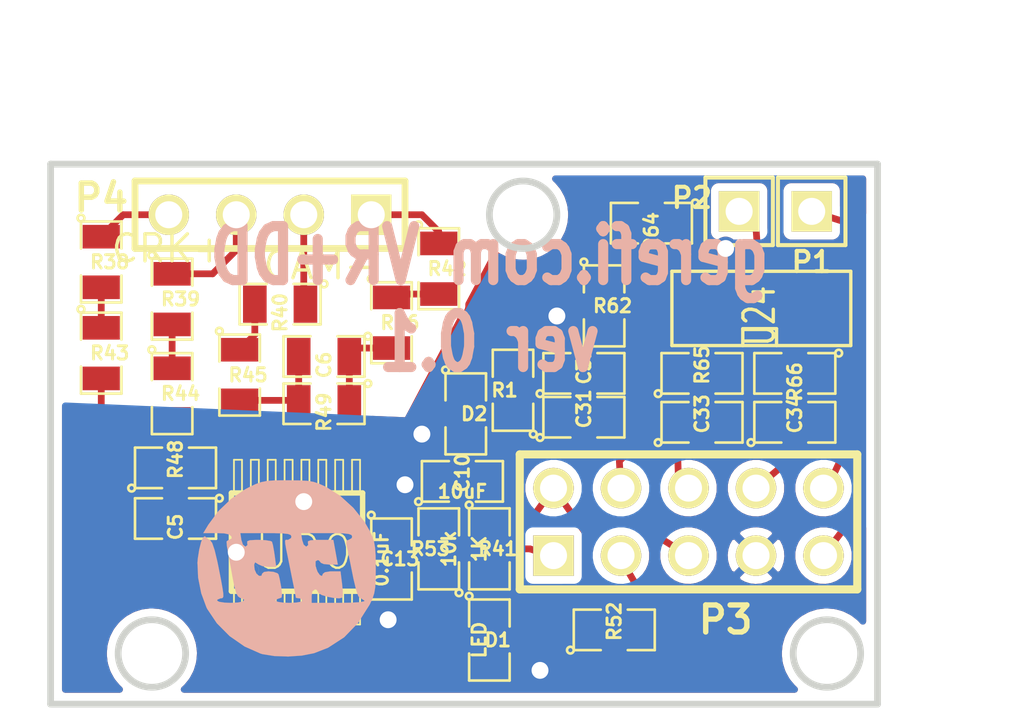
<source format=kicad_pcb>
(kicad_pcb (version 3) (host pcbnew "(2013-07-07 BZR 4022)-stable")

  (general
    (links 67)
    (no_connects 0)
    (area 208.915 46.3931 251.033645 73.987236)
    (thickness 1.6)
    (drawings 12)
    (tracks 190)
    (zones 0)
    (modules 35)
    (nets 32)
  )

  (page A4)
  (title_block 
    (company Art_Electro)
    (comment 1 cps_vrs_io_1)
    (comment 2 Art_Electro)
    (comment 3 Art_Electro)
    (comment 4 Art_Electro)
  )

  (layers
    (15 F.Cu signal)
    (0 B.Cu signal)
    (16 B.Adhes user)
    (17 F.Adhes user)
    (18 B.Paste user)
    (19 F.Paste user)
    (20 B.SilkS user)
    (21 F.SilkS user)
    (22 B.Mask user)
    (23 F.Mask user)
    (24 Dwgs.User user)
    (25 Cmts.User user)
    (26 Eco1.User user)
    (27 Eco2.User user)
    (28 Edge.Cuts user)
  )

  (setup
    (last_trace_width 0.254)
    (user_trace_width 0.5)
    (user_trace_width 1.27)
    (trace_clearance 0.1524)
    (zone_clearance 0.3)
    (zone_45_only no)
    (trace_min 0.254)
    (segment_width 0.254)
    (edge_width 0.254)
    (via_size 0.889)
    (via_drill 0.635)
    (via_min_size 0.889)
    (via_min_drill 0.508)
    (uvia_size 0.508)
    (uvia_drill 0.127)
    (uvias_allowed no)
    (uvia_min_size 0.508)
    (uvia_min_drill 0.127)
    (pcb_text_width 0.4318)
    (pcb_text_size 1.524 2.032)
    (mod_edge_width 0.09906)
    (mod_text_size 1.524 1.524)
    (mod_text_width 0.254)
    (pad_size 0.35052 0.70104)
    (pad_drill 0.6)
    (pad_to_mask_clearance 0.254)
    (aux_axis_origin 0 0)
    (visible_elements 7FFFFFFF)
    (pcbplotparams
      (layerselection 284983297)
      (usegerberextensions true)
      (excludeedgelayer true)
      (linewidth 0.150000)
      (plotframeref false)
      (viasonmask false)
      (mode 1)
      (useauxorigin false)
      (hpglpennumber 1)
      (hpglpenspeed 20)
      (hpglpendiameter 15)
      (hpglpenoverlay 2)
      (psnegative false)
      (psa4output false)
      (plotreference true)
      (plotvalue false)
      (plotothertext true)
      (plotinvisibletext false)
      (padsonsilk false)
      (subtractmaskfromsilk false)
      (outputformat 1)
      (mirror false)
      (drillshape 0)
      (scaleselection 1)
      (outputdirectory gerber))
  )

  (net 0 "")
  (net 1 /5V)
  (net 2 "/5v stab")
  (net 3 /CAM)
  (net 4 /CAM+)
  (net 5 /CAM-)
  (net 6 /CRANK)
  (net 7 /CRK2+)
  (net 8 /CRK2-)
  (net 9 /CS-KN1)
  (net 10 /MISO)
  (net 11 /SCK)
  (net 12 /knock1+)
  (net 13 /knock1-)
  (net 14 /knock_1+p)
  (net 15 /knock_1-p)
  (net 16 GND)
  (net 17 N-0000010)
  (net 18 N-0000013)
  (net 19 N-0000015)
  (net 20 N-0000017)
  (net 21 N-0000018)
  (net 22 N-000002)
  (net 23 N-0000021)
  (net 24 N-0000022)
  (net 25 N-0000023)
  (net 26 N-0000024)
  (net 27 N-0000028)
  (net 28 N-0000029)
  (net 29 N-000003)
  (net 30 N-0000030)
  (net 31 N-0000031)

  (net_class Default "Это класс цепей по умолчанию."
    (clearance 0.1524)
    (trace_width 0.254)
    (via_dia 0.889)
    (via_drill 0.635)
    (uvia_dia 0.508)
    (uvia_drill 0.127)
    (add_net "")
    (add_net /5V)
    (add_net "/5v stab")
    (add_net /CAM)
    (add_net /CAM+)
    (add_net /CAM-)
    (add_net /CRANK)
    (add_net /CRK2+)
    (add_net /CRK2-)
    (add_net /CS-KN1)
    (add_net /MISO)
    (add_net /SCK)
    (add_net /knock1+)
    (add_net /knock1-)
    (add_net /knock_1+p)
    (add_net /knock_1-p)
    (add_net GND)
    (add_net N-0000010)
    (add_net N-0000013)
    (add_net N-0000015)
    (add_net N-0000017)
    (add_net N-0000018)
    (add_net N-000002)
    (add_net N-0000021)
    (add_net N-0000022)
    (add_net N-0000023)
    (add_net N-0000024)
    (add_net N-0000028)
    (add_net N-0000029)
    (add_net N-000003)
    (add_net N-0000030)
    (add_net N-0000031)
  )

  (module SM0805   placed (layer F.Cu) (tedit 529E9944) (tstamp 528A14D4)
    (at 215.519 65.405 180)
    (path /4AD9C851)
    (attr smd)
    (fp_text reference C5 (at 0 -0.3175 270) (layer F.SilkS)
      (effects (font (size 0.50038 0.50038) (thickness 0.10922)))
    )
    (fp_text value 1000pF (at 0 0.381 180) (layer F.SilkS) hide
      (effects (font (size 0.50038 0.50038) (thickness 0.10922)))
    )
    (fp_circle (center -1.651 0.762) (end -1.651 0.635) (layer F.SilkS) (width 0.09906))
    (fp_line (start -0.508 0.762) (end -1.524 0.762) (layer F.SilkS) (width 0.09906))
    (fp_line (start -1.524 0.762) (end -1.524 -0.762) (layer F.SilkS) (width 0.09906))
    (fp_line (start -1.524 -0.762) (end -0.508 -0.762) (layer F.SilkS) (width 0.09906))
    (fp_line (start 0.508 -0.762) (end 1.524 -0.762) (layer F.SilkS) (width 0.09906))
    (fp_line (start 1.524 -0.762) (end 1.524 0.762) (layer F.SilkS) (width 0.09906))
    (fp_line (start 1.524 0.762) (end 0.508 0.762) (layer F.SilkS) (width 0.09906))
    (pad 1 smd rect (at -0.9525 0 180) (size 0.889 1.397)
      (layers F.Cu F.Paste F.Mask)
      (net 27 N-0000028)
    )
    (pad 2 smd rect (at 0.9525 0 180) (size 0.889 1.397)
      (layers F.Cu F.Paste F.Mask)
      (net 28 N-0000029)
    )
    (model smd/chip_cms.wrl
      (at (xyz 0 0 0))
      (scale (xyz 0.1 0.1 0.1))
      (rotate (xyz 0 0 0))
    )
  )

  (module SM0805   placed (layer F.Cu) (tedit 529E9999) (tstamp 528A14E1)
    (at 221.107 59.309 180)
    (path /4AD9CD25)
    (attr smd)
    (fp_text reference C6 (at 0 -0.3175 270) (layer F.SilkS)
      (effects (font (size 0.50038 0.50038) (thickness 0.10922)))
    )
    (fp_text value 1000pF (at 0 0.381 180) (layer F.SilkS) hide
      (effects (font (size 0.50038 0.50038) (thickness 0.10922)))
    )
    (fp_circle (center -1.651 0.762) (end -1.651 0.635) (layer F.SilkS) (width 0.09906))
    (fp_line (start -0.508 0.762) (end -1.524 0.762) (layer F.SilkS) (width 0.09906))
    (fp_line (start -1.524 0.762) (end -1.524 -0.762) (layer F.SilkS) (width 0.09906))
    (fp_line (start -1.524 -0.762) (end -0.508 -0.762) (layer F.SilkS) (width 0.09906))
    (fp_line (start 0.508 -0.762) (end 1.524 -0.762) (layer F.SilkS) (width 0.09906))
    (fp_line (start 1.524 -0.762) (end 1.524 0.762) (layer F.SilkS) (width 0.09906))
    (fp_line (start 1.524 0.762) (end 0.508 0.762) (layer F.SilkS) (width 0.09906))
    (pad 1 smd rect (at -0.9525 0 180) (size 0.889 1.397)
      (layers F.Cu F.Paste F.Mask)
      (net 30 N-0000030)
    )
    (pad 2 smd rect (at 0.9525 0 180) (size 0.889 1.397)
      (layers F.Cu F.Paste F.Mask)
      (net 31 N-0000031)
    )
    (model smd/chip_cms.wrl
      (at (xyz 0 0 0))
      (scale (xyz 0.1 0.1 0.1))
      (rotate (xyz 0 0 0))
    )
  )

  (module SM0805   placed (layer F.Cu) (tedit 529E9967) (tstamp 528A14FA)
    (at 223.647 66.929 270)
    (path /50D6291F)
    (attr smd)
    (fp_text reference C13 (at 0 -0.3175 360) (layer F.SilkS)
      (effects (font (size 0.50038 0.50038) (thickness 0.10922)))
    )
    (fp_text value 0.1uF (at 0 0.381 270) (layer F.SilkS)
      (effects (font (size 0.50038 0.50038) (thickness 0.10922)))
    )
    (fp_circle (center -1.651 0.762) (end -1.651 0.635) (layer F.SilkS) (width 0.09906))
    (fp_line (start -0.508 0.762) (end -1.524 0.762) (layer F.SilkS) (width 0.09906))
    (fp_line (start -1.524 0.762) (end -1.524 -0.762) (layer F.SilkS) (width 0.09906))
    (fp_line (start -1.524 -0.762) (end -0.508 -0.762) (layer F.SilkS) (width 0.09906))
    (fp_line (start 0.508 -0.762) (end 1.524 -0.762) (layer F.SilkS) (width 0.09906))
    (fp_line (start 1.524 -0.762) (end 1.524 0.762) (layer F.SilkS) (width 0.09906))
    (fp_line (start 1.524 0.762) (end 0.508 0.762) (layer F.SilkS) (width 0.09906))
    (pad 1 smd rect (at -0.9525 0 270) (size 0.889 1.397)
      (layers F.Cu F.Paste F.Mask)
      (net 1 /5V)
    )
    (pad 2 smd rect (at 0.9525 0 270) (size 0.889 1.397)
      (layers F.Cu F.Paste F.Mask)
      (net 16 GND)
    )
    (model smd/chip_cms.wrl
      (at (xyz 0 0 0))
      (scale (xyz 0.1 0.1 0.1))
      (rotate (xyz 0 0 0))
    )
  )

  (module SM0805   placed (layer F.Cu) (tedit 529E995F) (tstamp 528A1507)
    (at 230.886 61.595)
    (path /4E39E4ED)
    (attr smd)
    (fp_text reference C31 (at 0 -0.3175 90) (layer F.SilkS)
      (effects (font (size 0.50038 0.50038) (thickness 0.10922)))
    )
    (fp_text value 1uF (at 0 0.381) (layer F.SilkS) hide
      (effects (font (size 0.50038 0.50038) (thickness 0.10922)))
    )
    (fp_circle (center -1.651 0.762) (end -1.651 0.635) (layer F.SilkS) (width 0.09906))
    (fp_line (start -0.508 0.762) (end -1.524 0.762) (layer F.SilkS) (width 0.09906))
    (fp_line (start -1.524 0.762) (end -1.524 -0.762) (layer F.SilkS) (width 0.09906))
    (fp_line (start -1.524 -0.762) (end -0.508 -0.762) (layer F.SilkS) (width 0.09906))
    (fp_line (start 0.508 -0.762) (end 1.524 -0.762) (layer F.SilkS) (width 0.09906))
    (fp_line (start 1.524 -0.762) (end 1.524 0.762) (layer F.SilkS) (width 0.09906))
    (fp_line (start 1.524 0.762) (end 0.508 0.762) (layer F.SilkS) (width 0.09906))
    (pad 1 smd rect (at -0.9525 0) (size 0.889 1.397)
      (layers F.Cu F.Paste F.Mask)
      (net 16 GND)
    )
    (pad 2 smd rect (at 0.9525 0) (size 0.889 1.397)
      (layers F.Cu F.Paste F.Mask)
      (net 2 "/5v stab")
    )
    (model smd/chip_cms.wrl
      (at (xyz 0 0 0))
      (scale (xyz 0.1 0.1 0.1))
      (rotate (xyz 0 0 0))
    )
  )

  (module SM0805   placed (layer F.Cu) (tedit 529E9964) (tstamp 528A1514)
    (at 230.886 59.944)
    (path /4E39E4EE)
    (attr smd)
    (fp_text reference C32 (at 0 -0.3175 90) (layer F.SilkS)
      (effects (font (size 0.50038 0.50038) (thickness 0.10922)))
    )
    (fp_text value 0.1uF (at 0 0.381) (layer F.SilkS) hide
      (effects (font (size 0.50038 0.50038) (thickness 0.10922)))
    )
    (fp_circle (center -1.651 0.762) (end -1.651 0.635) (layer F.SilkS) (width 0.09906))
    (fp_line (start -0.508 0.762) (end -1.524 0.762) (layer F.SilkS) (width 0.09906))
    (fp_line (start -1.524 0.762) (end -1.524 -0.762) (layer F.SilkS) (width 0.09906))
    (fp_line (start -1.524 -0.762) (end -0.508 -0.762) (layer F.SilkS) (width 0.09906))
    (fp_line (start 0.508 -0.762) (end 1.524 -0.762) (layer F.SilkS) (width 0.09906))
    (fp_line (start 1.524 -0.762) (end 1.524 0.762) (layer F.SilkS) (width 0.09906))
    (fp_line (start 1.524 0.762) (end 0.508 0.762) (layer F.SilkS) (width 0.09906))
    (pad 1 smd rect (at -0.9525 0) (size 0.889 1.397)
      (layers F.Cu F.Paste F.Mask)
      (net 16 GND)
    )
    (pad 2 smd rect (at 0.9525 0) (size 0.889 1.397)
      (layers F.Cu F.Paste F.Mask)
      (net 2 "/5v stab")
    )
    (model smd/chip_cms.wrl
      (at (xyz 0 0 0))
      (scale (xyz 0.1 0.1 0.1))
      (rotate (xyz 0 0 0))
    )
  )

  (module SM0805   placed (layer F.Cu) (tedit 529E99FB) (tstamp 528A1521)
    (at 235.331 61.7855)
    (path /4E39E4EC)
    (attr smd)
    (fp_text reference C33 (at 0 -0.3175 90) (layer F.SilkS)
      (effects (font (size 0.50038 0.50038) (thickness 0.10922)))
    )
    (fp_text value 0.1uF (at 0 0.381) (layer F.SilkS) hide
      (effects (font (size 0.50038 0.50038) (thickness 0.10922)))
    )
    (fp_circle (center -1.651 0.762) (end -1.651 0.635) (layer F.SilkS) (width 0.09906))
    (fp_line (start -0.508 0.762) (end -1.524 0.762) (layer F.SilkS) (width 0.09906))
    (fp_line (start -1.524 0.762) (end -1.524 -0.762) (layer F.SilkS) (width 0.09906))
    (fp_line (start -1.524 -0.762) (end -0.508 -0.762) (layer F.SilkS) (width 0.09906))
    (fp_line (start 0.508 -0.762) (end 1.524 -0.762) (layer F.SilkS) (width 0.09906))
    (fp_line (start 1.524 -0.762) (end 1.524 0.762) (layer F.SilkS) (width 0.09906))
    (fp_line (start 1.524 0.762) (end 0.508 0.762) (layer F.SilkS) (width 0.09906))
    (pad 1 smd rect (at -0.9525 0) (size 0.889 1.397)
      (layers F.Cu F.Paste F.Mask)
      (net 12 /knock1+)
    )
    (pad 2 smd rect (at 0.9525 0) (size 0.889 1.397)
      (layers F.Cu F.Paste F.Mask)
      (net 16 GND)
    )
    (model smd/chip_cms.wrl
      (at (xyz 0 0 0))
      (scale (xyz 0.1 0.1 0.1))
      (rotate (xyz 0 0 0))
    )
  )

  (module SM0805   placed (layer F.Cu) (tedit 529E99F8) (tstamp 528A152E)
    (at 238.8235 61.7855)
    (path /4E39E4FC)
    (attr smd)
    (fp_text reference C34 (at 0 -0.3175 90) (layer F.SilkS)
      (effects (font (size 0.50038 0.50038) (thickness 0.10922)))
    )
    (fp_text value 1000pF (at 0 0.381) (layer F.SilkS) hide
      (effects (font (size 0.50038 0.50038) (thickness 0.10922)))
    )
    (fp_circle (center -1.651 0.762) (end -1.651 0.635) (layer F.SilkS) (width 0.09906))
    (fp_line (start -0.508 0.762) (end -1.524 0.762) (layer F.SilkS) (width 0.09906))
    (fp_line (start -1.524 0.762) (end -1.524 -0.762) (layer F.SilkS) (width 0.09906))
    (fp_line (start -1.524 -0.762) (end -0.508 -0.762) (layer F.SilkS) (width 0.09906))
    (fp_line (start 0.508 -0.762) (end 1.524 -0.762) (layer F.SilkS) (width 0.09906))
    (fp_line (start 1.524 -0.762) (end 1.524 0.762) (layer F.SilkS) (width 0.09906))
    (fp_line (start 1.524 0.762) (end 0.508 0.762) (layer F.SilkS) (width 0.09906))
    (pad 1 smd rect (at -0.9525 0) (size 0.889 1.397)
      (layers F.Cu F.Paste F.Mask)
      (net 16 GND)
    )
    (pad 2 smd rect (at 0.9525 0) (size 0.889 1.397)
      (layers F.Cu F.Paste F.Mask)
      (net 13 /knock1-)
    )
    (model smd/chip_cms.wrl
      (at (xyz 0 0 0))
      (scale (xyz 0.1 0.1 0.1))
      (rotate (xyz 0 0 0))
    )
  )

  (module PIN_ARRAY_5x2   placed (layer F.Cu) (tedit 529E9A65) (tstamp 528A1562)
    (at 234.823 65.532)
    (descr "Double rangee de contacts 2 x 5 pins")
    (tags CONN)
    (path /5288F8BF)
    (fp_text reference P3 (at 1.397 3.683) (layer F.SilkS)
      (effects (font (size 1.016 1.016) (thickness 0.2032)))
    )
    (fp_text value CONN_5X2 (at 0 -3.81) (layer F.SilkS) hide
      (effects (font (size 1.016 1.016) (thickness 0.2032)))
    )
    (fp_line (start -6.35 -2.54) (end 6.35 -2.54) (layer F.SilkS) (width 0.3048))
    (fp_line (start 6.35 -2.54) (end 6.35 2.54) (layer F.SilkS) (width 0.3048))
    (fp_line (start 6.35 2.54) (end -6.35 2.54) (layer F.SilkS) (width 0.3048))
    (fp_line (start -6.35 2.54) (end -6.35 -2.54) (layer F.SilkS) (width 0.3048))
    (pad 1 thru_hole rect (at -5.08 1.27) (size 1.524 1.524) (drill 1.016)
      (layers *.Cu *.Mask F.SilkS)
      (net 3 /CAM)
    )
    (pad 2 thru_hole circle (at -5.08 -1.27) (size 1.524 1.524) (drill 1.016)
      (layers *.Cu *.Mask F.SilkS)
      (net 1 /5V)
    )
    (pad 3 thru_hole circle (at -2.54 1.27) (size 1.524 1.524) (drill 1.016)
      (layers *.Cu *.Mask F.SilkS)
      (net 6 /CRANK)
    )
    (pad 4 thru_hole circle (at -2.54 -1.27) (size 1.524 1.524) (drill 1.016)
      (layers *.Cu *.Mask F.SilkS)
      (net 2 "/5v stab")
    )
    (pad 5 thru_hole circle (at 0 1.27) (size 1.524 1.524) (drill 1.016)
      (layers *.Cu *.Mask F.SilkS)
      (net 9 /CS-KN1)
    )
    (pad 6 thru_hole circle (at 0 -1.27) (size 1.524 1.524) (drill 1.016)
      (layers *.Cu *.Mask F.SilkS)
      (net 12 /knock1+)
    )
    (pad 7 thru_hole circle (at 2.54 1.27) (size 1.524 1.524) (drill 1.016)
      (layers *.Cu *.Mask F.SilkS)
      (net 16 GND)
    )
    (pad 8 thru_hole circle (at 2.54 -1.27) (size 1.524 1.524) (drill 1.016)
      (layers *.Cu *.Mask F.SilkS)
      (net 13 /knock1-)
    )
    (pad 9 thru_hole circle (at 5.08 1.27) (size 1.524 1.524) (drill 1.016)
      (layers *.Cu *.Mask F.SilkS)
      (net 10 /MISO)
    )
    (pad 10 thru_hole circle (at 5.08 -1.27) (size 1.524 1.524) (drill 1.016)
      (layers *.Cu *.Mask F.SilkS)
      (net 11 /SCK)
    )
    (model pin_array/pins_array_5x2.wrl
      (at (xyz 0 0 0))
      (scale (xyz 1 1 1))
      (rotate (xyz 0 0 0))
    )
  )

  (module SM0805   placed (layer F.Cu) (tedit 529E9912) (tstamp 529E9947)
    (at 212.725 55.753 270)
    (path /4E39E3A9)
    (attr smd)
    (fp_text reference R38 (at 0 -0.3175 360) (layer F.SilkS)
      (effects (font (size 0.50038 0.50038) (thickness 0.10922)))
    )
    (fp_text value 5k (at 0 0.381 270) (layer F.SilkS) hide
      (effects (font (size 0.50038 0.50038) (thickness 0.10922)))
    )
    (fp_circle (center -1.651 0.762) (end -1.651 0.635) (layer F.SilkS) (width 0.09906))
    (fp_line (start -0.508 0.762) (end -1.524 0.762) (layer F.SilkS) (width 0.09906))
    (fp_line (start -1.524 0.762) (end -1.524 -0.762) (layer F.SilkS) (width 0.09906))
    (fp_line (start -1.524 -0.762) (end -0.508 -0.762) (layer F.SilkS) (width 0.09906))
    (fp_line (start 0.508 -0.762) (end 1.524 -0.762) (layer F.SilkS) (width 0.09906))
    (fp_line (start 1.524 -0.762) (end 1.524 0.762) (layer F.SilkS) (width 0.09906))
    (fp_line (start 1.524 0.762) (end 0.508 0.762) (layer F.SilkS) (width 0.09906))
    (pad 1 smd rect (at -0.9525 0 270) (size 0.889 1.397)
      (layers F.Cu F.Paste F.Mask)
      (net 7 /CRK2+)
    )
    (pad 2 smd rect (at 0.9525 0 270) (size 0.889 1.397)
      (layers F.Cu F.Paste F.Mask)
      (net 20 N-0000017)
    )
    (model smd/chip_cms.wrl
      (at (xyz 0 0 0))
      (scale (xyz 0.1 0.1 0.1))
      (rotate (xyz 0 0 0))
    )
  )

  (module SM0805   placed (layer F.Cu) (tedit 529E991B) (tstamp 528A15A8)
    (at 215.392 57.15 270)
    (path /4E39E3A5)
    (attr smd)
    (fp_text reference R39 (at 0 -0.3175 360) (layer F.SilkS)
      (effects (font (size 0.50038 0.50038) (thickness 0.10922)))
    )
    (fp_text value 5k (at 0 0.381 270) (layer F.SilkS) hide
      (effects (font (size 0.50038 0.50038) (thickness 0.10922)))
    )
    (fp_circle (center -1.651 0.762) (end -1.651 0.635) (layer F.SilkS) (width 0.09906))
    (fp_line (start -0.508 0.762) (end -1.524 0.762) (layer F.SilkS) (width 0.09906))
    (fp_line (start -1.524 0.762) (end -1.524 -0.762) (layer F.SilkS) (width 0.09906))
    (fp_line (start -1.524 -0.762) (end -0.508 -0.762) (layer F.SilkS) (width 0.09906))
    (fp_line (start 0.508 -0.762) (end 1.524 -0.762) (layer F.SilkS) (width 0.09906))
    (fp_line (start 1.524 -0.762) (end 1.524 0.762) (layer F.SilkS) (width 0.09906))
    (fp_line (start 1.524 0.762) (end 0.508 0.762) (layer F.SilkS) (width 0.09906))
    (pad 1 smd rect (at -0.9525 0 270) (size 0.889 1.397)
      (layers F.Cu F.Paste F.Mask)
      (net 8 /CRK2-)
    )
    (pad 2 smd rect (at 0.9525 0 270) (size 0.889 1.397)
      (layers F.Cu F.Paste F.Mask)
      (net 24 N-0000022)
    )
    (model smd/chip_cms.wrl
      (at (xyz 0 0 0))
      (scale (xyz 0.1 0.1 0.1))
      (rotate (xyz 0 0 0))
    )
  )

  (module SM0805   placed (layer F.Cu) (tedit 529E99BC) (tstamp 528A15B5)
    (at 219.456 57.3405 180)
    (path /4E39E39B)
    (attr smd)
    (fp_text reference R40 (at 0 -0.3175 270) (layer F.SilkS)
      (effects (font (size 0.50038 0.50038) (thickness 0.10922)))
    )
    (fp_text value 5k (at 0 0.381 180) (layer F.SilkS) hide
      (effects (font (size 0.50038 0.50038) (thickness 0.10922)))
    )
    (fp_circle (center -1.651 0.762) (end -1.651 0.635) (layer F.SilkS) (width 0.09906))
    (fp_line (start -0.508 0.762) (end -1.524 0.762) (layer F.SilkS) (width 0.09906))
    (fp_line (start -1.524 0.762) (end -1.524 -0.762) (layer F.SilkS) (width 0.09906))
    (fp_line (start -1.524 -0.762) (end -0.508 -0.762) (layer F.SilkS) (width 0.09906))
    (fp_line (start 0.508 -0.762) (end 1.524 -0.762) (layer F.SilkS) (width 0.09906))
    (fp_line (start 1.524 -0.762) (end 1.524 0.762) (layer F.SilkS) (width 0.09906))
    (fp_line (start 1.524 0.762) (end 0.508 0.762) (layer F.SilkS) (width 0.09906))
    (pad 1 smd rect (at -0.9525 0 180) (size 0.889 1.397)
      (layers F.Cu F.Paste F.Mask)
      (net 5 /CAM-)
    )
    (pad 2 smd rect (at 0.9525 0 180) (size 0.889 1.397)
      (layers F.Cu F.Paste F.Mask)
      (net 21 N-0000018)
    )
    (model smd/chip_cms.wrl
      (at (xyz 0 0 0))
      (scale (xyz 0.1 0.1 0.1))
      (rotate (xyz 0 0 0))
    )
  )

  (module SM0805   placed (layer F.Cu) (tedit 529E996B) (tstamp 528A15C2)
    (at 227.33 66.548 270)
    (path /4E39E399)
    (attr smd)
    (fp_text reference R41 (at 0 -0.3175 360) (layer F.SilkS)
      (effects (font (size 0.50038 0.50038) (thickness 0.10922)))
    )
    (fp_text value 1K (at 0 0.381 270) (layer F.SilkS)
      (effects (font (size 0.50038 0.50038) (thickness 0.10922)))
    )
    (fp_circle (center -1.651 0.762) (end -1.651 0.635) (layer F.SilkS) (width 0.09906))
    (fp_line (start -0.508 0.762) (end -1.524 0.762) (layer F.SilkS) (width 0.09906))
    (fp_line (start -1.524 0.762) (end -1.524 -0.762) (layer F.SilkS) (width 0.09906))
    (fp_line (start -1.524 -0.762) (end -0.508 -0.762) (layer F.SilkS) (width 0.09906))
    (fp_line (start 0.508 -0.762) (end 1.524 -0.762) (layer F.SilkS) (width 0.09906))
    (fp_line (start 1.524 -0.762) (end 1.524 0.762) (layer F.SilkS) (width 0.09906))
    (fp_line (start 1.524 0.762) (end 0.508 0.762) (layer F.SilkS) (width 0.09906))
    (pad 1 smd rect (at -0.9525 0 270) (size 0.889 1.397)
      (layers F.Cu F.Paste F.Mask)
      (net 1 /5V)
    )
    (pad 2 smd rect (at 0.9525 0 270) (size 0.889 1.397)
      (layers F.Cu F.Paste F.Mask)
      (net 18 N-0000013)
    )
    (model smd/chip_cms.wrl
      (at (xyz 0 0 0))
      (scale (xyz 0.1 0.1 0.1))
      (rotate (xyz 0 0 0))
    )
  )

  (module SM0805 (layer F.Cu) (tedit 529E99A9) (tstamp 528A15CF)
    (at 225.425 56.007 270)
    (path /4E39E39D)
    (attr smd)
    (fp_text reference R42 (at 0 -0.3175 360) (layer F.SilkS)
      (effects (font (size 0.50038 0.50038) (thickness 0.10922)))
    )
    (fp_text value 5k (at 0 0.381 270) (layer F.SilkS) hide
      (effects (font (size 0.50038 0.50038) (thickness 0.10922)))
    )
    (fp_circle (center -1.651 0.762) (end -1.651 0.635) (layer F.SilkS) (width 0.09906))
    (fp_line (start -0.508 0.762) (end -1.524 0.762) (layer F.SilkS) (width 0.09906))
    (fp_line (start -1.524 0.762) (end -1.524 -0.762) (layer F.SilkS) (width 0.09906))
    (fp_line (start -1.524 -0.762) (end -0.508 -0.762) (layer F.SilkS) (width 0.09906))
    (fp_line (start 0.508 -0.762) (end 1.524 -0.762) (layer F.SilkS) (width 0.09906))
    (fp_line (start 1.524 -0.762) (end 1.524 0.762) (layer F.SilkS) (width 0.09906))
    (fp_line (start 1.524 0.762) (end 0.508 0.762) (layer F.SilkS) (width 0.09906))
    (pad 1 smd rect (at -0.9525 0 270) (size 0.889 1.397)
      (layers F.Cu F.Paste F.Mask)
      (net 4 /CAM+)
    )
    (pad 2 smd rect (at 0.9525 0 270) (size 0.889 1.397)
      (layers F.Cu F.Paste F.Mask)
      (net 23 N-0000021)
    )
    (model smd/chip_cms.wrl
      (at (xyz 0 0 0))
      (scale (xyz 0.1 0.1 0.1))
      (rotate (xyz 0 0 0))
    )
  )

  (module SM0805   placed (layer F.Cu) (tedit 529E9916) (tstamp 528A15DC)
    (at 212.725 59.182 270)
    (path /4E39E3AD)
    (attr smd)
    (fp_text reference R43 (at 0 -0.3175 360) (layer F.SilkS)
      (effects (font (size 0.50038 0.50038) (thickness 0.10922)))
    )
    (fp_text value 5k (at 0 0.381 270) (layer F.SilkS) hide
      (effects (font (size 0.50038 0.50038) (thickness 0.10922)))
    )
    (fp_circle (center -1.651 0.762) (end -1.651 0.635) (layer F.SilkS) (width 0.09906))
    (fp_line (start -0.508 0.762) (end -1.524 0.762) (layer F.SilkS) (width 0.09906))
    (fp_line (start -1.524 0.762) (end -1.524 -0.762) (layer F.SilkS) (width 0.09906))
    (fp_line (start -1.524 -0.762) (end -0.508 -0.762) (layer F.SilkS) (width 0.09906))
    (fp_line (start 0.508 -0.762) (end 1.524 -0.762) (layer F.SilkS) (width 0.09906))
    (fp_line (start 1.524 -0.762) (end 1.524 0.762) (layer F.SilkS) (width 0.09906))
    (fp_line (start 1.524 0.762) (end 0.508 0.762) (layer F.SilkS) (width 0.09906))
    (pad 1 smd rect (at -0.9525 0 270) (size 0.889 1.397)
      (layers F.Cu F.Paste F.Mask)
      (net 20 N-0000017)
    )
    (pad 2 smd rect (at 0.9525 0 270) (size 0.889 1.397)
      (layers F.Cu F.Paste F.Mask)
      (net 28 N-0000029)
    )
    (model smd/chip_cms.wrl
      (at (xyz 0 0 0))
      (scale (xyz 0.1 0.1 0.1))
      (rotate (xyz 0 0 0))
    )
  )

  (module SM0805   placed (layer F.Cu) (tedit 529E99B6) (tstamp 528A15E9)
    (at 215.392 60.706 270)
    (path /4E39E3A0)
    (attr smd)
    (fp_text reference R44 (at 0 -0.3175 360) (layer F.SilkS)
      (effects (font (size 0.50038 0.50038) (thickness 0.10922)))
    )
    (fp_text value 5k (at 0 0.381 270) (layer F.SilkS) hide
      (effects (font (size 0.50038 0.50038) (thickness 0.10922)))
    )
    (fp_circle (center -1.651 0.762) (end -1.651 0.635) (layer F.SilkS) (width 0.09906))
    (fp_line (start -0.508 0.762) (end -1.524 0.762) (layer F.SilkS) (width 0.09906))
    (fp_line (start -1.524 0.762) (end -1.524 -0.762) (layer F.SilkS) (width 0.09906))
    (fp_line (start -1.524 -0.762) (end -0.508 -0.762) (layer F.SilkS) (width 0.09906))
    (fp_line (start 0.508 -0.762) (end 1.524 -0.762) (layer F.SilkS) (width 0.09906))
    (fp_line (start 1.524 -0.762) (end 1.524 0.762) (layer F.SilkS) (width 0.09906))
    (fp_line (start 1.524 0.762) (end 0.508 0.762) (layer F.SilkS) (width 0.09906))
    (pad 1 smd rect (at -0.9525 0 270) (size 0.889 1.397)
      (layers F.Cu F.Paste F.Mask)
      (net 24 N-0000022)
    )
    (pad 2 smd rect (at 0.9525 0 270) (size 0.889 1.397)
      (layers F.Cu F.Paste F.Mask)
      (net 27 N-0000028)
    )
    (model smd/chip_cms.wrl
      (at (xyz 0 0 0))
      (scale (xyz 0.1 0.1 0.1))
      (rotate (xyz 0 0 0))
    )
  )

  (module SM0805   placed (layer F.Cu) (tedit 529E99B2) (tstamp 528A15F6)
    (at 217.932 60.0075 270)
    (path /4E39E396)
    (attr smd)
    (fp_text reference R45 (at 0 -0.3175 360) (layer F.SilkS)
      (effects (font (size 0.50038 0.50038) (thickness 0.10922)))
    )
    (fp_text value 5k (at 0 0.381 270) (layer F.SilkS) hide
      (effects (font (size 0.50038 0.50038) (thickness 0.10922)))
    )
    (fp_circle (center -1.651 0.762) (end -1.651 0.635) (layer F.SilkS) (width 0.09906))
    (fp_line (start -0.508 0.762) (end -1.524 0.762) (layer F.SilkS) (width 0.09906))
    (fp_line (start -1.524 0.762) (end -1.524 -0.762) (layer F.SilkS) (width 0.09906))
    (fp_line (start -1.524 -0.762) (end -0.508 -0.762) (layer F.SilkS) (width 0.09906))
    (fp_line (start 0.508 -0.762) (end 1.524 -0.762) (layer F.SilkS) (width 0.09906))
    (fp_line (start 1.524 -0.762) (end 1.524 0.762) (layer F.SilkS) (width 0.09906))
    (fp_line (start 1.524 0.762) (end 0.508 0.762) (layer F.SilkS) (width 0.09906))
    (pad 1 smd rect (at -0.9525 0 270) (size 0.889 1.397)
      (layers F.Cu F.Paste F.Mask)
      (net 21 N-0000018)
    )
    (pad 2 smd rect (at 0.9525 0 270) (size 0.889 1.397)
      (layers F.Cu F.Paste F.Mask)
      (net 31 N-0000031)
    )
    (model smd/chip_cms.wrl
      (at (xyz 0 0 0))
      (scale (xyz 0.1 0.1 0.1))
      (rotate (xyz 0 0 0))
    )
  )

  (module SM0805   placed (layer F.Cu) (tedit 529E99A6) (tstamp 528A1603)
    (at 223.647 58.039 270)
    (path /4E39E393)
    (attr smd)
    (fp_text reference R46 (at 0 -0.3175 360) (layer F.SilkS)
      (effects (font (size 0.50038 0.50038) (thickness 0.10922)))
    )
    (fp_text value 5k (at 0 0.381 270) (layer F.SilkS) hide
      (effects (font (size 0.50038 0.50038) (thickness 0.10922)))
    )
    (fp_circle (center -1.651 0.762) (end -1.651 0.635) (layer F.SilkS) (width 0.09906))
    (fp_line (start -0.508 0.762) (end -1.524 0.762) (layer F.SilkS) (width 0.09906))
    (fp_line (start -1.524 0.762) (end -1.524 -0.762) (layer F.SilkS) (width 0.09906))
    (fp_line (start -1.524 -0.762) (end -0.508 -0.762) (layer F.SilkS) (width 0.09906))
    (fp_line (start 0.508 -0.762) (end 1.524 -0.762) (layer F.SilkS) (width 0.09906))
    (fp_line (start 1.524 -0.762) (end 1.524 0.762) (layer F.SilkS) (width 0.09906))
    (fp_line (start 1.524 0.762) (end 0.508 0.762) (layer F.SilkS) (width 0.09906))
    (pad 1 smd rect (at -0.9525 0 270) (size 0.889 1.397)
      (layers F.Cu F.Paste F.Mask)
      (net 23 N-0000021)
    )
    (pad 2 smd rect (at 0.9525 0 270) (size 0.889 1.397)
      (layers F.Cu F.Paste F.Mask)
      (net 30 N-0000030)
    )
    (model smd/chip_cms.wrl
      (at (xyz 0 0 0))
      (scale (xyz 0.1 0.1 0.1))
      (rotate (xyz 0 0 0))
    )
  )

  (module SM0805   placed (layer F.Cu) (tedit 529E994B) (tstamp 529E99E5)
    (at 215.519 63.5)
    (path /4E39E390)
    (attr smd)
    (fp_text reference R48 (at 0 -0.3175 90) (layer F.SilkS)
      (effects (font (size 0.50038 0.50038) (thickness 0.10922)))
    )
    (fp_text value 5k (at 0 0.381) (layer F.SilkS) hide
      (effects (font (size 0.50038 0.50038) (thickness 0.10922)))
    )
    (fp_circle (center -1.651 0.762) (end -1.651 0.635) (layer F.SilkS) (width 0.09906))
    (fp_line (start -0.508 0.762) (end -1.524 0.762) (layer F.SilkS) (width 0.09906))
    (fp_line (start -1.524 0.762) (end -1.524 -0.762) (layer F.SilkS) (width 0.09906))
    (fp_line (start -1.524 -0.762) (end -0.508 -0.762) (layer F.SilkS) (width 0.09906))
    (fp_line (start 0.508 -0.762) (end 1.524 -0.762) (layer F.SilkS) (width 0.09906))
    (fp_line (start 1.524 -0.762) (end 1.524 0.762) (layer F.SilkS) (width 0.09906))
    (fp_line (start 1.524 0.762) (end 0.508 0.762) (layer F.SilkS) (width 0.09906))
    (pad 1 smd rect (at -0.9525 0) (size 0.889 1.397)
      (layers F.Cu F.Paste F.Mask)
      (net 27 N-0000028)
    )
    (pad 2 smd rect (at 0.9525 0) (size 0.889 1.397)
      (layers F.Cu F.Paste F.Mask)
      (net 28 N-0000029)
    )
    (model smd/chip_cms.wrl
      (at (xyz 0 0 0))
      (scale (xyz 0.1 0.1 0.1))
      (rotate (xyz 0 0 0))
    )
  )

  (module SM0805   placed (layer F.Cu) (tedit 529E99AE) (tstamp 528A161D)
    (at 221.107 61.087 180)
    (path /4E39E38D)
    (attr smd)
    (fp_text reference R49 (at 0 -0.3175 270) (layer F.SilkS)
      (effects (font (size 0.50038 0.50038) (thickness 0.10922)))
    )
    (fp_text value 5k (at 0 0.381 180) (layer F.SilkS) hide
      (effects (font (size 0.50038 0.50038) (thickness 0.10922)))
    )
    (fp_circle (center -1.651 0.762) (end -1.651 0.635) (layer F.SilkS) (width 0.09906))
    (fp_line (start -0.508 0.762) (end -1.524 0.762) (layer F.SilkS) (width 0.09906))
    (fp_line (start -1.524 0.762) (end -1.524 -0.762) (layer F.SilkS) (width 0.09906))
    (fp_line (start -1.524 -0.762) (end -0.508 -0.762) (layer F.SilkS) (width 0.09906))
    (fp_line (start 0.508 -0.762) (end 1.524 -0.762) (layer F.SilkS) (width 0.09906))
    (fp_line (start 1.524 -0.762) (end 1.524 0.762) (layer F.SilkS) (width 0.09906))
    (fp_line (start 1.524 0.762) (end 0.508 0.762) (layer F.SilkS) (width 0.09906))
    (pad 1 smd rect (at -0.9525 0 180) (size 0.889 1.397)
      (layers F.Cu F.Paste F.Mask)
      (net 30 N-0000030)
    )
    (pad 2 smd rect (at 0.9525 0 180) (size 0.889 1.397)
      (layers F.Cu F.Paste F.Mask)
      (net 31 N-0000031)
    )
    (model smd/chip_cms.wrl
      (at (xyz 0 0 0))
      (scale (xyz 0.1 0.1 0.1))
      (rotate (xyz 0 0 0))
    )
  )

  (module SM0805   placed (layer F.Cu) (tedit 529E997F) (tstamp 528A162A)
    (at 232.029 69.596)
    (path /4AD9C75B)
    (attr smd)
    (fp_text reference R52 (at 0 -0.3175 90) (layer F.SilkS)
      (effects (font (size 0.50038 0.50038) (thickness 0.10922)))
    )
    (fp_text value 10k (at 0 0.381) (layer F.SilkS) hide
      (effects (font (size 0.50038 0.50038) (thickness 0.10922)))
    )
    (fp_circle (center -1.651 0.762) (end -1.651 0.635) (layer F.SilkS) (width 0.09906))
    (fp_line (start -0.508 0.762) (end -1.524 0.762) (layer F.SilkS) (width 0.09906))
    (fp_line (start -1.524 0.762) (end -1.524 -0.762) (layer F.SilkS) (width 0.09906))
    (fp_line (start -1.524 -0.762) (end -0.508 -0.762) (layer F.SilkS) (width 0.09906))
    (fp_line (start 0.508 -0.762) (end 1.524 -0.762) (layer F.SilkS) (width 0.09906))
    (fp_line (start 1.524 -0.762) (end 1.524 0.762) (layer F.SilkS) (width 0.09906))
    (fp_line (start 1.524 0.762) (end 0.508 0.762) (layer F.SilkS) (width 0.09906))
    (pad 1 smd rect (at -0.9525 0) (size 0.889 1.397)
      (layers F.Cu F.Paste F.Mask)
      (net 1 /5V)
    )
    (pad 2 smd rect (at 0.9525 0) (size 0.889 1.397)
      (layers F.Cu F.Paste F.Mask)
      (net 6 /CRANK)
    )
    (model smd/chip_cms.wrl
      (at (xyz 0 0 0))
      (scale (xyz 0.1 0.1 0.1))
      (rotate (xyz 0 0 0))
    )
  )

  (module SM0805   placed (layer F.Cu) (tedit 529E9969) (tstamp 528A1637)
    (at 225.425 66.548 90)
    (path /5101D08D)
    (attr smd)
    (fp_text reference R53 (at 0 -0.3175 180) (layer F.SilkS)
      (effects (font (size 0.50038 0.50038) (thickness 0.10922)))
    )
    (fp_text value 10k (at 0 0.381 90) (layer F.SilkS)
      (effects (font (size 0.50038 0.50038) (thickness 0.10922)))
    )
    (fp_circle (center -1.651 0.762) (end -1.651 0.635) (layer F.SilkS) (width 0.09906))
    (fp_line (start -0.508 0.762) (end -1.524 0.762) (layer F.SilkS) (width 0.09906))
    (fp_line (start -1.524 0.762) (end -1.524 -0.762) (layer F.SilkS) (width 0.09906))
    (fp_line (start -1.524 -0.762) (end -0.508 -0.762) (layer F.SilkS) (width 0.09906))
    (fp_line (start 0.508 -0.762) (end 1.524 -0.762) (layer F.SilkS) (width 0.09906))
    (fp_line (start 1.524 -0.762) (end 1.524 0.762) (layer F.SilkS) (width 0.09906))
    (fp_line (start 1.524 0.762) (end 0.508 0.762) (layer F.SilkS) (width 0.09906))
    (pad 1 smd rect (at -0.9525 0 90) (size 0.889 1.397)
      (layers F.Cu F.Paste F.Mask)
      (net 3 /CAM)
    )
    (pad 2 smd rect (at 0.9525 0 90) (size 0.889 1.397)
      (layers F.Cu F.Paste F.Mask)
      (net 1 /5V)
    )
    (model smd/chip_cms.wrl
      (at (xyz 0 0 0))
      (scale (xyz 0.1 0.1 0.1))
      (rotate (xyz 0 0 0))
    )
  )

  (module SM0805   placed (layer F.Cu) (tedit 529E99D9) (tstamp 528A1644)
    (at 231.648 57.404 270)
    (path /4E39E4F7)
    (attr smd)
    (fp_text reference R62 (at 0 -0.3175 360) (layer F.SilkS)
      (effects (font (size 0.50038 0.50038) (thickness 0.10922)))
    )
    (fp_text value 10K (at 0 0.381 270) (layer F.SilkS) hide
      (effects (font (size 0.50038 0.50038) (thickness 0.10922)))
    )
    (fp_circle (center -1.651 0.762) (end -1.651 0.635) (layer F.SilkS) (width 0.09906))
    (fp_line (start -0.508 0.762) (end -1.524 0.762) (layer F.SilkS) (width 0.09906))
    (fp_line (start -1.524 0.762) (end -1.524 -0.762) (layer F.SilkS) (width 0.09906))
    (fp_line (start -1.524 -0.762) (end -0.508 -0.762) (layer F.SilkS) (width 0.09906))
    (fp_line (start 0.508 -0.762) (end 1.524 -0.762) (layer F.SilkS) (width 0.09906))
    (fp_line (start 1.524 -0.762) (end 1.524 0.762) (layer F.SilkS) (width 0.09906))
    (fp_line (start 1.524 0.762) (end 0.508 0.762) (layer F.SilkS) (width 0.09906))
    (pad 1 smd rect (at -0.9525 0 270) (size 0.889 1.397)
      (layers F.Cu F.Paste F.Mask)
      (net 22 N-000002)
    )
    (pad 2 smd rect (at 0.9525 0 270) (size 0.889 1.397)
      (layers F.Cu F.Paste F.Mask)
      (net 29 N-000003)
    )
    (model smd/chip_cms.wrl
      (at (xyz 0 0 0))
      (scale (xyz 0.1 0.1 0.1))
      (rotate (xyz 0 0 0))
    )
  )

  (module SM0805   placed (layer F.Cu) (tedit 529E99DC) (tstamp 528A1651)
    (at 233.426 54.2925 180)
    (path /4E39E500)
    (attr smd)
    (fp_text reference R64 (at 0 -0.3175 270) (layer F.SilkS)
      (effects (font (size 0.50038 0.50038) (thickness 0.10922)))
    )
    (fp_text value 10K (at 0 0.381 180) (layer F.SilkS) hide
      (effects (font (size 0.50038 0.50038) (thickness 0.10922)))
    )
    (fp_circle (center -1.651 0.762) (end -1.651 0.635) (layer F.SilkS) (width 0.09906))
    (fp_line (start -0.508 0.762) (end -1.524 0.762) (layer F.SilkS) (width 0.09906))
    (fp_line (start -1.524 0.762) (end -1.524 -0.762) (layer F.SilkS) (width 0.09906))
    (fp_line (start -1.524 -0.762) (end -0.508 -0.762) (layer F.SilkS) (width 0.09906))
    (fp_line (start 0.508 -0.762) (end 1.524 -0.762) (layer F.SilkS) (width 0.09906))
    (fp_line (start 1.524 -0.762) (end 1.524 0.762) (layer F.SilkS) (width 0.09906))
    (fp_line (start 1.524 0.762) (end 0.508 0.762) (layer F.SilkS) (width 0.09906))
    (pad 1 smd rect (at -0.9525 0 180) (size 0.889 1.397)
      (layers F.Cu F.Paste F.Mask)
      (net 17 N-0000010)
    )
    (pad 2 smd rect (at 0.9525 0 180) (size 0.889 1.397)
      (layers F.Cu F.Paste F.Mask)
      (net 22 N-000002)
    )
    (model smd/chip_cms.wrl
      (at (xyz 0 0 0))
      (scale (xyz 0.1 0.1 0.1))
      (rotate (xyz 0 0 0))
    )
  )

  (module SM0805   placed (layer F.Cu) (tedit 529E99F4) (tstamp 528A165E)
    (at 235.331 59.944)
    (path /4E39E4F6)
    (attr smd)
    (fp_text reference R65 (at 0 -0.3175 90) (layer F.SilkS)
      (effects (font (size 0.50038 0.50038) (thickness 0.10922)))
    )
    (fp_text value 20K (at 0 0.381) (layer F.SilkS) hide
      (effects (font (size 0.50038 0.50038) (thickness 0.10922)))
    )
    (fp_circle (center -1.651 0.762) (end -1.651 0.635) (layer F.SilkS) (width 0.09906))
    (fp_line (start -0.508 0.762) (end -1.524 0.762) (layer F.SilkS) (width 0.09906))
    (fp_line (start -1.524 0.762) (end -1.524 -0.762) (layer F.SilkS) (width 0.09906))
    (fp_line (start -1.524 -0.762) (end -0.508 -0.762) (layer F.SilkS) (width 0.09906))
    (fp_line (start 0.508 -0.762) (end 1.524 -0.762) (layer F.SilkS) (width 0.09906))
    (fp_line (start 1.524 -0.762) (end 1.524 0.762) (layer F.SilkS) (width 0.09906))
    (fp_line (start 1.524 0.762) (end 0.508 0.762) (layer F.SilkS) (width 0.09906))
    (pad 1 smd rect (at -0.9525 0) (size 0.889 1.397)
      (layers F.Cu F.Paste F.Mask)
      (net 12 /knock1+)
    )
    (pad 2 smd rect (at 0.9525 0) (size 0.889 1.397)
      (layers F.Cu F.Paste F.Mask)
      (net 29 N-000003)
    )
    (model smd/chip_cms.wrl
      (at (xyz 0 0 0))
      (scale (xyz 0.1 0.1 0.1))
      (rotate (xyz 0 0 0))
    )
  )

  (module SM0805   placed (layer F.Cu) (tedit 529E99F5) (tstamp 528A166B)
    (at 238.8235 59.944 180)
    (path /4E39E4FF)
    (attr smd)
    (fp_text reference R66 (at 0 -0.3175 270) (layer F.SilkS)
      (effects (font (size 0.50038 0.50038) (thickness 0.10922)))
    )
    (fp_text value 20K (at 0 0.381 180) (layer F.SilkS) hide
      (effects (font (size 0.50038 0.50038) (thickness 0.10922)))
    )
    (fp_circle (center -1.651 0.762) (end -1.651 0.635) (layer F.SilkS) (width 0.09906))
    (fp_line (start -0.508 0.762) (end -1.524 0.762) (layer F.SilkS) (width 0.09906))
    (fp_line (start -1.524 0.762) (end -1.524 -0.762) (layer F.SilkS) (width 0.09906))
    (fp_line (start -1.524 -0.762) (end -0.508 -0.762) (layer F.SilkS) (width 0.09906))
    (fp_line (start 0.508 -0.762) (end 1.524 -0.762) (layer F.SilkS) (width 0.09906))
    (fp_line (start 1.524 -0.762) (end 1.524 0.762) (layer F.SilkS) (width 0.09906))
    (fp_line (start 1.524 0.762) (end 0.508 0.762) (layer F.SilkS) (width 0.09906))
    (pad 1 smd rect (at -0.9525 0 180) (size 0.889 1.397)
      (layers F.Cu F.Paste F.Mask)
      (net 13 /knock1-)
    )
    (pad 2 smd rect (at 0.9525 0 180) (size 0.889 1.397)
      (layers F.Cu F.Paste F.Mask)
      (net 17 N-0000010)
    )
    (model smd/chip_cms.wrl
      (at (xyz 0 0 0))
      (scale (xyz 0.1 0.1 0.1))
      (rotate (xyz 0 0 0))
    )
  )

  (module maxim-10-QSOP16   placed (layer F.Cu) (tedit 529E9A8F) (tstamp 529C9412)
    (at 220.091 66.294)
    (descr "SMALL OUTLINE PACKAGE")
    (tags "SMALL OUTLINE PACKAGE")
    (path /4BF90B79)
    (attr smd)
    (fp_text reference U20 (at 0.254 0.381) (layer F.SilkS)
      (effects (font (size 1.27 1.27) (thickness 0.0889)))
    )
    (fp_text value MAX9926/9927 (at -3.45186 -0.97028 90) (layer F.SilkS) hide
      (effects (font (size 1.27 1.27) (thickness 0.0889)))
    )
    (fp_line (start -2.37236 3.0988) (end -2.0701 3.0988) (layer F.SilkS) (width 0.06604))
    (fp_line (start -2.0701 3.0988) (end -2.0701 1.79832) (layer F.SilkS) (width 0.06604))
    (fp_line (start -2.37236 1.79832) (end -2.0701 1.79832) (layer F.SilkS) (width 0.06604))
    (fp_line (start -2.37236 3.0988) (end -2.37236 1.79832) (layer F.SilkS) (width 0.06604))
    (fp_line (start -1.73736 3.0988) (end -1.4351 3.0988) (layer F.SilkS) (width 0.06604))
    (fp_line (start -1.4351 3.0988) (end -1.4351 1.79832) (layer F.SilkS) (width 0.06604))
    (fp_line (start -1.73736 1.79832) (end -1.4351 1.79832) (layer F.SilkS) (width 0.06604))
    (fp_line (start -1.73736 3.0988) (end -1.73736 1.79832) (layer F.SilkS) (width 0.06604))
    (fp_line (start -1.10236 3.0988) (end -0.8001 3.0988) (layer F.SilkS) (width 0.06604))
    (fp_line (start -0.8001 3.0988) (end -0.8001 1.79832) (layer F.SilkS) (width 0.06604))
    (fp_line (start -1.10236 1.79832) (end -0.8001 1.79832) (layer F.SilkS) (width 0.06604))
    (fp_line (start -1.10236 3.0988) (end -1.10236 1.79832) (layer F.SilkS) (width 0.06604))
    (fp_line (start -0.46736 3.0988) (end -0.1651 3.0988) (layer F.SilkS) (width 0.06604))
    (fp_line (start -0.1651 3.0988) (end -0.1651 1.79832) (layer F.SilkS) (width 0.06604))
    (fp_line (start -0.46736 1.79832) (end -0.1651 1.79832) (layer F.SilkS) (width 0.06604))
    (fp_line (start -0.46736 3.0988) (end -0.46736 1.79832) (layer F.SilkS) (width 0.06604))
    (fp_line (start 0.1651 3.0988) (end 0.46736 3.0988) (layer F.SilkS) (width 0.06604))
    (fp_line (start 0.46736 3.0988) (end 0.46736 1.79832) (layer F.SilkS) (width 0.06604))
    (fp_line (start 0.1651 1.79832) (end 0.46736 1.79832) (layer F.SilkS) (width 0.06604))
    (fp_line (start 0.1651 3.0988) (end 0.1651 1.79832) (layer F.SilkS) (width 0.06604))
    (fp_line (start 0.8001 3.0988) (end 1.10236 3.0988) (layer F.SilkS) (width 0.06604))
    (fp_line (start 1.10236 3.0988) (end 1.10236 1.79832) (layer F.SilkS) (width 0.06604))
    (fp_line (start 0.8001 1.79832) (end 1.10236 1.79832) (layer F.SilkS) (width 0.06604))
    (fp_line (start 0.8001 3.0988) (end 0.8001 1.79832) (layer F.SilkS) (width 0.06604))
    (fp_line (start 1.4351 3.0988) (end 1.73736 3.0988) (layer F.SilkS) (width 0.06604))
    (fp_line (start 1.73736 3.0988) (end 1.73736 1.79832) (layer F.SilkS) (width 0.06604))
    (fp_line (start 1.4351 1.79832) (end 1.73736 1.79832) (layer F.SilkS) (width 0.06604))
    (fp_line (start 1.4351 3.0988) (end 1.4351 1.79832) (layer F.SilkS) (width 0.06604))
    (fp_line (start 2.0701 3.0988) (end 2.37236 3.0988) (layer F.SilkS) (width 0.06604))
    (fp_line (start 2.37236 3.0988) (end 2.37236 1.79832) (layer F.SilkS) (width 0.06604))
    (fp_line (start 2.0701 1.79832) (end 2.37236 1.79832) (layer F.SilkS) (width 0.06604))
    (fp_line (start 2.0701 3.0988) (end 2.0701 1.79832) (layer F.SilkS) (width 0.06604))
    (fp_line (start 2.0701 -1.79832) (end 2.37236 -1.79832) (layer F.SilkS) (width 0.06604))
    (fp_line (start 2.37236 -1.79832) (end 2.37236 -3.0988) (layer F.SilkS) (width 0.06604))
    (fp_line (start 2.0701 -3.0988) (end 2.37236 -3.0988) (layer F.SilkS) (width 0.06604))
    (fp_line (start 2.0701 -1.79832) (end 2.0701 -3.0988) (layer F.SilkS) (width 0.06604))
    (fp_line (start 1.4351 -1.79832) (end 1.73736 -1.79832) (layer F.SilkS) (width 0.06604))
    (fp_line (start 1.73736 -1.79832) (end 1.73736 -3.0988) (layer F.SilkS) (width 0.06604))
    (fp_line (start 1.4351 -3.0988) (end 1.73736 -3.0988) (layer F.SilkS) (width 0.06604))
    (fp_line (start 1.4351 -1.79832) (end 1.4351 -3.0988) (layer F.SilkS) (width 0.06604))
    (fp_line (start 0.8001 -1.79832) (end 1.10236 -1.79832) (layer F.SilkS) (width 0.06604))
    (fp_line (start 1.10236 -1.79832) (end 1.10236 -3.0988) (layer F.SilkS) (width 0.06604))
    (fp_line (start 0.8001 -3.0988) (end 1.10236 -3.0988) (layer F.SilkS) (width 0.06604))
    (fp_line (start 0.8001 -1.79832) (end 0.8001 -3.0988) (layer F.SilkS) (width 0.06604))
    (fp_line (start 0.1651 -1.79832) (end 0.46736 -1.79832) (layer F.SilkS) (width 0.06604))
    (fp_line (start 0.46736 -1.79832) (end 0.46736 -3.0988) (layer F.SilkS) (width 0.06604))
    (fp_line (start 0.1651 -3.0988) (end 0.46736 -3.0988) (layer F.SilkS) (width 0.06604))
    (fp_line (start 0.1651 -1.79832) (end 0.1651 -3.0988) (layer F.SilkS) (width 0.06604))
    (fp_line (start -0.46736 -1.79832) (end -0.1651 -1.79832) (layer F.SilkS) (width 0.06604))
    (fp_line (start -0.1651 -1.79832) (end -0.1651 -3.0988) (layer F.SilkS) (width 0.06604))
    (fp_line (start -0.46736 -3.0988) (end -0.1651 -3.0988) (layer F.SilkS) (width 0.06604))
    (fp_line (start -0.46736 -1.79832) (end -0.46736 -3.0988) (layer F.SilkS) (width 0.06604))
    (fp_line (start -1.10236 -1.79832) (end -0.8001 -1.79832) (layer F.SilkS) (width 0.06604))
    (fp_line (start -0.8001 -1.79832) (end -0.8001 -3.0988) (layer F.SilkS) (width 0.06604))
    (fp_line (start -1.10236 -3.0988) (end -0.8001 -3.0988) (layer F.SilkS) (width 0.06604))
    (fp_line (start -1.10236 -1.79832) (end -1.10236 -3.0988) (layer F.SilkS) (width 0.06604))
    (fp_line (start -1.73736 -1.79832) (end -1.4351 -1.79832) (layer F.SilkS) (width 0.06604))
    (fp_line (start -1.4351 -1.79832) (end -1.4351 -3.0988) (layer F.SilkS) (width 0.06604))
    (fp_line (start -1.73736 -3.0988) (end -1.4351 -3.0988) (layer F.SilkS) (width 0.06604))
    (fp_line (start -1.73736 -1.79832) (end -1.73736 -3.0988) (layer F.SilkS) (width 0.06604))
    (fp_line (start -2.37236 -1.79832) (end -2.0701 -1.79832) (layer F.SilkS) (width 0.06604))
    (fp_line (start -2.0701 -1.79832) (end -2.0701 -3.0988) (layer F.SilkS) (width 0.06604))
    (fp_line (start -2.37236 -3.0988) (end -2.0701 -3.0988) (layer F.SilkS) (width 0.06604))
    (fp_line (start -2.37236 -1.79832) (end -2.37236 -3.0988) (layer F.SilkS) (width 0.06604))
    (fp_line (start -2.46888 1.84912) (end -2.46888 -1.84912) (layer F.SilkS) (width 0.2032))
    (fp_line (start 2.46888 -1.84912) (end 2.46888 1.84912) (layer F.SilkS) (width 0.2032))
    (fp_line (start -2.46888 1.84912) (end 2.46888 1.84912) (layer F.SilkS) (width 0.2032))
    (fp_line (start 2.46888 -1.84912) (end -2.46888 -1.84912) (layer F.SilkS) (width 0.2032))
    (fp_circle (center -1.64846 1.04902) (end -1.79832 1.19888) (layer F.SilkS) (width 0.00254))
    (pad 1 smd rect (at -2.2225 2.68986) (size 0.44958 1.4986)
      (layers F.Cu F.Paste F.Mask)
      (net 16 GND)
    )
    (pad 2 smd rect (at -1.5875 2.68986) (size 0.44958 1.4986)
      (layers F.Cu F.Paste F.Mask)
      (net 25 N-0000023)
    )
    (pad 3 smd rect (at -0.9525 2.68986) (size 0.44958 1.4986)
      (layers F.Cu F.Paste F.Mask)
      (net 16 GND)
    )
    (pad 4 smd rect (at -0.3175 2.68986) (size 0.44958 1.4986)
      (layers F.Cu F.Paste F.Mask)
      (net 6 /CRANK)
    )
    (pad 5 smd rect (at 0.3175 2.68986) (size 0.44958 1.4986)
      (layers F.Cu F.Paste F.Mask)
      (net 3 /CAM)
    )
    (pad 6 smd rect (at 0.9525 2.68986) (size 0.44958 1.4986)
      (layers F.Cu F.Paste F.Mask)
      (net 16 GND)
    )
    (pad 7 smd rect (at 1.5875 2.68986) (size 0.44958 1.4986)
      (layers F.Cu F.Paste F.Mask)
      (net 26 N-0000024)
    )
    (pad 8 smd rect (at 2.2225 2.68986) (size 0.44958 1.4986)
      (layers F.Cu F.Paste F.Mask)
      (net 16 GND)
    )
    (pad 9 smd rect (at 2.2225 -2.68986) (size 0.44958 1.4986)
      (layers F.Cu F.Paste F.Mask)
      (net 30 N-0000030)
    )
    (pad 10 smd rect (at 1.5875 -2.68986) (size 0.44958 1.4986)
      (layers F.Cu F.Paste F.Mask)
      (net 31 N-0000031)
    )
    (pad 11 smd rect (at 0.9525 -2.68986) (size 0.44958 1.4986)
      (layers F.Cu F.Paste F.Mask)
      (net 16 GND)
    )
    (pad 12 smd rect (at 0.3175 -2.68986) (size 0.44958 1.4986)
      (layers F.Cu F.Paste F.Mask)
      (net 16 GND)
    )
    (pad 13 smd rect (at -0.3175 -2.68986) (size 0.44958 1.4986)
      (layers F.Cu F.Paste F.Mask)
      (net 16 GND)
    )
    (pad 14 smd rect (at -0.9525 -2.68986) (size 0.44958 1.4986)
      (layers F.Cu F.Paste F.Mask)
      (net 1 /5V)
    )
    (pad 15 smd rect (at -1.5875 -2.68986) (size 0.44958 1.4986)
      (layers F.Cu F.Paste F.Mask)
      (net 27 N-0000028)
    )
    (pad 16 smd rect (at -2.2225 -2.68986) (size 0.44958 1.4986)
      (layers F.Cu F.Paste F.Mask)
      (net 28 N-0000029)
    )
  )

  (module uMAX-uSOP_10   placed (layer F.Cu) (tedit 529E9A7B) (tstamp 528A16D9)
    (at 237.5 57.5 90)
    (path /4E39E4FD)
    (attr smd)
    (fp_text reference U24 (at -0.285 -0.01 90) (layer F.SilkS)
      (effects (font (size 1.143 0.762) (thickness 0.127)))
    )
    (fp_text value MAX9939 (at 2.413 0 180) (layer F.SilkS) hide
      (effects (font (size 1.143 1.143) (thickness 0.2032)))
    )
    (fp_line (start -1.397 -0.635) (end -0.762 -0.635) (layer F.SilkS) (width 0.127))
    (fp_line (start -0.762 -0.635) (end -0.762 0.635) (layer F.SilkS) (width 0.127))
    (fp_line (start -0.762 0.635) (end -1.397 0.635) (layer F.SilkS) (width 0.127))
    (fp_line (start -1.397 -3.302) (end 1.397 -3.302) (layer F.SilkS) (width 0.127))
    (fp_line (start 1.397 -3.302) (end 1.397 3.429) (layer F.SilkS) (width 0.127))
    (fp_line (start 1.397 3.429) (end -1.397 3.429) (layer F.SilkS) (width 0.127))
    (fp_line (start -1.397 3.429) (end -1.397 -3.302) (layer F.SilkS) (width 0.127))
    (pad 1 smd rect (at -1.00076 2.10058 90) (size 0.24892 1.905)
      (layers F.Cu F.Paste F.Mask)
      (net 11 /SCK)
    )
    (pad 2 smd rect (at -0.50038 2.10058 90) (size 0.24892 1.905)
      (layers F.Cu F.Paste F.Mask)
      (net 10 /MISO)
    )
    (pad 3 smd rect (at 0 2.10058 90) (size 0.24892 1.905)
      (layers F.Cu F.Paste F.Mask)
      (net 16 GND)
    )
    (pad 4 smd rect (at 0.50038 2.10058 90) (size 0.24892 1.905)
      (layers F.Cu F.Paste F.Mask)
      (net 15 /knock_1-p)
    )
    (pad 5 smd rect (at 1.00076 2.10058 90) (size 0.24892 1.905)
      (layers F.Cu F.Paste F.Mask)
      (net 14 /knock_1+p)
    )
    (pad 6 smd rect (at 1.00076 -2.10058 90) (size 0.24892 1.905)
      (layers F.Cu F.Paste F.Mask)
      (net 17 N-0000010)
    )
    (pad 7 smd rect (at 0.50038 -2.10058 90) (size 0.24892 1.905)
      (layers F.Cu F.Paste F.Mask)
      (net 22 N-000002)
    )
    (pad 8 smd rect (at 0 -2.10058 90) (size 0.24892 1.905)
      (layers F.Cu F.Paste F.Mask)
      (net 29 N-000003)
    )
    (pad 9 smd rect (at -0.50038 -2.10058 90) (size 0.24892 1.905)
      (layers F.Cu F.Paste F.Mask)
      (net 2 "/5v stab")
    )
    (pad 10 smd rect (at -1.00076 -2.10058 90) (size 0.24892 1.905)
      (layers F.Cu F.Paste F.Mask)
      (net 9 /CS-KN1)
    )
    (model smd/cms_so10.wrl
      (at (xyz 0 0 0))
      (scale (xyz 0.195 0.27 0.25))
      (rotate (xyz 0 0 0))
    )
  )

  (module SM0805 (layer F.Cu) (tedit 529E9977) (tstamp 52938686)
    (at 227.33 69.977 270)
    (path /529380F6)
    (attr smd)
    (fp_text reference D1 (at 0 -0.3175 360) (layer F.SilkS)
      (effects (font (size 0.50038 0.50038) (thickness 0.10922)))
    )
    (fp_text value LED (at 0 0.381 270) (layer F.SilkS)
      (effects (font (size 0.50038 0.50038) (thickness 0.10922)))
    )
    (fp_circle (center -1.651 0.762) (end -1.651 0.635) (layer F.SilkS) (width 0.09906))
    (fp_line (start -0.508 0.762) (end -1.524 0.762) (layer F.SilkS) (width 0.09906))
    (fp_line (start -1.524 0.762) (end -1.524 -0.762) (layer F.SilkS) (width 0.09906))
    (fp_line (start -1.524 -0.762) (end -0.508 -0.762) (layer F.SilkS) (width 0.09906))
    (fp_line (start 0.508 -0.762) (end 1.524 -0.762) (layer F.SilkS) (width 0.09906))
    (fp_line (start 1.524 -0.762) (end 1.524 0.762) (layer F.SilkS) (width 0.09906))
    (fp_line (start 1.524 0.762) (end 0.508 0.762) (layer F.SilkS) (width 0.09906))
    (pad 1 smd rect (at -0.9525 0 270) (size 0.889 1.397)
      (layers F.Cu F.Paste F.Mask)
      (net 18 N-0000013)
    )
    (pad 2 smd rect (at 0.9525 0 270) (size 0.889 1.397)
      (layers F.Cu F.Paste F.Mask)
      (net 16 GND)
    )
    (model smd/chip_cms.wrl
      (at (xyz 0 0 0))
      (scale (xyz 0.1 0.1 0.1))
      (rotate (xyz 0 0 0))
    )
  )

  (module PIN_ARRAY_4x1 (layer F.Cu) (tedit 529E9A38) (tstamp 529C6E69)
    (at 219.075 53.975 180)
    (descr "Double rangee de contacts 2 x 5 pins")
    (tags CONN)
    (path /5288FF50)
    (fp_text reference P4 (at 6.35 0.635 180) (layer F.SilkS)
      (effects (font (size 1.016 1.016) (thickness 0.2032)))
    )
    (fp_text value CONN_4 (at 0 2.54 180) (layer F.SilkS) hide
      (effects (font (size 1.016 1.016) (thickness 0.2032)))
    )
    (fp_line (start 5.08 1.27) (end -5.08 1.27) (layer F.SilkS) (width 0.254))
    (fp_line (start 5.08 -1.27) (end -5.08 -1.27) (layer F.SilkS) (width 0.254))
    (fp_line (start -5.08 -1.27) (end -5.08 1.27) (layer F.SilkS) (width 0.254))
    (fp_line (start 5.08 1.27) (end 5.08 -1.27) (layer F.SilkS) (width 0.254))
    (pad 1 thru_hole rect (at -3.81 0 180) (size 1.524 1.524) (drill 1.016)
      (layers *.Cu *.Mask F.SilkS)
      (net 4 /CAM+)
    )
    (pad 2 thru_hole circle (at -1.27 0 180) (size 1.524 1.524) (drill 1.016)
      (layers *.Cu *.Mask F.SilkS)
      (net 5 /CAM-)
    )
    (pad 3 thru_hole circle (at 1.27 0 180) (size 1.524 1.524) (drill 1.016)
      (layers *.Cu *.Mask F.SilkS)
      (net 8 /CRK2-)
    )
    (pad 4 thru_hole circle (at 3.81 0 180) (size 1.524 1.524) (drill 1.016)
      (layers *.Cu *.Mask F.SilkS)
      (net 7 /CRK2+)
    )
    (model pin_array\pins_array_4x1.wrl
      (at (xyz 0 0 0))
      (scale (xyz 1 1 1))
      (rotate (xyz 0 0 0))
    )
  )

  (module SM0805 (layer F.Cu) (tedit 529E9A07) (tstamp 529C71D8)
    (at 226.441 61.468 270)
    (path /529C6F58)
    (attr smd)
    (fp_text reference D2 (at 0 -0.3175 360) (layer F.SilkS)
      (effects (font (size 0.50038 0.50038) (thickness 0.10922)))
    )
    (fp_text value LED (at 0 0.381 270) (layer F.SilkS) hide
      (effects (font (size 0.50038 0.50038) (thickness 0.10922)))
    )
    (fp_circle (center -1.651 0.762) (end -1.651 0.635) (layer F.SilkS) (width 0.09906))
    (fp_line (start -0.508 0.762) (end -1.524 0.762) (layer F.SilkS) (width 0.09906))
    (fp_line (start -1.524 0.762) (end -1.524 -0.762) (layer F.SilkS) (width 0.09906))
    (fp_line (start -1.524 -0.762) (end -0.508 -0.762) (layer F.SilkS) (width 0.09906))
    (fp_line (start 0.508 -0.762) (end 1.524 -0.762) (layer F.SilkS) (width 0.09906))
    (fp_line (start 1.524 -0.762) (end 1.524 0.762) (layer F.SilkS) (width 0.09906))
    (fp_line (start 1.524 0.762) (end 0.508 0.762) (layer F.SilkS) (width 0.09906))
    (pad 1 smd rect (at -0.9525 0 270) (size 0.889 1.397)
      (layers F.Cu F.Paste F.Mask)
      (net 19 N-0000015)
    )
    (pad 2 smd rect (at 0.9525 0 270) (size 0.889 1.397)
      (layers F.Cu F.Paste F.Mask)
      (net 16 GND)
    )
    (model smd/chip_cms.wrl
      (at (xyz 0 0 0))
      (scale (xyz 0.1 0.1 0.1))
      (rotate (xyz 0 0 0))
    )
  )

  (module SM0805 (layer F.Cu) (tedit 529E9A03) (tstamp 529C71E5)
    (at 228.219 60.579 90)
    (path /529C6F52)
    (attr smd)
    (fp_text reference R1 (at 0 -0.3175 180) (layer F.SilkS)
      (effects (font (size 0.50038 0.50038) (thickness 0.10922)))
    )
    (fp_text value 1K (at 0 0.381 90) (layer F.SilkS) hide
      (effects (font (size 0.50038 0.50038) (thickness 0.10922)))
    )
    (fp_circle (center -1.651 0.762) (end -1.651 0.635) (layer F.SilkS) (width 0.09906))
    (fp_line (start -0.508 0.762) (end -1.524 0.762) (layer F.SilkS) (width 0.09906))
    (fp_line (start -1.524 0.762) (end -1.524 -0.762) (layer F.SilkS) (width 0.09906))
    (fp_line (start -1.524 -0.762) (end -0.508 -0.762) (layer F.SilkS) (width 0.09906))
    (fp_line (start 0.508 -0.762) (end 1.524 -0.762) (layer F.SilkS) (width 0.09906))
    (fp_line (start 1.524 -0.762) (end 1.524 0.762) (layer F.SilkS) (width 0.09906))
    (fp_line (start 1.524 0.762) (end 0.508 0.762) (layer F.SilkS) (width 0.09906))
    (pad 1 smd rect (at -0.9525 0 90) (size 0.889 1.397)
      (layers F.Cu F.Paste F.Mask)
      (net 2 "/5v stab")
    )
    (pad 2 smd rect (at 0.9525 0 90) (size 0.889 1.397)
      (layers F.Cu F.Paste F.Mask)
      (net 19 N-0000015)
    )
    (model smd/chip_cms.wrl
      (at (xyz 0 0 0))
      (scale (xyz 0.1 0.1 0.1))
      (rotate (xyz 0 0 0))
    )
  )

  (module PIN_ARRAY_1 (layer F.Cu) (tedit 4E4E744E) (tstamp 529C7FC2)
    (at 239.4585 53.848 180)
    (descr "1 pin")
    (tags "CONN DEV")
    (path /529C78A8)
    (fp_text reference P1 (at 0 -1.905 180) (layer F.SilkS)
      (effects (font (size 0.762 0.762) (thickness 0.1524)))
    )
    (fp_text value CONN_1 (at 0 -1.905 180) (layer F.SilkS) hide
      (effects (font (size 0.762 0.762) (thickness 0.1524)))
    )
    (fp_line (start 1.27 1.27) (end -1.27 1.27) (layer F.SilkS) (width 0.1524))
    (fp_line (start -1.27 -1.27) (end 1.27 -1.27) (layer F.SilkS) (width 0.1524))
    (fp_line (start -1.27 1.27) (end -1.27 -1.27) (layer F.SilkS) (width 0.1524))
    (fp_line (start 1.27 -1.27) (end 1.27 1.27) (layer F.SilkS) (width 0.1524))
    (pad 1 thru_hole rect (at 0 0 180) (size 1.524 1.524) (drill 1.016)
      (layers *.Cu *.Mask F.SilkS)
      (net 15 /knock_1-p)
    )
    (model pin_array\pin_1.wrl
      (at (xyz 0 0 0))
      (scale (xyz 1 1 1))
      (rotate (xyz 0 0 0))
    )
  )

  (module PIN_ARRAY_1 (layer F.Cu) (tedit 529E9A1D) (tstamp 529C81B9)
    (at 236.728 53.848)
    (descr "1 pin")
    (tags "CONN DEV")
    (path /529C79C8)
    (fp_text reference P2 (at -1.778 -0.508) (layer F.SilkS)
      (effects (font (size 0.762 0.762) (thickness 0.1524)))
    )
    (fp_text value CONN_1 (at 0 -1.905) (layer F.SilkS) hide
      (effects (font (size 0.762 0.762) (thickness 0.1524)))
    )
    (fp_line (start 1.27 1.27) (end -1.27 1.27) (layer F.SilkS) (width 0.1524))
    (fp_line (start -1.27 -1.27) (end 1.27 -1.27) (layer F.SilkS) (width 0.1524))
    (fp_line (start -1.27 1.27) (end -1.27 -1.27) (layer F.SilkS) (width 0.1524))
    (fp_line (start 1.27 -1.27) (end 1.27 1.27) (layer F.SilkS) (width 0.1524))
    (pad 1 thru_hole rect (at 0 0) (size 1.524 1.524) (drill 1.016)
      (layers *.Cu *.Mask F.SilkS)
      (net 14 /knock_1+p)
    )
    (model pin_array\pin_1.wrl
      (at (xyz 0 0 0))
      (scale (xyz 1 1 1))
      (rotate (xyz 0 0 0))
    )
  )

  (module SM0805 (layer F.Cu) (tedit 529E996D) (tstamp 528A14ED)
    (at 226.314 64.008)
    (path /4AD9CB8E)
    (attr smd)
    (fp_text reference C10 (at 0 -0.3175 90) (layer F.SilkS)
      (effects (font (size 0.50038 0.50038) (thickness 0.10922)))
    )
    (fp_text value 10uF (at 0 0.381) (layer F.SilkS)
      (effects (font (size 0.50038 0.50038) (thickness 0.10922)))
    )
    (fp_circle (center -1.651 0.762) (end -1.651 0.635) (layer F.SilkS) (width 0.09906))
    (fp_line (start -0.508 0.762) (end -1.524 0.762) (layer F.SilkS) (width 0.09906))
    (fp_line (start -1.524 0.762) (end -1.524 -0.762) (layer F.SilkS) (width 0.09906))
    (fp_line (start -1.524 -0.762) (end -0.508 -0.762) (layer F.SilkS) (width 0.09906))
    (fp_line (start 0.508 -0.762) (end 1.524 -0.762) (layer F.SilkS) (width 0.09906))
    (fp_line (start 1.524 -0.762) (end 1.524 0.762) (layer F.SilkS) (width 0.09906))
    (fp_line (start 1.524 0.762) (end 0.508 0.762) (layer F.SilkS) (width 0.09906))
    (pad 1 smd rect (at -0.9525 0) (size 0.889 1.397)
      (layers F.Cu F.Paste F.Mask)
      (net 16 GND)
    )
    (pad 2 smd rect (at 0.9525 0) (size 0.889 1.397)
      (layers F.Cu F.Paste F.Mask)
      (net 1 /5V)
    )
    (model smd/chip_cms.wrl
      (at (xyz 0 0 0))
      (scale (xyz 0.1 0.1 0.1))
      (rotate (xyz 0 0 0))
    )
  )

  (module LOGO_F (layer B.Cu) (tedit 0) (tstamp 529D9AB3)
    (at 219.71 67.31)
    (path /529CF98B)
    (fp_text reference G1 (at 0 -4.14782) (layer B.SilkS) hide
      (effects (font (size 1.524 1.524) (thickness 0.3048)) (justify mirror))
    )
    (fp_text value LOGO (at 0 4.14782) (layer B.SilkS) hide
      (effects (font (size 1.524 1.524) (thickness 0.3048)) (justify mirror))
    )
    (fp_poly (pts (xy 3.34518 -0.04318) (xy 3.3401 0.381) (xy 3.32486 0.68326) (xy 3.28676 0.90932)
      (xy 3.22326 1.1049) (xy 3.12166 1.3208) (xy 3.10896 1.3462) (xy 2.921 1.64084)
      (xy 2.921 1.18618) (xy 2.79654 1.1049) (xy 2.75844 1.09982) (xy 2.68732 1.016)
      (xy 2.60096 0.76708) (xy 2.5019 0.35052) (xy 2.46126 0.14732) (xy 2.38252 -0.24638)
      (xy 2.31394 -0.58928) (xy 2.2606 -0.84074) (xy 2.23266 -0.9525) (xy 2.2479 -1.07696)
      (xy 2.32156 -1.09982) (xy 2.4384 -1.16586) (xy 2.45618 -1.22682) (xy 2.42824 -1.28524)
      (xy 2.33172 -1.3208) (xy 2.13868 -1.34366) (xy 1.82372 -1.35382) (xy 1.49606 -1.35382)
      (xy 0.53594 -1.35382) (xy 0.57404 -1.09982) (xy 0.63246 -0.92202) (xy 0.7239 -0.84836)
      (xy 0.72644 -0.84582) (xy 0.80264 -0.90678) (xy 0.79248 -0.97536) (xy 0.79248 -1.04648)
      (xy 0.889 -1.08458) (xy 1.10744 -1.09982) (xy 1.24714 -1.09982) (xy 1.75006 -1.09982)
      (xy 1.83388 -0.635) (xy 1.9177 -0.17018) (xy 1.59258 -0.17018) (xy 1.38684 -0.1905)
      (xy 1.27508 -0.23876) (xy 1.27 -0.254) (xy 1.20142 -0.3302) (xy 1.15316 -0.33782)
      (xy 1.0795 -0.2921) (xy 1.08204 -0.127) (xy 1.0922 -0.07112) (xy 1.1557 0.1016)
      (xy 1.24206 0.22352) (xy 1.3208 0.25908) (xy 1.35382 0.1778) (xy 1.35382 0.17526)
      (xy 1.43002 0.11684) (xy 1.61544 0.08636) (xy 1.68656 0.08382) (xy 2.0193 0.08382)
      (xy 2.07772 0.55372) (xy 2.10312 0.81788) (xy 2.10312 1.01092) (xy 2.09042 1.06934)
      (xy 1.9685 1.09982) (xy 1.76022 1.08458) (xy 1.52146 1.03886) (xy 1.31318 0.97536)
      (xy 1.1938 0.90424) (xy 1.18618 0.88138) (xy 1.1176 0.7747) (xy 1.05918 0.762)
      (xy 0.95758 0.8382) (xy 0.93218 1.016) (xy 0.93218 1.27) (xy 1.95072 1.27)
      (xy 2.42062 1.26238) (xy 2.74066 1.2446) (xy 2.90322 1.21158) (xy 2.921 1.18618)
      (xy 2.921 1.64084) (xy 2.67716 2.02692) (xy 2.15646 2.5654) (xy 1.5494 2.9591)
      (xy 1.02108 3.16484) (xy 0.59182 3.24866) (xy 0.59182 1.18618) (xy 0.52324 1.10998)
      (xy 0.46482 1.09982) (xy 0.35306 1.08458) (xy 0.33782 1.06934) (xy 0.32258 0.98044)
      (xy 0.2794 0.75692) (xy 0.21336 0.4318) (xy 0.13462 0.04064) (xy 0.127 0)
      (xy 0.03556 -0.44958) (xy -0.02794 -0.75692) (xy -0.06096 -0.94996) (xy -0.06858 -1.0541)
      (xy -0.05334 -1.09728) (xy -0.01524 -1.1049) (xy 0.04318 -1.09982) (xy 0.15494 -1.1684)
      (xy 0.17018 -1.22682) (xy 0.14224 -1.28524) (xy 0.04572 -1.3208) (xy -0.14732 -1.34366)
      (xy -0.46228 -1.35382) (xy -0.78994 -1.35382) (xy -1.75006 -1.35382) (xy -1.71196 -1.09982)
      (xy -1.65354 -0.92202) (xy -1.5621 -0.84836) (xy -1.55956 -0.84582) (xy -1.48336 -0.90678)
      (xy -1.49352 -0.97282) (xy -1.49098 -1.04902) (xy -1.39446 -1.08712) (xy -1.1684 -1.09982)
      (xy -1.07188 -1.09982) (xy -0.80772 -1.08966) (xy -0.61976 -1.05918) (xy -0.56134 -1.03378)
      (xy -0.52578 -0.9144) (xy -0.48514 -0.69088) (xy -0.45974 -0.52578) (xy -0.40132 -0.08382)
      (xy -0.69342 -0.08382) (xy -0.91948 -0.11176) (xy -1.07696 -0.18034) (xy -1.08204 -0.18542)
      (xy -1.1938 -0.254) (xy -1.2319 -0.17018) (xy -1.21158 0.02032) (xy -1.143 0.17018)
      (xy -1.04394 0.254) (xy -0.95758 0.24892) (xy -0.93218 0.17018) (xy -0.86106 0.10668)
      (xy -0.69596 0.08382) (xy -0.50546 0.1016) (xy -0.35306 0.15494) (xy -0.31242 0.20066)
      (xy -0.27432 0.35052) (xy -0.2286 0.59436) (xy -0.20828 0.70866) (xy -0.18288 0.94996)
      (xy -0.20066 1.0668) (xy -0.27686 1.09982) (xy -0.28702 1.09982) (xy -0.4064 1.143)
      (xy -0.42418 1.18618) (xy -0.34544 1.22936) (xy -0.14478 1.25984) (xy 0.08382 1.27)
      (xy 0.3556 1.2573) (xy 0.53848 1.22428) (xy 0.59182 1.18618) (xy 0.59182 3.24866)
      (xy 0.5715 3.25374) (xy 0.0508 3.2893) (xy -0.4699 3.27152) (xy -0.91694 3.2004)
      (xy -0.99314 3.17754) (xy -1.59004 2.91338) (xy -2.15392 2.52222) (xy -2.63652 2.03708)
      (xy -2.99974 1.49606) (xy -3.03022 1.43256) (xy -3.22326 0.90932) (xy -3.3401 0.32258)
      (xy -3.3655 -0.2413) (xy -3.3528 -0.39624) (xy -3.29946 -0.7366) (xy -3.23088 -1.01092)
      (xy -3.15722 -1.18872) (xy -3.0861 -1.23698) (xy -3.06578 -1.21666) (xy -2.93624 -1.10998)
      (xy -2.88544 -1.08712) (xy -2.80924 -0.98298) (xy -2.7178 -0.71374) (xy -2.6162 -0.2921)
      (xy -2.57302 -0.08128) (xy -2.48158 0.38354) (xy -2.42316 0.70612) (xy -2.39268 0.9144)
      (xy -2.39014 1.03124) (xy -2.41554 1.08458) (xy -2.4638 1.09982) (xy -2.49682 1.09982)
      (xy -2.61112 1.14554) (xy -2.62382 1.18618) (xy -2.54762 1.22936) (xy -2.34696 1.25984)
      (xy -2.11582 1.27) (xy -1.8288 1.25476) (xy -1.651 1.21412) (xy -1.60274 1.15824)
      (xy -1.7018 1.09728) (xy -1.76276 1.0795) (xy -1.8415 1.02362) (xy -1.91008 0.88646)
      (xy -1.97866 0.63754) (xy -2.05486 0.25146) (xy -2.06248 0.2032) (xy -2.13106 -0.18288)
      (xy -2.19456 -0.52578) (xy -2.24282 -0.78232) (xy -2.25806 -0.86868) (xy -2.27076 -1.0414)
      (xy -2.19202 -1.09982) (xy -2.1717 -1.10236) (xy -2.07772 -1.15316) (xy -2.08534 -1.22936)
      (xy -2.1717 -1.30556) (xy -2.36728 -1.3462) (xy -2.6416 -1.35636) (xy -3.14706 -1.35382)
      (xy -2.95656 -1.67132) (xy -2.5781 -2.18186) (xy -2.09296 -2.64668) (xy -1.55702 -3.01244)
      (xy -1.44018 -3.0734) (xy -1.18618 -3.19532) (xy -0.97536 -3.27152) (xy -0.75692 -3.31724)
      (xy -0.48514 -3.33756) (xy -0.10668 -3.34264) (xy 0.04064 -3.34264) (xy 0.46482 -3.33756)
      (xy 0.76962 -3.32232) (xy 1.00076 -3.28422) (xy 1.2065 -3.21564) (xy 1.43764 -3.1115)
      (xy 1.47574 -3.09372) (xy 2.00914 -2.7559) (xy 2.50444 -2.30378) (xy 2.91592 -1.78816)
      (xy 3.10134 -1.46812) (xy 3.21056 -1.2319) (xy 3.28168 -1.02616) (xy 3.31978 -0.8001)
      (xy 3.3401 -0.50546) (xy 3.34264 -0.09398) (xy 3.34518 -0.04318) (xy 3.34518 -0.04318)) (layer B.SilkS) (width 0.00254))
  )

  (gr_text CAM- (at 220.98 55.88) (layer F.SilkS)
    (effects (font (size 1.016 1.016) (thickness 0.127)))
  )
  (gr_text CRK+ (at 215.265 55.245) (layer F.SilkS)
    (effects (font (size 1.016 1.016) (thickness 0.127)))
  )
  (gr_text "gerefi.com VR+DD\nver 0.1" (at 227.33 57.15) (layer B.SilkS)
    (effects (font (size 2.032 1.524) (thickness 0.381)) (justify mirror))
  )
  (dimension 31.115 (width 0.381) (layer Cmts.User)
    (gr_text "1,2250 в" (at 226.3775 48.387) (layer Cmts.User)
      (effects (font (size 2.032 1.524) (thickness 0.381)))
    )
    (feature1 (pts (xy 241.935 51.435) (xy 241.935 46.609)))
    (feature2 (pts (xy 210.82 51.435) (xy 210.82 46.609)))
    (crossbar (pts (xy 210.82 50.165) (xy 241.935 50.165)))
    (arrow1a (pts (xy 241.935 50.165) (xy 240.808496 50.751421)))
    (arrow1b (pts (xy 241.935 50.165) (xy 240.808496 49.578579)))
    (arrow2a (pts (xy 210.82 50.165) (xy 211.946504 50.751421)))
    (arrow2b (pts (xy 210.82 50.165) (xy 211.946504 49.578579)))
  )
  (dimension 20.32 (width 0.381) (layer Cmts.User)
    (gr_text "0,8000 в" (at 245.618 62.23 270) (layer Cmts.User)
      (effects (font (size 2.032 1.524) (thickness 0.381)))
    )
    (feature1 (pts (xy 242.57 72.39) (xy 247.396 72.39)))
    (feature2 (pts (xy 242.57 52.07) (xy 247.396 52.07)))
    (crossbar (pts (xy 243.84 52.07) (xy 243.84 72.39)))
    (arrow1a (pts (xy 243.84 72.39) (xy 243.253579 71.263496)))
    (arrow1b (pts (xy 243.84 72.39) (xy 244.426421 71.263496)))
    (arrow2a (pts (xy 243.84 52.07) (xy 243.253579 53.196504)))
    (arrow2b (pts (xy 243.84 52.07) (xy 244.426421 53.196504)))
  )
  (gr_circle (center 228.6 53.975) (end 227.33 53.975) (layer Edge.Cuts) (width 0.254))
  (gr_line (start 241.935 52.07) (end 210.82 52.07) (angle 90) (layer Edge.Cuts) (width 0.254))
  (gr_line (start 241.935 72.39) (end 241.935 52.07) (angle 90) (layer Edge.Cuts) (width 0.254))
  (gr_line (start 210.82 72.39) (end 241.935 72.39) (angle 90) (layer Edge.Cuts) (width 0.254))
  (gr_line (start 210.82 52.07) (end 210.82 72.39) (angle 90) (layer Edge.Cuts) (width 0.254))
  (gr_circle (center 214.63 70.485) (end 215.9 70.485) (layer Edge.Cuts) (width 0.254))
  (gr_circle (center 240.03 70.485) (end 241.3 70.485) (layer Edge.Cuts) (width 0.254))

  (segment (start 227.33 65.5955) (end 227.33 64.0715) (width 0.254) (layer F.Cu) (net 1) (status 30))
  (segment (start 227.33 64.0715) (end 227.2665 64.008) (width 0.254) (layer F.Cu) (net 1) (tstamp 529D8744) (status 30))
  (segment (start 223.647 65.9765) (end 225.044 65.9765) (width 0.254) (layer F.Cu) (net 1) (status 30))
  (segment (start 225.044 65.9765) (end 225.425 65.5955) (width 0.254) (layer F.Cu) (net 1) (tstamp 529C9ECA) (status 30))
  (segment (start 223.647 65.9765) (end 223.8375 65.9765) (width 0.254) (layer F.Cu) (net 1) (status 30))
  (segment (start 224.2185 65.5955) (end 223.647 65.9765) (width 0.254) (layer F.Cu) (net 1) (tstamp 529C9EBB) (status 30))
  (segment (start 223.8375 65.9765) (end 224.2185 65.5955) (width 0.254) (layer F.Cu) (net 1) (tstamp 529C9EB3) (status 30))
  (segment (start 225.425 65.5955) (end 219.2655 65.5955) (width 0.254) (layer F.Cu) (net 1) (status 10))
  (segment (start 219.2655 65.5955) (end 219.1385 65.4685) (width 0.254) (layer F.Cu) (net 1) (tstamp 529C9D29))
  (segment (start 219.1385 65.4685) (end 219.1385 63.60414) (width 0.254) (layer F.Cu) (net 1) (tstamp 529C9D2E) (status 20))
  (segment (start 229.743 64.262) (end 231.013 66.04) (width 0.254) (layer F.Cu) (net 1) (status 10))
  (segment (start 231.013 69.5325) (end 231.0765 69.596) (width 0.254) (layer F.Cu) (net 1) (tstamp 529C9946) (status 30))
  (segment (start 231.013 66.04) (end 231.013 69.5325) (width 0.254) (layer F.Cu) (net 1) (tstamp 529C9943) (status 20))
  (segment (start 227.33 65.5955) (end 225.425 65.5955) (width 0.254) (layer F.Cu) (net 1) (status 30))
  (segment (start 227.33 65.5955) (end 228.7905 65.5955) (width 0.254) (layer F.Cu) (net 1) (status 10))
  (segment (start 228.7905 65.5955) (end 229.743 64.262) (width 0.254) (layer F.Cu) (net 1) (tstamp 529C929D) (status 20))
  (segment (start 228.219 61.5315) (end 228.219 62.103) (width 0.254) (layer F.Cu) (net 2) (status 10))
  (segment (start 228.981 62.865) (end 232.6005 62.865) (width 0.254) (layer F.Cu) (net 2) (tstamp 529CBB4C))
  (segment (start 228.219 62.103) (end 228.981 62.865) (width 0.254) (layer F.Cu) (net 2) (tstamp 529CBB49))
  (segment (start 232.283 64.262) (end 232.2195 63.246) (width 0.254) (layer F.Cu) (net 2) (status 10))
  (segment (start 232.2195 63.246) (end 232.6005 62.865) (width 0.254) (layer F.Cu) (net 2) (tstamp 529C9238))
  (segment (start 232.6005 62.865) (end 232.918 62.5475) (width 0.254) (layer F.Cu) (net 2) (tstamp 529CBB50))
  (segment (start 232.918 61.595) (end 231.8385 61.595) (width 0.254) (layer F.Cu) (net 2) (status 20))
  (segment (start 232.918 60.071) (end 231.9655 60.071) (width 0.254) (layer F.Cu) (net 2) (status 20))
  (segment (start 231.9655 60.071) (end 231.8385 59.944) (width 0.254) (layer F.Cu) (net 2) (tstamp 529C8948) (status 30))
  (segment (start 235.39942 58.00038) (end 233.78212 58.00038) (width 0.254) (layer F.Cu) (net 2) (status 10))
  (segment (start 232.918 61.595) (end 232.918 62.5475) (width 0.254) (layer F.Cu) (net 2) (tstamp 529C894B))
  (segment (start 232.918 58.8645) (end 232.918 60.071) (width 0.254) (layer F.Cu) (net 2) (tstamp 529C88F5))
  (segment (start 232.918 60.071) (end 232.918 61.595) (width 0.254) (layer F.Cu) (net 2) (tstamp 529C8946))
  (segment (start 233.78212 58.00038) (end 232.918 58.8645) (width 0.254) (layer F.Cu) (net 2) (tstamp 529C88F3))
  (segment (start 232.283 64.262) (end 232.305 64.262) (width 0.3) (layer F.Cu) (net 2) (status 30))
  (segment (start 220.4085 68.98386) (end 220.4085 69.9135) (width 0.254) (layer F.Cu) (net 3) (status 10))
  (segment (start 225.425 69.469) (end 225.425 67.5005) (width 0.254) (layer F.Cu) (net 3) (tstamp 529C9CC6) (status 20))
  (segment (start 224.663 70.231) (end 225.425 69.469) (width 0.254) (layer F.Cu) (net 3) (tstamp 529C9CC4))
  (segment (start 220.726 70.231) (end 224.663 70.231) (width 0.254) (layer F.Cu) (net 3) (tstamp 529C9CBF))
  (segment (start 220.4085 69.9135) (end 220.726 70.231) (width 0.254) (layer F.Cu) (net 3) (tstamp 529C9CBD))
  (segment (start 225.425 67.5005) (end 225.425 66.548) (width 0.254) (layer F.Cu) (net 3) (status 10))
  (segment (start 225.425 66.548) (end 228.854 66.548) (width 0.254) (layer F.Cu) (net 3) (tstamp 529C9529))
  (segment (start 229.743 66.802) (end 229.616 66.802) (width 0.254) (layer F.Cu) (net 3) (status 30))
  (segment (start 229.616 66.802) (end 228.854 66.548) (width 0.254) (layer F.Cu) (net 3) (tstamp 529C950D) (status 10))
  (segment (start 229.796 66.855) (end 229.743 66.802) (width 0.3) (layer B.Cu) (net 3) (tstamp 5291C209) (status 30))
  (segment (start 225.425 55.0545) (end 225.425 54.61) (width 0.254) (layer F.Cu) (net 4))
  (segment (start 225.425 54.61) (end 224.79 53.975) (width 0.254) (layer F.Cu) (net 4) (tstamp 529DB1B2))
  (segment (start 224.79 53.975) (end 222.885 53.975) (width 0.254) (layer F.Cu) (net 4) (tstamp 529DB1B5))
  (segment (start 220.345 53.975) (end 220.345 57.277) (width 0.254) (layer F.Cu) (net 5))
  (segment (start 220.345 57.277) (end 220.4085 57.3405) (width 0.254) (layer F.Cu) (net 5) (tstamp 529DB292))
  (segment (start 232.9815 69.596) (end 232.9815 70.2945) (width 0.254) (layer F.Cu) (net 6) (status 30))
  (segment (start 219.7735 70.1675) (end 219.7735 68.98386) (width 0.254) (layer F.Cu) (net 6) (tstamp 529C9CFF) (status 20))
  (segment (start 220.345 70.739) (end 219.7735 70.1675) (width 0.254) (layer F.Cu) (net 6) (tstamp 529C9CFC))
  (segment (start 224.7392 70.739) (end 220.345 70.739) (width 0.254) (layer F.Cu) (net 6) (tstamp 529C9CF3))
  (segment (start 225.806 69.977) (end 224.7392 70.739) (width 0.254) (layer F.Cu) (net 6) (tstamp 529C9CEC))
  (segment (start 229.362 69.977) (end 225.806 69.977) (width 0.254) (layer F.Cu) (net 6) (tstamp 529C9CE2))
  (segment (start 230.124 70.739) (end 229.362 69.977) (width 0.254) (layer F.Cu) (net 6) (tstamp 529C9CDF))
  (segment (start 232.537 70.739) (end 230.124 70.739) (width 0.254) (layer F.Cu) (net 6) (tstamp 529C9CDC))
  (segment (start 232.9815 70.2945) (end 232.537 70.739) (width 0.254) (layer F.Cu) (net 6) (tstamp 529C9CD0) (status 10))
  (segment (start 232.283 66.802) (end 232.283 66.929) (width 0.254) (layer F.Cu) (net 6) (status 30))
  (segment (start 232.9815 68.1355) (end 232.9815 69.596) (width 0.254) (layer F.Cu) (net 6) (tstamp 529C9918) (status 20))
  (segment (start 232.283 66.929) (end 232.9815 68.1355) (width 0.254) (layer F.Cu) (net 6) (tstamp 529C9912) (status 10))
  (segment (start 232.283 66.802) (end 232.029 66.802) (width 0.254) (layer F.Cu) (net 6) (status 30))
  (segment (start 215.265 53.975) (end 213.5505 53.975) (width 0.254) (layer F.Cu) (net 7))
  (segment (start 213.5505 53.975) (end 212.725 54.8005) (width 0.254) (layer F.Cu) (net 7) (tstamp 529DB218))
  (segment (start 217.805 53.975) (end 217.805 55.3085) (width 0.254) (layer F.Cu) (net 8))
  (segment (start 217.805 55.3085) (end 216.916 56.1975) (width 0.254) (layer F.Cu) (net 8) (tstamp 529DB296))
  (segment (start 216.916 56.1975) (end 215.392 56.1975) (width 0.254) (layer F.Cu) (net 8) (tstamp 529DB29A))
  (segment (start 217.805 53.975) (end 217.2335 53.975) (width 0.254) (layer F.Cu) (net 8) (status 30))
  (segment (start 233.4895 59.055) (end 233.4895 65.9765) (width 0.254) (layer F.Cu) (net 9))
  (segment (start 234.04374 58.50076) (end 233.4895 59.055) (width 0.254) (layer F.Cu) (net 9) (tstamp 529C88ED))
  (segment (start 235.39942 58.50076) (end 234.04374 58.50076) (width 0.254) (layer F.Cu) (net 9) (status 10))
  (segment (start 233.4895 65.9765) (end 234.823 66.802) (width 0.254) (layer F.Cu) (net 9) (tstamp 529C903A) (status 20))
  (segment (start 239.60058 58.00038) (end 240.88038 58.00038) (width 0.254) (layer F.Cu) (net 10) (status 10))
  (segment (start 241.1095 65.2145) (end 239.903 66.802) (width 0.254) (layer F.Cu) (net 10) (tstamp 529C842D) (status 20))
  (segment (start 241.1095 58.2295) (end 241.1095 65.2145) (width 0.254) (layer F.Cu) (net 10) (tstamp 529C8429))
  (segment (start 240.88038 58.00038) (end 241.1095 58.2295) (width 0.254) (layer F.Cu) (net 10) (tstamp 529C8428))
  (segment (start 239.903 64.262) (end 240.052 64.262) (width 0.254) (layer F.Cu) (net 11) (status 30))
  (segment (start 240.64774 58.50076) (end 239.60058 58.50076) (width 0.254) (layer F.Cu) (net 11) (tstamp 529C866D) (status 20))
  (segment (start 240.665 58.4835) (end 240.64774 58.50076) (width 0.254) (layer F.Cu) (net 11) (tstamp 529C866C))
  (segment (start 240.665 62.9285) (end 240.665 58.4835) (width 0.254) (layer F.Cu) (net 11) (tstamp 529C866A))
  (segment (start 240.052 64.262) (end 240.665 62.9285) (width 0.254) (layer F.Cu) (net 11) (tstamp 529C8669) (status 10))
  (segment (start 234.3785 61.7855) (end 234.442 63.881) (width 0.254) (layer F.Cu) (net 12) (status 30))
  (segment (start 234.442 63.881) (end 234.823 64.262) (width 0.254) (layer F.Cu) (net 12) (tstamp 529C86FC) (status 30))
  (segment (start 234.3785 59.944) (end 234.3785 61.7855) (width 0.254) (layer F.Cu) (net 12) (status 30))
  (segment (start 239.776 61.7855) (end 239.776 62.23) (width 0.254) (layer F.Cu) (net 13) (status 30))
  (segment (start 239.776 62.23) (end 237.363 64.262) (width 0.254) (layer F.Cu) (net 13) (tstamp 529C86F7) (status 30))
  (segment (start 239.776 59.944) (end 239.776 61.7855) (width 0.254) (layer F.Cu) (net 13) (status 30))
  (segment (start 239.60058 56.49924) (end 238.10924 56.49924) (width 0.254) (layer F.Cu) (net 14) (status 10))
  (segment (start 237.46 55.85) (end 237.333 54.068) (width 0.254) (layer F.Cu) (net 14) (tstamp 5291BF8E) (status 20))
  (segment (start 238.10924 56.49924) (end 237.46 55.85) (width 0.254) (layer F.Cu) (net 14) (tstamp 5291BF8C))
  (segment (start 239.60058 56.99962) (end 241.02262 56.99962) (width 0.254) (layer F.Cu) (net 15) (status 10))
  (segment (start 241.046 54.356) (end 239.4585 53.848) (width 0.254) (layer F.Cu) (net 15) (tstamp 529C81CE) (status 20))
  (segment (start 241.046 56.97624) (end 241.046 54.356) (width 0.254) (layer F.Cu) (net 15) (tstamp 529C81CD))
  (segment (start 241.02262 56.99962) (end 241.046 56.97624) (width 0.254) (layer F.Cu) (net 15) (tstamp 529C81CC))
  (segment (start 227.33 70.9295) (end 229.0445 70.9295) (width 0.254) (layer F.Cu) (net 16))
  (via (at 229.235 71.12) (size 0.889) (layers F.Cu B.Cu) (net 16))
  (segment (start 229.0445 70.9295) (end 229.235 71.12) (width 0.254) (layer F.Cu) (net 16) (tstamp 529E9E45))
  (segment (start 239.60058 57.5) (end 238.475 57.5) (width 0.254) (layer F.Cu) (net 16))
  (segment (start 238.475 57.5) (end 236.22 55.245) (width 0.254) (layer F.Cu) (net 16) (tstamp 529E97D3))
  (via (at 236.22 55.245) (size 0.889) (layers F.Cu B.Cu) (net 16))
  (segment (start 229.9335 59.944) (end 229.9335 57.8485) (width 0.254) (layer F.Cu) (net 16))
  (via (at 229.87 57.785) (size 0.889) (layers F.Cu B.Cu) (net 16))
  (segment (start 229.9335 57.8485) (end 229.87 57.785) (width 0.254) (layer F.Cu) (net 16) (tstamp 529E97A0))
  (segment (start 226.441 62.4205) (end 224.9805 62.4205) (width 0.254) (layer F.Cu) (net 16))
  (via (at 224.79 62.23) (size 0.889) (layers F.Cu B.Cu) (net 16))
  (segment (start 224.9805 62.4205) (end 224.79 62.23) (width 0.254) (layer F.Cu) (net 16) (tstamp 529E96D2))
  (segment (start 225.3615 64.008) (end 224.282 64.008) (width 0.254) (layer F.Cu) (net 16))
  (via (at 224.155 64.135) (size 0.889) (layers F.Cu B.Cu) (net 16))
  (segment (start 224.282 64.008) (end 224.155 64.135) (width 0.254) (layer F.Cu) (net 16) (tstamp 529E96BD))
  (segment (start 223.647 67.8815) (end 223.647 69.088) (width 0.254) (layer F.Cu) (net 16))
  (via (at 223.52 69.215) (size 0.889) (layers F.Cu B.Cu) (net 16))
  (segment (start 223.647 69.088) (end 223.52 69.215) (width 0.254) (layer F.Cu) (net 16) (tstamp 529E96A7))
  (segment (start 217.8685 68.98386) (end 217.8685 66.7385) (width 0.254) (layer F.Cu) (net 16))
  (via (at 217.805 66.675) (size 0.889) (layers F.Cu B.Cu) (net 16))
  (segment (start 217.8685 66.7385) (end 217.805 66.675) (width 0.254) (layer F.Cu) (net 16) (tstamp 529E9649))
  (segment (start 220.4085 63.60414) (end 220.4085 64.7065) (width 0.254) (layer F.Cu) (net 16))
  (via (at 220.345 64.77) (size 0.889) (layers F.Cu B.Cu) (net 16))
  (segment (start 220.4085 64.7065) (end 220.345 64.77) (width 0.254) (layer F.Cu) (net 16) (tstamp 529E95EC))
  (segment (start 222.3135 68.98386) (end 222.3135 67.6275) (width 0.254) (layer F.Cu) (net 16) (status 10))
  (segment (start 222.3135 67.6275) (end 222.377 67.564) (width 0.254) (layer F.Cu) (net 16) (tstamp 529CACED))
  (segment (start 217.8685 68.98386) (end 217.8685 67.5005) (width 0.254) (layer F.Cu) (net 16) (status 10))
  (segment (start 217.8685 67.5005) (end 217.932 67.437) (width 0.254) (layer F.Cu) (net 16) (tstamp 529C9E38))
  (segment (start 219.1385 68.98386) (end 219.1385 67.5005) (width 0.254) (layer F.Cu) (net 16) (status 10))
  (segment (start 219.1385 67.5005) (end 219.202 67.437) (width 0.254) (layer F.Cu) (net 16) (tstamp 529C9E31))
  (segment (start 221.0435 68.98386) (end 221.0435 67.6275) (width 0.254) (layer F.Cu) (net 16) (status 10))
  (segment (start 221.0435 67.6275) (end 221.107 67.564) (width 0.254) (layer F.Cu) (net 16) (tstamp 529C9E25))
  (segment (start 221.0435 63.60414) (end 221.0435 65.024) (width 0.254) (layer F.Cu) (net 16) (status 10))
  (segment (start 221.0435 65.024) (end 220.345 65.024) (width 0.254) (layer F.Cu) (net 16) (tstamp 529C9E04))
  (segment (start 220.4085 63.60414) (end 220.4085 65.024) (width 0.254) (layer F.Cu) (net 16) (status 10))
  (segment (start 220.345 64.9605) (end 220.345 65.024) (width 0.254) (layer F.Cu) (net 16) (tstamp 529C9E01))
  (segment (start 220.4085 65.024) (end 220.345 64.9605) (width 0.254) (layer F.Cu) (net 16) (tstamp 529C9DFB))
  (segment (start 219.7735 63.60414) (end 219.7735 64.8335) (width 0.254) (layer F.Cu) (net 16) (status 10))
  (segment (start 219.964 65.024) (end 220.345 65.024) (width 0.254) (layer F.Cu) (net 16) (tstamp 529C9DE1))
  (segment (start 219.7735 64.8335) (end 219.964 65.024) (width 0.254) (layer F.Cu) (net 16) (tstamp 529C9DDE))
  (segment (start 238.475 57.5) (end 238.125 57.15) (width 0.254) (layer F.Cu) (net 16) (tstamp 529CB6DB))
  (segment (start 234.3785 54.2925) (end 234.3785 55.47832) (width 0.254) (layer F.Cu) (net 17) (status 10))
  (segment (start 234.3785 55.47832) (end 235.39942 56.49924) (width 0.254) (layer F.Cu) (net 17) (tstamp 529C8911) (status 20))
  (segment (start 237.744 57.785) (end 237.744 59.817) (width 0.254) (layer F.Cu) (net 17) (status 20))
  (segment (start 235.39942 56.49924) (end 236.45824 56.49924) (width 0.254) (layer F.Cu) (net 17) (status 10))
  (segment (start 236.45824 56.49924) (end 237.744 57.785) (width 0.254) (layer F.Cu) (net 17) (tstamp 529C841A))
  (segment (start 237.744 59.817) (end 237.871 59.944) (width 0.254) (layer F.Cu) (net 17) (tstamp 529C8696) (status 30))
  (segment (start 238.3155 59.436) (end 237.871 59.944) (width 0.254) (layer F.Cu) (net 17) (tstamp 529C862C) (status 30))
  (segment (start 227.33 67.5005) (end 227.33 69.0245) (width 0.254) (layer F.Cu) (net 18) (status 30))
  (segment (start 226.441 60.5155) (end 227.33 60.5155) (width 0.254) (layer F.Cu) (net 19) (status 10))
  (segment (start 227.33 60.5155) (end 228.219 59.6265) (width 0.254) (layer F.Cu) (net 19) (tstamp 529D8763) (status 20))
  (segment (start 212.725 56.7055) (end 212.725 58.2295) (width 0.254) (layer F.Cu) (net 20))
  (segment (start 218.5035 57.3405) (end 218.5035 58.4835) (width 0.254) (layer F.Cu) (net 21))
  (segment (start 218.5035 58.4835) (end 217.932 59.055) (width 0.254) (layer F.Cu) (net 21) (tstamp 529DB28E))
  (segment (start 231.648 56.4515) (end 231.648 55.118) (width 0.254) (layer F.Cu) (net 22) (status 10))
  (segment (start 231.648 55.118) (end 232.4735 54.2925) (width 0.254) (layer F.Cu) (net 22) (tstamp 529C891C) (status 20))
  (segment (start 235.39942 56.99962) (end 233.52962 56.99962) (width 0.254) (layer F.Cu) (net 22) (status 10))
  (segment (start 232.9815 56.4515) (end 231.648 56.4515) (width 0.254) (layer F.Cu) (net 22) (tstamp 528FEFE3) (status 20))
  (segment (start 233.52962 56.99962) (end 232.9815 56.4515) (width 0.254) (layer F.Cu) (net 22) (tstamp 528FEFE2))
  (segment (start 225.425 56.9595) (end 223.774 56.9595) (width 0.254) (layer F.Cu) (net 23))
  (segment (start 223.774 56.9595) (end 223.647 57.0865) (width 0.254) (layer F.Cu) (net 23) (tstamp 529DB2D3))
  (segment (start 215.392 58.1025) (end 215.392 59.7535) (width 0.254) (layer F.Cu) (net 24))
  (segment (start 215.392 61.6585) (end 215.011 61.6585) (width 0.254) (layer F.Cu) (net 27))
  (segment (start 215.011 61.6585) (end 214.5665 62.103) (width 0.254) (layer F.Cu) (net 27) (tstamp 529DB3A2))
  (segment (start 214.5665 62.103) (end 214.5665 63.5) (width 0.254) (layer F.Cu) (net 27) (tstamp 529DB3A6))
  (segment (start 218.5035 63.60414) (end 218.5035 62.6745) (width 0.254) (layer F.Cu) (net 27) (status 10))
  (segment (start 215.9635 62.23) (end 215.392 61.6585) (width 0.254) (layer F.Cu) (net 27) (tstamp 529D922F))
  (segment (start 218.059 62.23) (end 215.9635 62.23) (width 0.254) (layer F.Cu) (net 27) (tstamp 529D9226))
  (segment (start 218.5035 62.6745) (end 218.059 62.23) (width 0.254) (layer F.Cu) (net 27) (tstamp 529D9223))
  (segment (start 218.5035 63.60414) (end 218.5035 65.0875) (width 0.254) (layer F.Cu) (net 27) (status 10))
  (segment (start 218.186 65.405) (end 216.4715 65.405) (width 0.254) (layer F.Cu) (net 27) (tstamp 529CA98B) (status 20))
  (segment (start 218.5035 65.0875) (end 218.186 65.405) (width 0.254) (layer F.Cu) (net 27) (tstamp 529CA989))
  (segment (start 214.5665 65.405) (end 213.4235 65.405) (width 0.254) (layer F.Cu) (net 28))
  (segment (start 213.4235 65.405) (end 212.725 64.7065) (width 0.254) (layer F.Cu) (net 28) (tstamp 529DB469))
  (segment (start 212.725 64.7065) (end 212.725 60.1345) (width 0.254) (layer F.Cu) (net 28) (tstamp 529DB470))
  (segment (start 216.4715 63.5) (end 214.5665 65.405) (width 0.254) (layer F.Cu) (net 28) (status 30))
  (segment (start 216.4715 63.5) (end 217.76436 63.5) (width 0.254) (layer F.Cu) (net 28) (status 20))
  (segment (start 217.76436 63.5) (end 217.8685 63.60414) (width 0.254) (layer F.Cu) (net 28) (tstamp 529CAA98) (status 30))
  (segment (start 235.39942 57.5) (end 236.6335 57.5) (width 0.254) (layer F.Cu) (net 29) (status 10))
  (segment (start 236.982 59.2455) (end 236.2835 59.944) (width 0.254) (layer F.Cu) (net 29) (tstamp 529C86AA) (status 20))
  (segment (start 236.982 57.8485) (end 236.982 59.2455) (width 0.254) (layer F.Cu) (net 29) (tstamp 529C86A9))
  (segment (start 236.6335 57.5) (end 236.982 57.8485) (width 0.254) (layer F.Cu) (net 29) (tstamp 529C86A8))
  (segment (start 235.39942 57.5) (end 233.457 57.5) (width 0.254) (layer F.Cu) (net 29) (status 10))
  (segment (start 232.6005 58.3565) (end 231.648 58.3565) (width 0.254) (layer F.Cu) (net 29) (tstamp 528FEFDE) (status 20))
  (segment (start 233.457 57.5) (end 232.6005 58.3565) (width 0.254) (layer F.Cu) (net 29) (tstamp 528FEFDC))
  (segment (start 222.0595 59.309) (end 222.0595 61.087) (width 0.254) (layer F.Cu) (net 30))
  (segment (start 223.647 58.9915) (end 222.377 58.9915) (width 0.254) (layer F.Cu) (net 30))
  (segment (start 222.377 58.9915) (end 222.0595 59.309) (width 0.254) (layer F.Cu) (net 30) (tstamp 529DB2D8))
  (segment (start 222.3135 62.4205) (end 222.3135 63.60414) (width 0.254) (layer F.Cu) (net 30) (tstamp 529C9D8A) (status 20))
  (segment (start 222.0595 62.1665) (end 222.3135 62.4205) (width 0.254) (layer F.Cu) (net 30) (tstamp 529C9D82))
  (segment (start 222.0595 61.087) (end 222.0595 62.1665) (width 0.254) (layer F.Cu) (net 30) (status 10))
  (segment (start 220.472 62.23) (end 220.1545 61.9125) (width 0.254) (layer F.Cu) (net 31) (tstamp 529C9DAD))
  (segment (start 221.361 62.23) (end 220.472 62.23) (width 0.254) (layer F.Cu) (net 31) (tstamp 529C9DAA))
  (segment (start 221.6785 62.5475) (end 221.361 62.23) (width 0.254) (layer F.Cu) (net 31) (tstamp 529C9DA6))
  (segment (start 220.0275 60.96) (end 220.1545 61.087) (width 0.254) (layer F.Cu) (net 31) (tstamp 529DB382))
  (segment (start 220.1545 61.9125) (end 220.1545 61.087) (width 0.254) (layer F.Cu) (net 31) (tstamp 529C9DB2) (status 20))
  (segment (start 220.1545 59.309) (end 220.1545 61.087) (width 0.254) (layer F.Cu) (net 31))
  (segment (start 217.932 60.96) (end 220.0275 60.96) (width 0.254) (layer F.Cu) (net 31))
  (segment (start 221.6785 63.60414) (end 221.6785 62.5475) (width 0.254) (layer F.Cu) (net 31) (status 10))

  (zone (net 16) (net_name GND) (layer F.Cu) (tstamp 529CAC42) (hatch none 0.508)
    (connect_pads (clearance 0.3))
    (min_thickness 0.25)
    (fill (arc_segments 32) (thermal_gap 0.3) (thermal_bridge_width 0.3) (smoothing fillet))
    (polygon
      (pts
        (xy 242.062 72.517) (xy 210.693 72.517) (xy 208.915 60.96) (xy 224.155 61.595) (xy 229.87 50.8)
        (xy 242.062 51.943)
      )
    )
    (filled_polygon
      (pts
        (xy 220.4535 63.62914) (xy 220.4335 63.62914) (xy 220.4335 63.6956) (xy 220.4085 63.7206) (xy 220.3835 63.6956)
        (xy 220.3835 63.62914) (xy 220.3635 63.62914) (xy 220.3635 63.57914) (xy 220.3835 63.57914) (xy 220.3835 63.55914)
        (xy 220.4335 63.55914) (xy 220.4335 63.57914) (xy 220.4535 63.57914) (xy 220.4535 63.62914)
      )
    )
    (filled_polygon
      (pts
        (xy 241.383 53.919963) (xy 241.36756 53.909031) (xy 241.354674 53.898371) (xy 241.345491 53.893405) (xy 241.319888 53.875278)
        (xy 241.273999 53.85475) (xy 241.259909 53.847132) (xy 241.25036 53.844176) (xy 241.221547 53.831287) (xy 241.214221 53.828893)
        (xy 240.645628 53.647432) (xy 240.645518 53.044327) (xy 240.629329 52.962568) (xy 240.597568 52.88551) (xy 240.551445 52.816088)
        (xy 240.492716 52.756948) (xy 240.423619 52.710341) (xy 240.346784 52.678043) (xy 240.26514 52.661283) (xy 240.181795 52.660701)
        (xy 238.654827 52.660982) (xy 238.573068 52.677171) (xy 238.49601 52.708932) (xy 238.426588 52.755055) (xy 238.367448 52.813784)
        (xy 238.320841 52.882881) (xy 238.288543 52.959716) (xy 238.271783 53.04136) (xy 238.271201 53.124705) (xy 238.271482 54.651673)
        (xy 238.287671 54.733432) (xy 238.319432 54.81049) (xy 238.365555 54.879912) (xy 238.424284 54.939052) (xy 238.493381 54.985659)
        (xy 238.570216 55.017957) (xy 238.65186 55.034717) (xy 238.735205 55.035299) (xy 240.262173 55.035018) (xy 240.343932 55.018829)
        (xy 240.42099 54.987068) (xy 240.490412 54.940945) (xy 240.494 54.937381) (xy 240.494 55.949484) (xy 239.628946 55.949611)
        (xy 239.608287 55.947294) (xy 239.60058 55.94724) (xy 238.337886 55.94724) (xy 237.996662 55.606016) (xy 237.91528 54.470678)
        (xy 237.915018 53.044327) (xy 237.898829 52.962568) (xy 237.867068 52.88551) (xy 237.820945 52.816088) (xy 237.762216 52.756948)
        (xy 237.693119 52.710341) (xy 237.616284 52.678043) (xy 237.53464 52.661283) (xy 237.451295 52.660701) (xy 235.924327 52.660982)
        (xy 235.842568 52.677171) (xy 235.76551 52.708932) (xy 235.696088 52.755055) (xy 235.636948 52.813784) (xy 235.590341 52.882881)
        (xy 235.558043 52.959716) (xy 235.541283 53.04136) (xy 235.540701 53.124705) (xy 235.540982 54.651673) (xy 235.557171 54.733432)
        (xy 235.588932 54.81049) (xy 235.635055 54.879912) (xy 235.693784 54.939052) (xy 235.762881 54.985659) (xy 235.839716 55.017957)
        (xy 235.92136 55.034717) (xy 236.004705 55.035299) (xy 236.848909 55.035143) (xy 236.910144 55.889413) (xy 236.913912 55.911458)
        (xy 236.917419 55.951541) (xy 236.925544 55.979509) (xy 236.928296 55.995604) (xy 236.936344 56.01668) (xy 236.947476 56.054995)
        (xy 236.960764 56.080631) (xy 236.966728 56.096248) (xy 236.979 56.115812) (xy 236.997054 56.150641) (xy 237.014766 56.172829)
        (xy 237.023976 56.18751) (xy 237.040399 56.204937) (xy 237.064266 56.234835) (xy 237.069677 56.240323) (xy 237.718917 56.889563)
        (xy 237.758292 56.921906) (xy 237.797378 56.954703) (xy 237.799925 56.956103) (xy 237.802165 56.957943) (xy 237.84705 56.98201)
        (xy 237.891784 57.006603) (xy 237.894552 57.007481) (xy 237.897109 57.008852) (xy 237.945895 57.023767) (xy 237.994473 57.039177)
        (xy 237.997352 57.0395) (xy 238.000133 57.04035) (xy 238.050927 57.045509) (xy 238.101533 57.051186) (xy 238.107201 57.051225)
        (xy 238.107313 57.051237) (xy 238.107416 57.051227) (xy 238.10924 57.05124) (xy 238.222934 57.05124) (xy 238.223062 57.165753)
        (xy 238.239251 57.247512) (xy 238.240198 57.24981) (xy 238.239251 57.252108) (xy 238.223062 57.333867) (xy 238.22308 57.36875)
        (xy 238.32933 57.475) (xy 238.408284 57.475) (xy 238.444961 57.499739) (xy 238.445753 57.500072) (xy 238.408233 57.525)
        (xy 238.32933 57.525) (xy 238.260531 57.593798) (xy 238.256524 57.580005) (xy 238.255187 57.577427) (xy 238.254349 57.574649)
        (xy 238.230385 57.529579) (xy 238.206945 57.484359) (xy 238.205138 57.482095) (xy 238.203773 57.479528) (xy 238.171499 57.439956)
        (xy 238.139734 57.400165) (xy 238.13575 57.396125) (xy 238.135683 57.396042) (xy 238.135606 57.395978) (xy 238.134323 57.394677)
        (xy 236.848563 56.108917) (xy 236.809187 56.076573) (xy 236.770102 56.043777) (xy 236.767554 56.042376) (xy 236.765315 56.040537)
        (xy 236.720429 56.016469) (xy 236.675696 55.991877) (xy 236.672927 55.990998) (xy 236.670371 55.989628) (xy 236.621584 55.974712)
        (xy 236.573007 55.959303) (xy 236.570127 55.958979) (xy 236.567347 55.95813) (xy 236.516552 55.95297) (xy 236.465947 55.947294)
        (xy 236.460278 55.947254) (xy 236.460167 55.947243) (xy 236.460063 55.947252) (xy 236.45824 55.94724) (xy 235.628065 55.94724)
        (xy 235.038753 55.357927) (xy 235.092912 55.321945) (xy 235.152052 55.263216) (xy 235.198659 55.194119) (xy 235.230957 55.117284)
        (xy 235.247717 55.03564) (xy 235.248299 54.952295) (xy 235.248018 53.552327) (xy 235.231829 53.470568) (xy 235.200068 53.39351)
        (xy 235.153945 53.324088) (xy 235.095216 53.264948) (xy 235.026119 53.218341) (xy 234.949284 53.186043) (xy 234.86764 53.169283)
        (xy 234.784295 53.168701) (xy 233.892327 53.168982) (xy 233.810568 53.185171) (xy 233.73351 53.216932) (xy 233.664088 53.263055)
        (xy 233.604948 53.321784) (xy 233.558341 53.390881) (xy 233.526043 53.467716) (xy 233.509283 53.54936) (xy 233.508701 53.632705)
        (xy 233.508982 55.032673) (xy 233.525171 55.114432) (xy 233.556932 55.19149) (xy 233.603055 55.260912) (xy 233.661784 55.320052)
        (xy 233.730881 55.366659) (xy 233.807716 55.398957) (xy 233.8265 55.402813) (xy 233.8265 55.47832) (xy 233.83147 55.52901)
        (xy 233.835919 55.579861) (xy 233.83673 55.582653) (xy 233.837013 55.585537) (xy 233.851735 55.6343) (xy 233.865976 55.683315)
        (xy 233.867312 55.685892) (xy 233.868151 55.688671) (xy 233.892093 55.7337) (xy 233.915554 55.778961) (xy 233.917363 55.781227)
        (xy 233.918727 55.783792) (xy 233.950978 55.823335) (xy 233.982766 55.863155) (xy 233.986749 55.867194) (xy 233.986817 55.867278)
        (xy 233.986893 55.867341) (xy 233.988177 55.868643) (xy 234.170164 56.05063) (xy 234.117868 56.102564) (xy 234.071261 56.171661)
        (xy 234.038963 56.248496) (xy 234.022203 56.33014) (xy 234.021621 56.413485) (xy 234.021659 56.44762) (xy 233.758265 56.44762)
        (xy 233.371823 56.061177) (xy 233.332447 56.028833) (xy 233.293362 55.996037) (xy 233.290814 55.994636) (xy 233.288575 55.992797)
        (xy 233.243689 55.968729) (xy 233.198956 55.944137) (xy 233.196187 55.943258) (xy 233.193631 55.941888) (xy 233.144844 55.926972)
        (xy 233.096267 55.911563) (xy 233.093387 55.911239) (xy 233.090607 55.91039) (xy 233.039812 55.90523) (xy 232.989207 55.899554)
        (xy 232.983538 55.899514) (xy 232.983427 55.899503) (xy 232.983323 55.899512) (xy 232.9815 55.8995) (xy 232.758483 55.8995)
        (xy 232.755329 55.883568) (xy 232.723568 55.80651) (xy 232.677445 55.737088) (xy 232.618716 55.677948) (xy 232.549619 55.631341)
        (xy 232.472784 55.599043) (xy 232.39114 55.582283) (xy 232.307795 55.581701) (xy 232.2 55.581722) (xy 232.2 55.416257)
        (xy 232.959673 55.416018) (xy 233.041432 55.399829) (xy 233.11849 55.368068) (xy 233.187912 55.321945) (xy 233.247052 55.263216)
        (xy 233.293659 55.194119) (xy 233.325957 55.117284) (xy 233.342717 55.03564) (xy 233.343299 54.952295) (xy 233.343018 53.552327)
        (xy 233.326829 53.470568) (xy 233.295068 53.39351) (xy 233.248945 53.324088) (xy 233.190216 53.264948) (xy 233.121119 53.218341)
        (xy 233.044284 53.186043) (xy 232.96264 53.169283) (xy 232.879295 53.168701) (xy 231.987327 53.168982) (xy 231.905568 53.185171)
        (xy 231.82851 53.216932) (xy 231.759088 53.263055) (xy 231.699948 53.321784) (xy 231.653341 53.390881) (xy 231.621043 53.467716)
        (xy 231.604283 53.54936) (xy 231.603701 53.632705) (xy 231.603851 54.381502) (xy 231.257677 54.727677) (xy 231.225333 54.767052)
        (xy 231.192537 54.806138) (xy 231.191136 54.808685) (xy 231.189297 54.810925) (xy 231.165229 54.85581) (xy 231.140637 54.900544)
        (xy 231.139758 54.903312) (xy 231.138388 54.905869) (xy 231.123472 54.954655) (xy 231.108063 55.003233) (xy 231.107739 55.006112)
        (xy 231.10689 55.008893) (xy 231.10173 55.059687) (xy 231.096054 55.110293) (xy 231.096014 55.115961) (xy 231.096003 55.116073)
        (xy 231.096012 55.116176) (xy 231.096 55.118) (xy 231.096 55.581944) (xy 230.907827 55.581982) (xy 230.826068 55.598171)
        (xy 230.74901 55.629932) (xy 230.679588 55.676055) (xy 230.620448 55.734784) (xy 230.573841 55.803881) (xy 230.541543 55.880716)
        (xy 230.524783 55.96236) (xy 230.524201 56.045705) (xy 230.524482 56.937673) (xy 230.540671 57.019432) (xy 230.572432 57.09649)
        (xy 230.618555 57.165912) (xy 230.677284 57.225052) (xy 230.746381 57.271659) (xy 230.823216 57.303957) (xy 230.90486 57.320717)
        (xy 230.988205 57.321299) (xy 232.388173 57.321018) (xy 232.469932 57.304829) (xy 232.54699 57.273068) (xy 232.616412 57.226945)
        (xy 232.675552 57.168216) (xy 232.722159 57.099119) (xy 232.754457 57.022284) (xy 232.757383 57.008028) (xy 232.962854 57.213499)
        (xy 232.603601 57.572752) (xy 232.549619 57.536341) (xy 232.472784 57.504043) (xy 232.39114 57.487283) (xy 232.307795 57.486701)
        (xy 230.907827 57.486982) (xy 230.826068 57.503171) (xy 230.74901 57.534932) (xy 230.679588 57.581055) (xy 230.620448 57.639784)
        (xy 230.573841 57.708881) (xy 230.541543 57.785716) (xy 230.524783 57.86736) (xy 230.524201 57.950705) (xy 230.524482 58.842673)
        (xy 230.525236 58.846482) (xy 230.501432 58.836671) (xy 230.419673 58.820482) (xy 230.06475 58.8205) (xy 229.9585 58.92675)
        (xy 229.9585 59.919) (xy 230.69675 59.919) (xy 230.803 59.81275) (xy 230.803299 59.284205) (xy 230.802717 59.20086)
        (xy 230.8026 59.200291) (xy 230.823216 59.208957) (xy 230.90486 59.225717) (xy 230.969106 59.226165) (xy 230.968701 59.284205)
        (xy 230.968982 60.684173) (xy 230.985171 60.765932) (xy 230.986494 60.769142) (xy 230.986043 60.770216) (xy 230.969283 60.85186)
        (xy 230.968701 60.935205) (xy 230.968977 62.313) (xy 230.802892 62.313) (xy 230.803299 62.254795) (xy 230.803299 60.935205)
        (xy 230.802717 60.85186) (xy 230.785957 60.770216) (xy 230.785656 60.7695) (xy 230.785957 60.768784) (xy 230.802717 60.68714)
        (xy 230.803299 60.603795) (xy 230.803 60.07525) (xy 230.69675 59.969) (xy 229.9585 59.969) (xy 229.9585 60.57775)
        (xy 229.9585 60.96125) (xy 229.9585 61.57) (xy 230.69675 61.57) (xy 230.803 61.46375) (xy 230.803299 60.935205)
        (xy 230.803299 62.254795) (xy 230.803 61.72625) (xy 230.69675 61.62) (xy 229.9585 61.62) (xy 229.9585 61.64)
        (xy 229.9085 61.64) (xy 229.9085 61.62) (xy 229.8885 61.62) (xy 229.8885 61.57) (xy 229.9085 61.57)
        (xy 229.9085 60.96125) (xy 229.9085 60.57775) (xy 229.9085 59.969) (xy 229.8885 59.969) (xy 229.8885 59.919)
        (xy 229.9085 59.919) (xy 229.9085 58.92675) (xy 229.80225 58.8205) (xy 229.447327 58.820482) (xy 229.365568 58.836671)
        (xy 229.28851 58.868432) (xy 229.238251 58.901823) (xy 229.189716 58.852948) (xy 229.120619 58.806341) (xy 229.043784 58.774043)
        (xy 228.96214 58.757283) (xy 228.878795 58.756701) (xy 227.478827 58.756982) (xy 227.397068 58.773171) (xy 227.32001 58.804932)
        (xy 227.250588 58.851055) (xy 227.191448 58.909784) (xy 227.144841 58.978881) (xy 227.112543 59.055716) (xy 227.095783 59.13736)
        (xy 227.095201 59.220705) (xy 227.095334 59.645702) (xy 225.700827 59.645982) (xy 225.619068 59.662171) (xy 225.54201 59.693932)
        (xy 225.472588 59.740055) (xy 225.413448 59.798784) (xy 225.366841 59.867881) (xy 225.334543 59.944716) (xy 225.317783 60.02636)
        (xy 225.317201 60.109705) (xy 225.317482 61.001673) (xy 225.333671 61.083432) (xy 225.365432 61.16049) (xy 225.411555 61.229912)
        (xy 225.470284 61.289052) (xy 225.539381 61.335659) (xy 225.616216 61.367957) (xy 225.69786 61.384717) (xy 225.781205 61.385299)
        (xy 227.095282 61.385035) (xy 227.095334 61.550704) (xy 226.57225 61.551) (xy 226.466 61.65725) (xy 226.466 62.3955)
        (xy 227.450446 62.3955) (xy 227.47586 62.400717) (xy 227.559205 62.401299) (xy 227.754819 62.401259) (xy 227.756054 62.403641)
        (xy 227.757863 62.405907) (xy 227.759227 62.408472) (xy 227.791478 62.448015) (xy 227.823266 62.487835) (xy 227.827249 62.491874)
        (xy 227.827317 62.491958) (xy 227.827393 62.492021) (xy 227.828677 62.493323) (xy 228.590677 63.255322) (xy 228.630018 63.287637)
        (xy 228.669138 63.320463) (xy 228.671686 63.321863) (xy 228.673924 63.323702) (xy 228.718757 63.347741) (xy 228.763544 63.372363)
        (xy 228.766316 63.373242) (xy 228.768869 63.374611) (xy 228.81758 63.389504) (xy 228.866233 63.404937) (xy 228.869116 63.40526)
        (xy 228.871892 63.406109) (xy 228.915845 63.410573) (xy 228.829306 63.49532) (xy 228.697791 63.687392) (xy 228.606089 63.90135)
        (xy 228.55769 64.129046) (xy 228.55444 64.361806) (xy 228.596462 64.590765) (xy 228.679512 64.800526) (xy 228.506201 65.0435)
        (xy 228.440483 65.0435) (xy 228.437329 65.027568) (xy 228.405568 64.95051) (xy 228.359445 64.881088) (xy 228.300716 64.821948)
        (xy 228.231619 64.775341) (xy 228.154784 64.743043) (xy 228.1358 64.739146) (xy 228.136299 64.667795) (xy 228.136018 63.267827)
        (xy 228.119829 63.186068) (xy 228.088068 63.10901) (xy 228.041945 63.039588) (xy 227.983216 62.980448) (xy 227.914119 62.933841)
        (xy 227.837284 62.901543) (xy 227.75564 62.884783) (xy 227.672295 62.884201) (xy 227.564516 62.884234) (xy 227.5645 62.55175)
        (xy 227.45825 62.4455) (xy 226.466 62.4455) (xy 226.466 62.4655) (xy 226.416 62.4655) (xy 226.416 62.4455)
        (xy 226.416 62.3955) (xy 226.416 61.65725) (xy 226.30975 61.551) (xy 225.781205 61.550701) (xy 225.69786 61.551283)
        (xy 225.616216 61.568043) (xy 225.539381 61.600341) (xy 225.470284 61.646948) (xy 225.411555 61.706088) (xy 225.365432 61.77551)
        (xy 225.333671 61.852568) (xy 225.317482 61.934327) (xy 225.3175 62.28925) (xy 225.42375 62.3955) (xy 226.416 62.3955)
        (xy 226.416 62.4455) (xy 225.42375 62.4455) (xy 225.3175 62.55175) (xy 225.317482 62.906673) (xy 225.333544 62.987794)
        (xy 225.23025 62.8845) (xy 224.875327 62.884482) (xy 224.793568 62.900671) (xy 224.71651 62.932432) (xy 224.647088 62.978555)
        (xy 224.587948 63.037284) (xy 224.541341 63.106381) (xy 224.509043 63.183216) (xy 224.492283 63.26486) (xy 224.491701 63.348205)
        (xy 224.492 63.87675) (xy 224.59825 63.983) (xy 225.3365 63.983) (xy 225.3365 63.963) (xy 225.3865 63.963)
        (xy 225.3865 63.983) (xy 226.12475 63.983) (xy 226.231 63.87675) (xy 226.231299 63.348205) (xy 226.230892 63.290044)
        (xy 226.30975 63.29) (xy 226.413399 63.18635) (xy 226.397283 63.26486) (xy 226.396701 63.348205) (xy 226.396982 64.748173)
        (xy 226.405445 64.790916) (xy 226.377367 64.809571) (xy 226.326619 64.775341) (xy 226.249784 64.743043) (xy 226.2308 64.739146)
        (xy 226.231299 64.667795) (xy 226.231 64.13925) (xy 226.12475 64.033) (xy 225.3865 64.033) (xy 225.3865 64.053)
        (xy 225.3365 64.053) (xy 225.3365 64.033) (xy 224.59825 64.033) (xy 224.492 64.13925) (xy 224.491701 64.667795)
        (xy 224.492283 64.75114) (xy 224.500448 64.790914) (xy 224.456588 64.820055) (xy 224.397448 64.878784) (xy 224.350841 64.947881)
        (xy 224.318543 65.024716) (xy 224.314686 65.0435) (xy 224.225702 65.0435) (xy 224.225177 65.043442) (xy 224.2245 65.0435)
        (xy 219.6905 65.0435) (xy 219.6905 64.73019) (xy 219.7485 64.67219) (xy 219.7485 64.533837) (xy 219.771247 64.479724)
        (xy 219.7735 64.468748) (xy 219.775753 64.479724) (xy 219.7985 64.533837) (xy 219.7985 64.67219) (xy 219.90475 64.77844)
        (xy 220.039963 64.778458) (xy 220.091 64.768352) (xy 220.142037 64.778458) (xy 220.27725 64.77844) (xy 220.3835 64.67219)
        (xy 220.3835 64.533837) (xy 220.406247 64.479724) (xy 220.4085 64.468748) (xy 220.410753 64.479724) (xy 220.4335 64.533837)
        (xy 220.4335 64.67219) (xy 220.53975 64.77844) (xy 220.674963 64.778458) (xy 220.726 64.768352) (xy 220.777037 64.778458)
        (xy 220.91225 64.77844) (xy 221.0185 64.67219) (xy 221.0185 64.533837) (xy 221.041247 64.479724) (xy 221.043384 64.469312)
        (xy 221.044881 64.476872) (xy 221.0685 64.534176) (xy 221.0685 64.67219) (xy 221.17475 64.77844) (xy 221.309963 64.778458)
        (xy 221.361156 64.768321) (xy 221.40907 64.778157) (xy 221.492415 64.778739) (xy 221.944963 64.778458) (xy 221.996156 64.768321)
        (xy 222.04407 64.778157) (xy 222.127415 64.778739) (xy 222.579963 64.778458) (xy 222.661722 64.762269) (xy 222.73878 64.730508)
        (xy 222.808202 64.684385) (xy 222.867342 64.625656) (xy 222.913949 64.556559) (xy 222.946247 64.479724) (xy 222.963007 64.39808)
        (xy 222.963589 64.314735) (xy 222.963308 62.813167) (xy 222.947119 62.731408) (xy 222.915358 62.65435) (xy 222.869235 62.584928)
        (xy 222.8655 62.581166) (xy 222.8655 62.4205) (xy 222.86053 62.369813) (xy 222.856081 62.318959) (xy 222.855269 62.316166)
        (xy 222.854987 62.313283) (xy 222.840264 62.264519) (xy 222.826024 62.215505) (xy 222.824687 62.212927) (xy 222.823849 62.210149)
        (xy 222.799885 62.165079) (xy 222.776445 62.119859) (xy 222.774638 62.117595) (xy 222.773986 62.11637) (xy 222.833052 62.057716)
        (xy 222.879659 61.988619) (xy 222.911957 61.911784) (xy 222.928717 61.83014) (xy 222.929299 61.746795) (xy 222.929283 61.669036)
        (xy 224.22858 61.723174) (xy 226.313229 57.785503) (xy 226.32399 57.781068) (xy 226.393412 57.734945) (xy 226.452552 57.676216)
        (xy 226.499159 57.607119) (xy 226.531457 57.530284) (xy 226.548217 57.44864) (xy 226.548799 57.365295) (xy 226.548791 57.340552)
        (xy 227.546356 55.456262) (xy 227.579654 55.482278) (xy 227.621948 55.509118) (xy 227.663761 55.53648) (xy 227.67061 55.54)
        (xy 227.670615 55.540003) (xy 227.670616 55.540003) (xy 227.670619 55.540004) (xy 227.891852 55.651758) (xy 227.938517 55.669858)
        (xy 227.984885 55.688592) (xy 227.992292 55.690716) (xy 227.992293 55.690717) (xy 228.231023 55.757371) (xy 228.280259 55.766052)
        (xy 228.329438 55.775434) (xy 228.337117 55.776078) (xy 228.337118 55.776079) (xy 228.584248 55.795095) (xy 228.634311 55.794045)
        (xy 228.684297 55.793697) (xy 228.691955 55.792838) (xy 228.691956 55.792838) (xy 228.938072 55.76349) (xy 228.986869 55.752761)
        (xy 229.035945 55.742687) (xy 229.043291 55.740357) (xy 229.27902 55.663764) (xy 229.324859 55.643737) (xy 229.370988 55.624347)
        (xy 229.377741 55.620634) (xy 229.377742 55.620634) (xy 229.594105 55.499713) (xy 229.635278 55.471096) (xy 229.676664 55.443182)
        (xy 229.682561 55.438233) (xy 229.682568 55.438229) (xy 229.682568 55.438228) (xy 229.682573 55.438223) (xy 229.871323 55.277585)
        (xy 229.906045 55.241629) (xy 229.941331 55.206096) (xy 229.946161 55.20009) (xy 230.100118 55.005843) (xy 230.127219 54.963789)
        (xy 230.154907 54.922117) (xy 230.158477 54.915288) (xy 230.158478 54.915287) (xy 230.271774 54.694836) (xy 230.290198 54.6483)
        (xy 230.309256 54.602063) (xy 230.311432 54.59467) (xy 230.379752 54.356411) (xy 230.388781 54.307214) (xy 230.398501 54.258125)
        (xy 230.399199 54.25045) (xy 230.3992 54.250449) (xy 230.41994 54.003458) (xy 230.419241 53.953393) (xy 230.419241 53.903401)
        (xy 230.418436 53.895738) (xy 230.418436 53.895736) (xy 230.390807 53.649421) (xy 230.380408 53.600499) (xy 230.370688 53.551406)
        (xy 230.368409 53.544044) (xy 230.293463 53.307786) (xy 230.273736 53.261761) (xy 230.254688 53.215545) (xy 230.251023 53.208766)
        (xy 230.251023 53.208765) (xy 230.131615 52.991564) (xy 230.103324 52.950247) (xy 230.075662 52.908612) (xy 230.07075 52.902674)
        (xy 230.07075 52.902673) (xy 229.911429 52.712801) (xy 229.875704 52.677817) (xy 229.84043 52.642296) (xy 229.834457 52.637424)
        (xy 229.815273 52.622) (xy 241.383 52.622) (xy 241.383 53.919963)
      )
    )
    (filled_polygon
      (pts
        (xy 241.383 69.273339) (xy 241.323678 69.204614) (xy 241.287419 69.170084) (xy 241.251701 69.135107) (xy 241.245666 69.130324)
        (xy 241.245662 69.13032) (xy 241.245656 69.130316) (xy 241.050345 68.977722) (xy 241.008103 68.950914) (xy 240.966239 68.923519)
        (xy 240.959385 68.919997) (xy 240.959384 68.919996) (xy 240.738147 68.808242) (xy 240.691568 68.790175) (xy 240.645115 68.771407)
        (xy 240.637706 68.769283) (xy 240.398977 68.702628) (xy 240.349607 68.693923) (xy 240.300562 68.684567) (xy 240.292882 68.683921)
        (xy 240.292881 68.683921) (xy 240.045752 68.664906) (xy 239.995726 68.665953) (xy 239.945703 68.666303) (xy 239.938043 68.667161)
        (xy 239.691927 68.696509) (xy 239.643047 68.707256) (xy 239.594055 68.717313) (xy 239.586708 68.719643) (xy 239.35098 68.796236)
        (xy 239.305082 68.816287) (xy 239.259013 68.835654) (xy 239.252267 68.839362) (xy 239.252259 68.839366) (xy 239.252251 68.839371)
        (xy 239.035895 68.960288) (xy 238.994818 68.988837) (xy 238.953335 69.016818) (xy 238.947431 69.021772) (xy 238.758676 69.182415)
        (xy 238.723902 69.218423) (xy 238.688668 69.253905) (xy 238.683839 69.259911) (xy 238.55548 69.421859) (xy 238.55548 66.826958)
        (xy 238.537618 66.594862) (xy 238.475014 66.370656) (xy 238.370054 66.162879) (xy 238.342431 66.121303) (xy 238.148741 66.051615)
        (xy 238.113385 66.08697) (xy 238.113385 66.016259) (xy 238.043697 65.822569) (xy 237.840494 65.709007) (xy 237.619103 65.637078)
        (xy 237.387958 65.60952) (xy 237.155862 65.627382) (xy 236.931656 65.689986) (xy 236.723879 65.794946) (xy 236.682303 65.822569)
        (xy 236.612615 66.016259) (xy 237.363 66.766645) (xy 238.113385 66.016259) (xy 238.113385 66.08697) (xy 237.398355 66.802)
        (xy 238.148741 67.552385) (xy 238.342431 67.482697) (xy 238.455993 67.279494) (xy 238.527922 67.058103) (xy 238.55548 66.826958)
        (xy 238.55548 69.421859) (xy 238.529881 69.454157) (xy 238.502762 69.496237) (xy 238.475093 69.537883) (xy 238.471522 69.544713)
        (xy 238.358226 69.765164) (xy 238.339809 69.811678) (xy 238.320743 69.857937) (xy 238.318567 69.865331) (xy 238.250248 70.103589)
        (xy 238.241212 70.152819) (xy 238.231499 70.201876) (xy 238.2308 70.209551) (xy 238.21006 70.456542) (xy 238.210759 70.506606)
        (xy 238.210759 70.556598) (xy 238.211564 70.564263) (xy 238.239193 70.810578) (xy 238.249596 70.859522) (xy 238.259313 70.908594)
        (xy 238.261592 70.915956) (xy 238.336537 71.152214) (xy 238.356237 71.198179) (xy 238.375311 71.244454) (xy 238.378977 71.251234)
        (xy 238.498384 71.468435) (xy 238.526662 71.509734) (xy 238.554337 71.551388) (xy 238.559249 71.557327) (xy 238.718571 71.747199)
        (xy 238.754348 71.782234) (xy 238.78957 71.817703) (xy 238.795542 71.822574) (xy 238.795543 71.822575) (xy 238.814727 71.838)
        (xy 238.113385 71.838) (xy 238.113385 67.587741) (xy 237.363 66.837355) (xy 237.327645 66.87271) (xy 237.327645 66.802)
        (xy 236.577259 66.051615) (xy 236.383569 66.121303) (xy 236.270007 66.324506) (xy 236.198078 66.545897) (xy 236.17052 66.777042)
        (xy 236.188382 67.009138) (xy 236.250986 67.233344) (xy 236.355946 67.441121) (xy 236.383569 67.482697) (xy 236.577259 67.552385)
        (xy 237.327645 66.802) (xy 237.327645 66.87271) (xy 236.612615 67.587741) (xy 236.682303 67.781431) (xy 236.885506 67.894993)
        (xy 237.106897 67.966922) (xy 237.338042 67.99448) (xy 237.570138 67.976618) (xy 237.794344 67.914014) (xy 238.002121 67.809054)
        (xy 238.043697 67.781431) (xy 238.113385 67.587741) (xy 238.113385 71.838) (xy 228.453518 71.838) (xy 228.453518 71.415673)
        (xy 228.4535 71.06075) (xy 228.34725 70.9545) (xy 227.355 70.9545) (xy 227.355 71.69275) (xy 227.46125 71.799)
        (xy 227.989795 71.799299) (xy 228.07314 71.798717) (xy 228.154784 71.781957) (xy 228.231619 71.749659) (xy 228.300716 71.703052)
        (xy 228.359445 71.643912) (xy 228.405568 71.57449) (xy 228.437329 71.497432) (xy 228.453518 71.415673) (xy 228.453518 71.838)
        (xy 227.305 71.838) (xy 227.305 71.69275) (xy 227.305 70.9545) (xy 226.31275 70.9545) (xy 226.2065 71.06075)
        (xy 226.206482 71.415673) (xy 226.222671 71.497432) (xy 226.254432 71.57449) (xy 226.300555 71.643912) (xy 226.359284 71.703052)
        (xy 226.428381 71.749659) (xy 226.505216 71.781957) (xy 226.58686 71.798717) (xy 226.670205 71.799299) (xy 227.19875 71.799)
        (xy 227.305 71.69275) (xy 227.305 71.838) (xy 217.8435 71.838) (xy 217.8435 70.05191) (xy 217.8435 69.00886)
        (xy 217.8435 68.95886) (xy 217.8435 67.91581) (xy 217.73725 67.80956) (xy 217.602037 67.809542) (xy 217.520278 67.825731)
        (xy 217.44322 67.857492) (xy 217.373798 67.903615) (xy 217.314658 67.962344) (xy 217.268051 68.031441) (xy 217.235753 68.108276)
        (xy 217.218993 68.18992) (xy 217.218411 68.273265) (xy 217.21871 68.85261) (xy 217.32496 68.95886) (xy 217.8435 68.95886)
        (xy 217.8435 69.00886) (xy 217.32496 69.00886) (xy 217.21871 69.11511) (xy 217.218411 69.694455) (xy 217.218993 69.7778)
        (xy 217.235753 69.859444) (xy 217.268051 69.936279) (xy 217.314658 70.005376) (xy 217.373798 70.064105) (xy 217.44322 70.110228)
        (xy 217.520278 70.141989) (xy 217.602037 70.158178) (xy 217.73725 70.15816) (xy 217.8435 70.05191) (xy 217.8435 71.838)
        (xy 215.843375 71.838) (xy 215.883013 71.805209) (xy 215.918306 71.769668) (xy 215.954011 71.734704) (xy 215.958919 71.72877)
        (xy 215.958924 71.728766) (xy 215.958924 71.728765) (xy 215.958927 71.72876) (xy 216.115579 71.536687) (xy 216.143269 71.49501)
        (xy 216.171531 71.453735) (xy 216.175196 71.446956) (xy 216.175197 71.446955) (xy 216.29156 71.228108) (xy 216.310633 71.18183)
        (xy 216.330334 71.135867) (xy 216.332613 71.128505) (xy 216.404252 70.891224) (xy 216.413953 70.842229) (xy 216.424373 70.793209)
        (xy 216.425179 70.785544) (xy 216.449365 70.538867) (xy 216.449365 70.511872) (xy 216.452 70.484999) (xy 216.451946 70.477292)
        (xy 216.451451 70.441833) (xy 216.448441 70.415007) (xy 216.448065 70.388009) (xy 216.447153 70.380356) (xy 216.416087 70.134449)
        (xy 216.405004 70.085669) (xy 216.394601 70.036724) (xy 216.392219 70.029395) (xy 216.392219 70.029394) (xy 216.313983 69.794206)
        (xy 216.293601 69.748428) (xy 216.273923 69.702516) (xy 216.270164 69.695789) (xy 216.270164 69.695788) (xy 216.147735 69.480275)
        (xy 216.118892 69.439388) (xy 216.09063 69.398112) (xy 216.085635 69.392243) (xy 215.923678 69.204614) (xy 215.887419 69.170084)
        (xy 215.851701 69.135107) (xy 215.845666 69.130324) (xy 215.845662 69.13032) (xy 215.845656 69.130316) (xy 215.650345 68.977722)
        (xy 215.608103 68.950914) (xy 215.566239 68.923519) (xy 215.559385 68.919997) (xy 215.559384 68.919996) (xy 215.338147 68.808242)
        (xy 215.291568 68.790175) (xy 215.245115 68.771407) (xy 215.237706 68.769283) (xy 214.998977 68.702628) (xy 214.949607 68.693923)
        (xy 214.900562 68.684567) (xy 214.892882 68.683921) (xy 214.892881 68.683921) (xy 214.645752 68.664906) (xy 214.595726 68.665953)
        (xy 214.545703 68.666303) (xy 214.538043 68.667161) (xy 214.291927 68.696509) (xy 214.243047 68.707256) (xy 214.194055 68.717313)
        (xy 214.186708 68.719643) (xy 213.95098 68.796236) (xy 213.905082 68.816287) (xy 213.859013 68.835654) (xy 213.852267 68.839362)
        (xy 213.852259 68.839366) (xy 213.852251 68.839371) (xy 213.635895 68.960288) (xy 213.594818 68.988837) (xy 213.553335 69.016818)
        (xy 213.547431 69.021772) (xy 213.358676 69.182415) (xy 213.323902 69.218423) (xy 213.288668 69.253905) (xy 213.283839 69.259911)
        (xy 213.129881 69.454157) (xy 213.102762 69.496237) (xy 213.075093 69.537883) (xy 213.071522 69.544713) (xy 212.958226 69.765164)
        (xy 212.939809 69.811678) (xy 212.920743 69.857937) (xy 212.918567 69.865331) (xy 212.850248 70.103589) (xy 212.841212 70.152819)
        (xy 212.831499 70.201876) (xy 212.8308 70.209551) (xy 212.81006 70.456542) (xy 212.810759 70.506606) (xy 212.810759 70.556598)
        (xy 212.811564 70.564263) (xy 212.839193 70.810578) (xy 212.849596 70.859522) (xy 212.859313 70.908594) (xy 212.861592 70.915956)
        (xy 212.936537 71.152214) (xy 212.956237 71.198179) (xy 212.975311 71.244454) (xy 212.978977 71.251234) (xy 213.098384 71.468435)
        (xy 213.126662 71.509734) (xy 213.154337 71.551388) (xy 213.159249 71.557327) (xy 213.318571 71.747199) (xy 213.354348 71.782234)
        (xy 213.38957 71.817703) (xy 213.395542 71.822574) (xy 213.395543 71.822575) (xy 213.414727 71.838) (xy 211.372 71.838)
        (xy 211.372 61.187483) (xy 212.173 61.220858) (xy 212.173 64.7065) (xy 212.17797 64.75719) (xy 212.182419 64.808041)
        (xy 212.18323 64.810833) (xy 212.183513 64.813717) (xy 212.198235 64.86248) (xy 212.212476 64.911495) (xy 212.213812 64.914072)
        (xy 212.214651 64.916851) (xy 212.238593 64.96188) (xy 212.262054 65.007141) (xy 212.263863 65.009407) (xy 212.265227 65.011972)
        (xy 212.297478 65.051515) (xy 212.329266 65.091335) (xy 212.333249 65.095374) (xy 212.333317 65.095458) (xy 212.333393 65.095521)
        (xy 212.334677 65.096823) (xy 213.033177 65.795323) (xy 213.072552 65.827666) (xy 213.111638 65.860463) (xy 213.114185 65.861863)
        (xy 213.116425 65.863703) (xy 213.16131 65.88777) (xy 213.206044 65.912363) (xy 213.208812 65.913241) (xy 213.211369 65.914612)
        (xy 213.260155 65.929527) (xy 213.308733 65.944937) (xy 213.311612 65.94526) (xy 213.314393 65.94611) (xy 213.365142 65.951264)
        (xy 213.415793 65.956946) (xy 213.421472 65.956985) (xy 213.421573 65.956996) (xy 213.421666 65.956987) (xy 213.4235 65.957)
        (xy 213.696944 65.957) (xy 213.696982 66.145173) (xy 213.713171 66.226932) (xy 213.744932 66.30399) (xy 213.791055 66.373412)
        (xy 213.849784 66.432552) (xy 213.918881 66.479159) (xy 213.995716 66.511457) (xy 214.07736 66.528217) (xy 214.160705 66.528799)
        (xy 215.052673 66.528518) (xy 215.134432 66.512329) (xy 215.21149 66.480568) (xy 215.280912 66.434445) (xy 215.340052 66.375716)
        (xy 215.386659 66.306619) (xy 215.418957 66.229784) (xy 215.435717 66.14814) (xy 215.436299 66.064795) (xy 215.436148 65.315997)
        (xy 215.601782 65.150363) (xy 215.601982 66.145173) (xy 215.618171 66.226932) (xy 215.649932 66.30399) (xy 215.696055 66.373412)
        (xy 215.754784 66.432552) (xy 215.823881 66.479159) (xy 215.900716 66.511457) (xy 215.98236 66.528217) (xy 216.065705 66.528799)
        (xy 216.957673 66.528518) (xy 217.039432 66.512329) (xy 217.11649 66.480568) (xy 217.185912 66.434445) (xy 217.245052 66.375716)
        (xy 217.291659 66.306619) (xy 217.323957 66.229784) (xy 217.340717 66.14814) (xy 217.341299 66.064795) (xy 217.341277 65.957)
        (xy 218.186 65.957) (xy 218.23669 65.952029) (xy 218.287541 65.947581) (xy 218.290333 65.946769) (xy 218.293217 65.946487)
        (xy 218.34198 65.931764) (xy 218.390995 65.917524) (xy 218.393572 65.916187) (xy 218.396351 65.915349) (xy 218.44138 65.891406)
        (xy 218.486641 65.867946) (xy 218.488907 65.866136) (xy 218.491472 65.864773) (xy 218.531015 65.832521) (xy 218.570835 65.800734)
        (xy 218.574874 65.79675) (xy 218.574958 65.796683) (xy 218.575021 65.796606) (xy 218.576323 65.795323) (xy 218.65059 65.721055)
        (xy 218.652093 65.72388) (xy 218.675554 65.769141) (xy 218.677363 65.771407) (xy 218.678727 65.773972) (xy 218.710978 65.813515)
        (xy 218.742766 65.853335) (xy 218.746749 65.857374) (xy 218.746817 65.857458) (xy 218.746893 65.857521) (xy 218.748177 65.858823)
        (xy 218.875177 65.985823) (xy 218.914552 66.018166) (xy 218.953638 66.050963) (xy 218.956185 66.052363) (xy 218.958425 66.054203)
        (xy 219.00331 66.07827) (xy 219.048044 66.102863) (xy 219.050812 66.103741) (xy 219.053369 66.105112) (xy 219.102155 66.120027)
        (xy 219.150733 66.135437) (xy 219.153612 66.13576) (xy 219.156393 66.13661) (xy 219.207142 66.141764) (xy 219.257793 66.147446)
        (xy 219.263472 66.147485) (xy 219.263573 66.147496) (xy 219.263666 66.147487) (xy 219.2655 66.1475) (xy 222.523382 66.1475)
        (xy 222.523482 66.462673) (xy 222.539671 66.544432) (xy 222.571432 66.62149) (xy 222.617555 66.690912) (xy 222.676284 66.750052)
        (xy 222.745381 66.796659) (xy 222.822216 66.828957) (xy 222.90386 66.845717) (xy 222.987205 66.846299) (xy 224.355465 66.846024)
        (xy 224.350841 66.852881) (xy 224.318543 66.929716) (xy 224.301783 67.01136) (xy 224.30178 67.011703) (xy 223.77825 67.012)
        (xy 223.672 67.11825) (xy 223.672 67.8565) (xy 223.692 67.8565) (xy 223.692 67.9065) (xy 223.672 67.9065)
        (xy 223.672 68.64475) (xy 223.77825 68.751) (xy 224.306795 68.751299) (xy 224.39014 68.750717) (xy 224.471784 68.733957)
        (xy 224.548619 68.701659) (xy 224.617716 68.655052) (xy 224.676445 68.595912) (xy 224.722568 68.52649) (xy 224.754329 68.449432)
        (xy 224.769998 68.370298) (xy 224.873 68.370277) (xy 224.873 69.240354) (xy 224.434354 69.679) (xy 223.622 69.679)
        (xy 223.622 68.64475) (xy 223.622 67.9065) (xy 223.602 67.9065) (xy 223.602 67.8565) (xy 223.622 67.8565)
        (xy 223.622 67.11825) (xy 223.51575 67.012) (xy 222.987205 67.011701) (xy 222.90386 67.012283) (xy 222.822216 67.029043)
        (xy 222.745381 67.061341) (xy 222.676284 67.107948) (xy 222.617555 67.167088) (xy 222.571432 67.23651) (xy 222.539671 67.313568)
        (xy 222.523482 67.395327) (xy 222.5235 67.75025) (xy 222.58349 67.81024) (xy 222.579963 67.809542) (xy 222.44475 67.80956)
        (xy 222.3385 67.91581) (xy 222.3385 68.95886) (xy 222.85704 68.95886) (xy 222.96329 68.85261) (xy 222.963342 68.751132)
        (xy 222.987205 68.751299) (xy 223.51575 68.751) (xy 223.622 68.64475) (xy 223.622 69.679) (xy 222.963581 69.679)
        (xy 222.96329 69.11511) (xy 222.85704 69.00886) (xy 222.3385 69.00886) (xy 222.3385 69.02886) (xy 222.328464 69.02886)
        (xy 222.328308 68.192887) (xy 222.312119 68.111128) (xy 222.2885 68.053823) (xy 222.2885 67.91581) (xy 222.18225 67.80956)
        (xy 222.047037 67.809542) (xy 221.995843 67.819678) (xy 221.94793 67.809843) (xy 221.864585 67.809261) (xy 221.412037 67.809542)
        (xy 221.361 67.819647) (xy 221.309963 67.809542) (xy 221.17475 67.80956) (xy 221.0685 67.91581) (xy 221.0685 68.054162)
        (xy 221.045753 68.108276) (xy 221.043615 68.118687) (xy 221.042119 68.111128) (xy 221.0185 68.053823) (xy 221.0185 67.91581)
        (xy 220.91225 67.80956) (xy 220.777037 67.809542) (xy 220.725843 67.819678) (xy 220.67793 67.809843) (xy 220.594585 67.809261)
        (xy 220.142037 67.809542) (xy 220.090843 67.819678) (xy 220.04293 67.809843) (xy 219.959585 67.809261) (xy 219.507037 67.809542)
        (xy 219.456 67.819647) (xy 219.404963 67.809542) (xy 219.26975 67.80956) (xy 219.1635 67.91581) (xy 219.1635 68.054162)
        (xy 219.140753 68.108276) (xy 219.138615 68.118687) (xy 219.137119 68.111128) (xy 219.1135 68.053823) (xy 219.1135 67.91581)
        (xy 219.00725 67.80956) (xy 218.872037 67.809542) (xy 218.820843 67.819678) (xy 218.77293 67.809843) (xy 218.689585 67.809261)
        (xy 218.237037 67.809542) (xy 218.186 67.819647) (xy 218.134963 67.809542) (xy 217.99975 67.80956) (xy 217.8935 67.91581)
        (xy 217.8935 68.054162) (xy 217.870753 68.108276) (xy 217.853993 68.18992) (xy 217.853411 68.273265) (xy 217.853692 69.774833)
        (xy 217.869881 69.856592) (xy 217.8935 69.913896) (xy 217.8935 70.05191) (xy 217.99975 70.15816) (xy 218.134963 70.158178)
        (xy 218.186156 70.148041) (xy 218.23407 70.157877) (xy 218.317415 70.158459) (xy 218.769963 70.158178) (xy 218.821 70.148072)
        (xy 218.872037 70.158178) (xy 219.00725 70.15816) (xy 219.1135 70.05191) (xy 219.1135 69.913557) (xy 219.136247 69.859444)
        (xy 219.138384 69.849032) (xy 219.139881 69.856592) (xy 219.1635 69.913896) (xy 219.1635 70.05191) (xy 219.2215 70.10991)
        (xy 219.2215 70.1675) (xy 219.22647 70.21819) (xy 219.230919 70.269041) (xy 219.23173 70.271833) (xy 219.232013 70.274717)
        (xy 219.246735 70.32348) (xy 219.260976 70.372495) (xy 219.262312 70.375072) (xy 219.263151 70.377851) (xy 219.287093 70.42288)
        (xy 219.310554 70.468141) (xy 219.312363 70.470407) (xy 219.313727 70.472972) (xy 219.345978 70.512515) (xy 219.377766 70.552335)
        (xy 219.381749 70.556374) (xy 219.381817 70.556458) (xy 219.381893 70.556521) (xy 219.383177 70.557823) (xy 219.954677 71.129323)
        (xy 219.994052 71.161666) (xy 220.033138 71.194463) (xy 220.035685 71.195863) (xy 220.037925 71.197703) (xy 220.08281 71.22177)
        (xy 220.127544 71.246363) (xy 220.130312 71.247241) (xy 220.132869 71.248612) (xy 220.181655 71.263527) (xy 220.230233 71.278937)
        (xy 220.233112 71.27926) (xy 220.235893 71.28011) (xy 220.286687 71.285269) (xy 220.337293 71.290946) (xy 220.342961 71.290985)
        (xy 220.343073 71.290997) (xy 220.343176 71.290987) (xy 220.345 71.291) (xy 224.7392 71.291) (xy 224.744489 71.290481)
        (xy 224.749797 71.290899) (xy 224.798082 71.285226) (xy 224.846417 71.280487) (xy 224.851508 71.278949) (xy 224.856793 71.278329)
        (xy 224.90304 71.263391) (xy 224.949551 71.249349) (xy 224.954247 71.246851) (xy 224.959309 71.245217) (xy 225.001743 71.221598)
        (xy 225.044672 71.198773) (xy 225.048798 71.195407) (xy 225.053442 71.192823) (xy 225.059748 71.188392) (xy 225.984181 70.529)
        (xy 226.206486 70.529) (xy 226.2065 70.79825) (xy 226.31275 70.9045) (xy 227.305 70.9045) (xy 227.305 70.8845)
        (xy 227.355 70.8845) (xy 227.355 70.9045) (xy 228.34725 70.9045) (xy 228.4535 70.79825) (xy 228.453513 70.529)
        (xy 229.133354 70.529) (xy 229.733677 71.129322) (xy 229.773018 71.161637) (xy 229.812138 71.194463) (xy 229.814686 71.195863)
        (xy 229.816924 71.197702) (xy 229.861757 71.221741) (xy 229.906544 71.246363) (xy 229.909316 71.247242) (xy 229.911869 71.248611)
        (xy 229.96058 71.263504) (xy 230.009233 71.278937) (xy 230.012116 71.27926) (xy 230.014892 71.280109) (xy 230.065598 71.285259)
        (xy 230.116293 71.290946) (xy 230.121972 71.290985) (xy 230.122073 71.290996) (xy 230.122166 71.290987) (xy 230.124 71.291)
        (xy 232.537 71.291) (xy 232.58769 71.286029) (xy 232.638541 71.281581) (xy 232.641333 71.280769) (xy 232.644217 71.280487)
        (xy 232.69298 71.265764) (xy 232.741995 71.251524) (xy 232.744572 71.250187) (xy 232.747351 71.249349) (xy 232.79238 71.225406)
        (xy 232.837641 71.201946) (xy 232.839907 71.200136) (xy 232.842472 71.198773) (xy 232.882015 71.166521) (xy 232.921835 71.134734)
        (xy 232.925874 71.13075) (xy 232.925958 71.130683) (xy 232.926021 71.130606) (xy 232.927323 71.129323) (xy 233.337086 70.719559)
        (xy 233.467673 70.719518) (xy 233.549432 70.703329) (xy 233.62649 70.671568) (xy 233.695912 70.625445) (xy 233.755052 70.566716)
        (xy 233.801659 70.497619) (xy 233.833957 70.420784) (xy 233.850717 70.33914) (xy 233.851299 70.255795) (xy 233.851018 68.855827)
        (xy 233.834829 68.774068) (xy 233.803068 68.69701) (xy 233.756945 68.627588) (xy 233.698216 68.568448) (xy 233.629119 68.521841)
        (xy 233.552284 68.489543) (xy 233.5335 68.485686) (xy 233.5335 68.1355) (xy 233.531127 68.111308) (xy 233.530163 68.068801)
        (xy 233.524419 68.042896) (xy 233.522987 68.028283) (xy 233.516186 68.005758) (xy 233.506845 67.963623) (xy 233.496018 67.938959)
        (xy 233.491849 67.925149) (xy 233.480997 67.90474) (xy 233.463543 67.864977) (xy 233.459725 67.858282) (xy 233.248093 67.493198)
        (xy 233.320084 67.391146) (xy 233.414765 67.178488) (xy 233.466338 66.95149) (xy 233.470051 66.685609) (xy 233.453872 66.603904)
        (xy 233.637014 66.717456) (xy 233.63444 66.901806) (xy 233.676462 67.130765) (xy 233.762155 67.3472) (xy 233.888255 67.54287)
        (xy 234.04996 67.710319) (xy 234.241109 67.843172) (xy 234.454422 67.936366) (xy 234.681774 67.986353) (xy 234.914506 67.991228)
        (xy 235.143752 67.950805) (xy 235.360781 67.866625) (xy 235.557326 67.741894) (xy 235.725901 67.581363) (xy 235.860084 67.391146)
        (xy 235.954765 67.178488) (xy 236.006338 66.95149) (xy 236.010051 66.685609) (xy 235.964836 66.457259) (xy 235.87613 66.242041)
        (xy 235.74731 66.048151) (xy 235.583283 65.882976) (xy 235.390297 65.752805) (xy 235.175704 65.662598) (xy 234.947676 65.615791)
        (xy 234.714899 65.614166) (xy 234.486239 65.657785) (xy 234.270407 65.744987) (xy 234.218459 65.77898) (xy 234.0415 65.66926)
        (xy 234.0415 65.161558) (xy 234.04996 65.170319) (xy 234.241109 65.303172) (xy 234.454422 65.396366) (xy 234.681774 65.446353)
        (xy 234.914506 65.451228) (xy 235.143752 65.410805) (xy 235.360781 65.326625) (xy 235.557326 65.201894) (xy 235.725901 65.041363)
        (xy 235.860084 64.851146) (xy 235.954765 64.638488) (xy 236.006338 64.41149) (xy 236.010051 64.145609) (xy 235.964836 63.917259)
        (xy 235.87613 63.702041) (xy 235.74731 63.508151) (xy 235.583283 63.342976) (xy 235.390297 63.212805) (xy 235.175704 63.122598)
        (xy 234.969168 63.080202) (xy 234.9634 62.885835) (xy 235.02349 62.861068) (xy 235.092912 62.814945) (xy 235.152052 62.756216)
        (xy 235.198659 62.687119) (xy 235.230957 62.610284) (xy 235.247717 62.52864) (xy 235.248299 62.445295) (xy 235.248018 61.045327)
        (xy 235.231829 60.963568) (xy 235.200068 60.88651) (xy 235.185682 60.864857) (xy 235.198659 60.845619) (xy 235.230957 60.768784)
        (xy 235.247717 60.68714) (xy 235.248299 60.603795) (xy 235.248018 59.203827) (xy 235.231829 59.122068) (xy 235.203262 59.05276)
        (xy 235.39942 59.05276) (xy 235.423683 59.05038) (xy 235.45998 59.050375) (xy 235.431043 59.119216) (xy 235.414283 59.20086)
        (xy 235.413701 59.284205) (xy 235.413982 60.684173) (xy 235.430171 60.765932) (xy 235.461932 60.84299) (xy 235.476317 60.864642)
        (xy 235.463341 60.883881) (xy 235.431043 60.960716) (xy 235.414283 61.04236) (xy 235.413701 61.125705) (xy 235.414 61.65425)
        (xy 235.52025 61.7605) (xy 236.2585 61.7605) (xy 236.2585 61.7405) (xy 236.3085 61.7405) (xy 236.3085 61.7605)
        (xy 237.04675 61.7605) (xy 237.07725 61.73) (xy 237.10775 61.7605) (xy 237.846 61.7605) (xy 237.846 61.7405)
        (xy 237.896 61.7405) (xy 237.896 61.7605) (xy 238.63425 61.7605) (xy 238.7405 61.65425) (xy 238.740799 61.125705)
        (xy 238.740217 61.04236) (xy 238.723457 60.960716) (xy 238.691159 60.883881) (xy 238.678254 60.86475) (xy 238.691159 60.845619)
        (xy 238.723457 60.768784) (xy 238.740217 60.68714) (xy 238.740799 60.603795) (xy 238.740634 59.786189) (xy 238.79367 59.71211)
        (xy 238.838175 59.614) (xy 238.862776 59.509115) (xy 238.866535 59.401449) (xy 238.849311 59.295103) (xy 238.811759 59.194129)
        (xy 238.755309 59.10237) (xy 238.707291 59.050515) (xy 238.952436 59.050479) (xy 238.923543 59.119216) (xy 238.906783 59.20086)
        (xy 238.906201 59.284205) (xy 238.906482 60.684173) (xy 238.922671 60.765932) (xy 238.954432 60.84299) (xy 238.968817 60.864642)
        (xy 238.955841 60.883881) (xy 238.923543 60.960716) (xy 238.906783 61.04236) (xy 238.906201 61.125705) (xy 238.906424 62.240673)
        (xy 238.740762 62.380174) (xy 238.7405 61.91675) (xy 238.63425 61.8105) (xy 237.896 61.8105) (xy 237.896 62.80275)
        (xy 238.00225 62.909) (xy 238.112754 62.909005) (xy 237.846 63.133632) (xy 237.846 62.80275) (xy 237.846 61.8105)
        (xy 237.10775 61.8105) (xy 237.07725 61.841) (xy 237.04675 61.8105) (xy 236.3085 61.8105) (xy 236.3085 62.80275)
        (xy 236.41475 62.909) (xy 236.769673 62.909018) (xy 236.851432 62.892829) (xy 236.92849 62.861068) (xy 236.997912 62.814945)
        (xy 237.057052 62.756216) (xy 237.07725 62.726271) (xy 237.097448 62.756216) (xy 237.156588 62.814945) (xy 237.22601 62.861068)
        (xy 237.303068 62.892829) (xy 237.384827 62.909018) (xy 237.73975 62.909) (xy 237.846 62.80275) (xy 237.846 63.133632)
        (xy 237.811355 63.162806) (xy 237.715704 63.122598) (xy 237.487676 63.075791) (xy 237.254899 63.074166) (xy 237.026239 63.117785)
        (xy 236.810407 63.204987) (xy 236.615623 63.33245) (xy 236.449306 63.49532) (xy 236.317791 63.687392) (xy 236.2585 63.825729)
        (xy 236.2585 62.80275) (xy 236.2585 61.8105) (xy 235.52025 61.8105) (xy 235.414 61.91675) (xy 235.413701 62.445295)
        (xy 235.414283 62.52864) (xy 235.431043 62.610284) (xy 235.463341 62.687119) (xy 235.509948 62.756216) (xy 235.569088 62.814945)
        (xy 235.63851 62.861068) (xy 235.715568 62.892829) (xy 235.797327 62.909018) (xy 236.15225 62.909) (xy 236.2585 62.80275)
        (xy 236.2585 63.825729) (xy 236.226089 63.90135) (xy 236.17769 64.129046) (xy 236.17444 64.361806) (xy 236.216462 64.590765)
        (xy 236.302155 64.8072) (xy 236.428255 65.00287) (xy 236.58996 65.170319) (xy 236.781109 65.303172) (xy 236.994422 65.396366)
        (xy 237.221774 65.446353) (xy 237.454506 65.451228) (xy 237.683752 65.410805) (xy 237.900781 65.326625) (xy 238.097326 65.201894)
        (xy 238.265901 65.041363) (xy 238.400084 64.851146) (xy 238.494765 64.638488) (xy 238.546338 64.41149) (xy 238.550051 64.145609)
        (xy 238.522633 64.00714) (xy 238.832628 63.7461) (xy 238.766089 63.90135) (xy 238.71769 64.129046) (xy 238.71444 64.361806)
        (xy 238.756462 64.590765) (xy 238.842155 64.8072) (xy 238.968255 65.00287) (xy 239.12996 65.170319) (xy 239.321109 65.303172)
        (xy 239.534422 65.396366) (xy 239.761774 65.446353) (xy 239.994506 65.451228) (xy 240.223752 65.410805) (xy 240.283583 65.387597)
        (xy 240.099227 65.630478) (xy 240.027676 65.615791) (xy 239.794899 65.614166) (xy 239.566239 65.657785) (xy 239.350407 65.744987)
        (xy 239.155623 65.87245) (xy 238.989306 66.03532) (xy 238.857791 66.227392) (xy 238.766089 66.44135) (xy 238.71769 66.669046)
        (xy 238.71444 66.901806) (xy 238.756462 67.130765) (xy 238.842155 67.3472) (xy 238.968255 67.54287) (xy 239.12996 67.710319)
        (xy 239.321109 67.843172) (xy 239.534422 67.936366) (xy 239.761774 67.986353) (xy 239.994506 67.991228) (xy 240.223752 67.950805)
        (xy 240.440781 67.866625) (xy 240.637326 67.741894) (xy 240.805901 67.581363) (xy 240.940084 67.391146) (xy 241.034765 67.178488)
        (xy 241.086338 66.95149) (xy 241.090051 66.685609) (xy 241.044836 66.457259) (xy 240.978972 66.297461) (xy 241.383 65.765174)
        (xy 241.383 69.273339)
      )
    )
  )
  (zone (net 16) (net_name GND) (layer B.Cu) (tstamp 529CAC42) (hatch none 0.508)
    (connect_pads (clearance 0.3))
    (min_thickness 0.25)
    (fill (arc_segments 32) (thermal_gap 0.3) (thermal_bridge_width 0.3) (smoothing fillet))
    (polygon
      (pts
        (xy 242.062 72.517) (xy 210.693 72.517) (xy 209.55 60.96) (xy 224.155 61.595) (xy 229.87 51.435)
        (xy 242.062 51.943)
      )
    )
    (filled_polygon
      (pts
        (xy 241.383 69.273339) (xy 241.323678 69.204614) (xy 241.287419 69.170084) (xy 241.251701 69.135107) (xy 241.245666 69.130324)
        (xy 241.245662 69.13032) (xy 241.245656 69.130316) (xy 241.090051 69.008743) (xy 241.090051 66.685609) (xy 241.090051 64.145609)
        (xy 241.044836 63.917259) (xy 240.95613 63.702041) (xy 240.82731 63.508151) (xy 240.663283 63.342976) (xy 240.645799 63.331182)
        (xy 240.645799 54.571295) (xy 240.645518 53.044327) (xy 240.629329 52.962568) (xy 240.597568 52.88551) (xy 240.551445 52.816088)
        (xy 240.492716 52.756948) (xy 240.423619 52.710341) (xy 240.346784 52.678043) (xy 240.26514 52.661283) (xy 240.181795 52.660701)
        (xy 238.654827 52.660982) (xy 238.573068 52.677171) (xy 238.49601 52.708932) (xy 238.426588 52.755055) (xy 238.367448 52.813784)
        (xy 238.320841 52.882881) (xy 238.288543 52.959716) (xy 238.271783 53.04136) (xy 238.271201 53.124705) (xy 238.271482 54.651673)
        (xy 238.287671 54.733432) (xy 238.319432 54.81049) (xy 238.365555 54.879912) (xy 238.424284 54.939052) (xy 238.493381 54.985659)
        (xy 238.570216 55.017957) (xy 238.65186 55.034717) (xy 238.735205 55.035299) (xy 240.262173 55.035018) (xy 240.343932 55.018829)
        (xy 240.42099 54.987068) (xy 240.490412 54.940945) (xy 240.549552 54.882216) (xy 240.596159 54.813119) (xy 240.628457 54.736284)
        (xy 240.645217 54.65464) (xy 240.645799 54.571295) (xy 240.645799 63.331182) (xy 240.470297 63.212805) (xy 240.255704 63.122598)
        (xy 240.027676 63.075791) (xy 239.794899 63.074166) (xy 239.566239 63.117785) (xy 239.350407 63.204987) (xy 239.155623 63.33245)
        (xy 238.989306 63.49532) (xy 238.857791 63.687392) (xy 238.766089 63.90135) (xy 238.71769 64.129046) (xy 238.71444 64.361806)
        (xy 238.756462 64.590765) (xy 238.842155 64.8072) (xy 238.968255 65.00287) (xy 239.12996 65.170319) (xy 239.321109 65.303172)
        (xy 239.534422 65.396366) (xy 239.761774 65.446353) (xy 239.994506 65.451228) (xy 240.223752 65.410805) (xy 240.440781 65.326625)
        (xy 240.637326 65.201894) (xy 240.805901 65.041363) (xy 240.940084 64.851146) (xy 241.034765 64.638488) (xy 241.086338 64.41149)
        (xy 241.090051 64.145609) (xy 241.090051 66.685609) (xy 241.044836 66.457259) (xy 240.95613 66.242041) (xy 240.82731 66.048151)
        (xy 240.663283 65.882976) (xy 240.470297 65.752805) (xy 240.255704 65.662598) (xy 240.027676 65.615791) (xy 239.794899 65.614166)
        (xy 239.566239 65.657785) (xy 239.350407 65.744987) (xy 239.155623 65.87245) (xy 238.989306 66.03532) (xy 238.857791 66.227392)
        (xy 238.766089 66.44135) (xy 238.71769 66.669046) (xy 238.71444 66.901806) (xy 238.756462 67.130765) (xy 238.842155 67.3472)
        (xy 238.968255 67.54287) (xy 239.12996 67.710319) (xy 239.321109 67.843172) (xy 239.534422 67.936366) (xy 239.761774 67.986353)
        (xy 239.994506 67.991228) (xy 240.223752 67.950805) (xy 240.440781 67.866625) (xy 240.637326 67.741894) (xy 240.805901 67.581363)
        (xy 240.940084 67.391146) (xy 241.034765 67.178488) (xy 241.086338 66.95149) (xy 241.090051 66.685609) (xy 241.090051 69.008743)
        (xy 241.050345 68.977722) (xy 241.008103 68.950914) (xy 240.966239 68.923519) (xy 240.959385 68.919997) (xy 240.959384 68.919996)
        (xy 240.738147 68.808242) (xy 240.691568 68.790175) (xy 240.645115 68.771407) (xy 240.637706 68.769283) (xy 240.398977 68.702628)
        (xy 240.349607 68.693923) (xy 240.300562 68.684567) (xy 240.292882 68.683921) (xy 240.292881 68.683921) (xy 240.045752 68.664906)
        (xy 239.995726 68.665953) (xy 239.945703 68.666303) (xy 239.938043 68.667161) (xy 239.691927 68.696509) (xy 239.643047 68.707256)
        (xy 239.594055 68.717313) (xy 239.586708 68.719643) (xy 239.35098 68.796236) (xy 239.305082 68.816287) (xy 239.259013 68.835654)
        (xy 239.252267 68.839362) (xy 239.252259 68.839366) (xy 239.252251 68.839371) (xy 239.035895 68.960288) (xy 238.994818 68.988837)
        (xy 238.953335 69.016818) (xy 238.947431 69.021772) (xy 238.758676 69.182415) (xy 238.723902 69.218423) (xy 238.688668 69.253905)
        (xy 238.683839 69.259911) (xy 238.55548 69.421859) (xy 238.55548 66.826958) (xy 238.550051 66.756414) (xy 238.550051 64.145609)
        (xy 238.504836 63.917259) (xy 238.41613 63.702041) (xy 238.28731 63.508151) (xy 238.123283 63.342976) (xy 237.930297 63.212805)
        (xy 237.915299 63.2065) (xy 237.915299 54.571295) (xy 237.915018 53.044327) (xy 237.898829 52.962568) (xy 237.867068 52.88551)
        (xy 237.820945 52.816088) (xy 237.762216 52.756948) (xy 237.693119 52.710341) (xy 237.616284 52.678043) (xy 237.53464 52.661283)
        (xy 237.451295 52.660701) (xy 235.924327 52.660982) (xy 235.842568 52.677171) (xy 235.76551 52.708932) (xy 235.696088 52.755055)
        (xy 235.636948 52.813784) (xy 235.590341 52.882881) (xy 235.558043 52.959716) (xy 235.541283 53.04136) (xy 235.540701 53.124705)
        (xy 235.540982 54.651673) (xy 235.557171 54.733432) (xy 235.588932 54.81049) (xy 235.635055 54.879912) (xy 235.693784 54.939052)
        (xy 235.762881 54.985659) (xy 235.839716 55.017957) (xy 235.92136 55.034717) (xy 236.004705 55.035299) (xy 237.531673 55.035018)
        (xy 237.613432 55.018829) (xy 237.69049 54.987068) (xy 237.759912 54.940945) (xy 237.819052 54.882216) (xy 237.865659 54.813119)
        (xy 237.897957 54.736284) (xy 237.914717 54.65464) (xy 237.915299 54.571295) (xy 237.915299 63.2065) (xy 237.715704 63.122598)
        (xy 237.487676 63.075791) (xy 237.254899 63.074166) (xy 237.026239 63.117785) (xy 236.810407 63.204987) (xy 236.615623 63.33245)
        (xy 236.449306 63.49532) (xy 236.317791 63.687392) (xy 236.226089 63.90135) (xy 236.17769 64.129046) (xy 236.17444 64.361806)
        (xy 236.216462 64.590765) (xy 236.302155 64.8072) (xy 236.428255 65.00287) (xy 236.58996 65.170319) (xy 236.781109 65.303172)
        (xy 236.994422 65.396366) (xy 237.221774 65.446353) (xy 237.454506 65.451228) (xy 237.683752 65.410805) (xy 237.900781 65.326625)
        (xy 238.097326 65.201894) (xy 238.265901 65.041363) (xy 238.400084 64.851146) (xy 238.494765 64.638488) (xy 238.546338 64.41149)
        (xy 238.550051 64.145609) (xy 238.550051 66.756414) (xy 238.537618 66.594862) (xy 238.475014 66.370656) (xy 238.370054 66.162879)
        (xy 238.342431 66.121303) (xy 238.148741 66.051615) (xy 238.113385 66.08697) (xy 238.113385 66.016259) (xy 238.043697 65.822569)
        (xy 237.840494 65.709007) (xy 237.619103 65.637078) (xy 237.387958 65.60952) (xy 237.155862 65.627382) (xy 236.931656 65.689986)
        (xy 236.723879 65.794946) (xy 236.682303 65.822569) (xy 236.612615 66.016259) (xy 237.363 66.766645) (xy 238.113385 66.016259)
        (xy 238.113385 66.08697) (xy 237.398355 66.802) (xy 238.148741 67.552385) (xy 238.342431 67.482697) (xy 238.455993 67.279494)
        (xy 238.527922 67.058103) (xy 238.55548 66.826958) (xy 238.55548 69.421859) (xy 238.529881 69.454157) (xy 238.502762 69.496237)
        (xy 238.475093 69.537883) (xy 238.471522 69.544713) (xy 238.358226 69.765164) (xy 238.339809 69.811678) (xy 238.320743 69.857937)
        (xy 238.318567 69.865331) (xy 238.250248 70.103589) (xy 238.241212 70.152819) (xy 238.231499 70.201876) (xy 238.2308 70.209551)
        (xy 238.21006 70.456542) (xy 238.210759 70.506606) (xy 238.210759 70.556598) (xy 238.211564 70.564263) (xy 238.239193 70.810578)
        (xy 238.249596 70.859522) (xy 238.259313 70.908594) (xy 238.261592 70.915956) (xy 238.336537 71.152214) (xy 238.356237 71.198179)
        (xy 238.375311 71.244454) (xy 238.378977 71.251234) (xy 238.498384 71.468435) (xy 238.526662 71.509734) (xy 238.554337 71.551388)
        (xy 238.559249 71.557327) (xy 238.718571 71.747199) (xy 238.754348 71.782234) (xy 238.78957 71.817703) (xy 238.795542 71.822574)
        (xy 238.795543 71.822575) (xy 238.814727 71.838) (xy 238.113385 71.838) (xy 238.113385 67.587741) (xy 237.363 66.837355)
        (xy 237.327645 66.87271) (xy 237.327645 66.802) (xy 236.577259 66.051615) (xy 236.383569 66.121303) (xy 236.270007 66.324506)
        (xy 236.198078 66.545897) (xy 236.17052 66.777042) (xy 236.188382 67.009138) (xy 236.250986 67.233344) (xy 236.355946 67.441121)
        (xy 236.383569 67.482697) (xy 236.577259 67.552385) (xy 237.327645 66.802) (xy 237.327645 66.87271) (xy 236.612615 67.587741)
        (xy 236.682303 67.781431) (xy 236.885506 67.894993) (xy 237.106897 67.966922) (xy 237.338042 67.99448) (xy 237.570138 67.976618)
        (xy 237.794344 67.914014) (xy 238.002121 67.809054) (xy 238.043697 67.781431) (xy 238.113385 67.587741) (xy 238.113385 71.838)
        (xy 236.010051 71.838) (xy 236.010051 66.685609) (xy 236.010051 64.145609) (xy 235.964836 63.917259) (xy 235.87613 63.702041)
        (xy 235.74731 63.508151) (xy 235.583283 63.342976) (xy 235.390297 63.212805) (xy 235.175704 63.122598) (xy 234.947676 63.075791)
        (xy 234.714899 63.074166) (xy 234.486239 63.117785) (xy 234.270407 63.204987) (xy 234.075623 63.33245) (xy 233.909306 63.49532)
        (xy 233.777791 63.687392) (xy 233.686089 63.90135) (xy 233.63769 64.129046) (xy 233.63444 64.361806) (xy 233.676462 64.590765)
        (xy 233.762155 64.8072) (xy 233.888255 65.00287) (xy 234.04996 65.170319) (xy 234.241109 65.303172) (xy 234.454422 65.396366)
        (xy 234.681774 65.446353) (xy 234.914506 65.451228) (xy 235.143752 65.410805) (xy 235.360781 65.326625) (xy 235.557326 65.201894)
        (xy 235.725901 65.041363) (xy 235.860084 64.851146) (xy 235.954765 64.638488) (xy 236.006338 64.41149) (xy 236.010051 64.145609)
        (xy 236.010051 66.685609) (xy 235.964836 66.457259) (xy 235.87613 66.242041) (xy 235.74731 66.048151) (xy 235.583283 65.882976)
        (xy 235.390297 65.752805) (xy 235.175704 65.662598) (xy 234.947676 65.615791) (xy 234.714899 65.614166) (xy 234.486239 65.657785)
        (xy 234.270407 65.744987) (xy 234.075623 65.87245) (xy 233.909306 66.03532) (xy 233.777791 66.227392) (xy 233.686089 66.44135)
        (xy 233.63769 66.669046) (xy 233.63444 66.901806) (xy 233.676462 67.130765) (xy 233.762155 67.3472) (xy 233.888255 67.54287)
        (xy 234.04996 67.710319) (xy 234.241109 67.843172) (xy 234.454422 67.936366) (xy 234.681774 67.986353) (xy 234.914506 67.991228)
        (xy 235.143752 67.950805) (xy 235.360781 67.866625) (xy 235.557326 67.741894) (xy 235.725901 67.581363) (xy 235.860084 67.391146)
        (xy 235.954765 67.178488) (xy 236.006338 66.95149) (xy 236.010051 66.685609) (xy 236.010051 71.838) (xy 233.470051 71.838)
        (xy 233.470051 66.685609) (xy 233.470051 64.145609) (xy 233.424836 63.917259) (xy 233.33613 63.702041) (xy 233.20731 63.508151)
        (xy 233.043283 63.342976) (xy 232.850297 63.212805) (xy 232.635704 63.122598) (xy 232.407676 63.075791) (xy 232.174899 63.074166)
        (xy 231.946239 63.117785) (xy 231.730407 63.204987) (xy 231.535623 63.33245) (xy 231.369306 63.49532) (xy 231.237791 63.687392)
        (xy 231.146089 63.90135) (xy 231.09769 64.129046) (xy 231.09444 64.361806) (xy 231.136462 64.590765) (xy 231.222155 64.8072)
        (xy 231.348255 65.00287) (xy 231.50996 65.170319) (xy 231.701109 65.303172) (xy 231.914422 65.396366) (xy 232.141774 65.446353)
        (xy 232.374506 65.451228) (xy 232.603752 65.410805) (xy 232.820781 65.326625) (xy 233.017326 65.201894) (xy 233.185901 65.041363)
        (xy 233.320084 64.851146) (xy 233.414765 64.638488) (xy 233.466338 64.41149) (xy 233.470051 64.145609) (xy 233.470051 66.685609)
        (xy 233.424836 66.457259) (xy 233.33613 66.242041) (xy 233.20731 66.048151) (xy 233.043283 65.882976) (xy 232.850297 65.752805)
        (xy 232.635704 65.662598) (xy 232.407676 65.615791) (xy 232.174899 65.614166) (xy 231.946239 65.657785) (xy 231.730407 65.744987)
        (xy 231.535623 65.87245) (xy 231.369306 66.03532) (xy 231.237791 66.227392) (xy 231.146089 66.44135) (xy 231.09769 66.669046)
        (xy 231.09444 66.901806) (xy 231.136462 67.130765) (xy 231.222155 67.3472) (xy 231.348255 67.54287) (xy 231.50996 67.710319)
        (xy 231.701109 67.843172) (xy 231.914422 67.936366) (xy 232.141774 67.986353) (xy 232.374506 67.991228) (xy 232.603752 67.950805)
        (xy 232.820781 67.866625) (xy 233.017326 67.741894) (xy 233.185901 67.581363) (xy 233.320084 67.391146) (xy 233.414765 67.178488)
        (xy 233.466338 66.95149) (xy 233.470051 66.685609) (xy 233.470051 71.838) (xy 230.930299 71.838) (xy 230.930299 67.525295)
        (xy 230.930051 66.17765) (xy 230.930051 64.145609) (xy 230.884836 63.917259) (xy 230.79613 63.702041) (xy 230.66731 63.508151)
        (xy 230.503283 63.342976) (xy 230.310297 63.212805) (xy 230.095704 63.122598) (xy 229.867676 63.075791) (xy 229.634899 63.074166)
        (xy 229.406239 63.117785) (xy 229.190407 63.204987) (xy 228.995623 63.33245) (xy 228.829306 63.49532) (xy 228.697791 63.687392)
        (xy 228.606089 63.90135) (xy 228.55769 64.129046) (xy 228.55444 64.361806) (xy 228.596462 64.590765) (xy 228.682155 64.8072)
        (xy 228.808255 65.00287) (xy 228.96996 65.170319) (xy 229.161109 65.303172) (xy 229.374422 65.396366) (xy 229.601774 65.446353)
        (xy 229.834506 65.451228) (xy 230.063752 65.410805) (xy 230.280781 65.326625) (xy 230.477326 65.201894) (xy 230.645901 65.041363)
        (xy 230.780084 64.851146) (xy 230.874765 64.638488) (xy 230.926338 64.41149) (xy 230.930051 64.145609) (xy 230.930051 66.17765)
        (xy 230.930018 65.998327) (xy 230.913829 65.916568) (xy 230.882068 65.83951) (xy 230.835945 65.770088) (xy 230.777216 65.710948)
        (xy 230.708119 65.664341) (xy 230.631284 65.632043) (xy 230.54964 65.615283) (xy 230.466295 65.614701) (xy 228.939327 65.614982)
        (xy 228.857568 65.631171) (xy 228.78051 65.662932) (xy 228.711088 65.709055) (xy 228.651948 65.767784) (xy 228.605341 65.836881)
        (xy 228.573043 65.913716) (xy 228.556283 65.99536) (xy 228.555701 66.078705) (xy 228.555982 67.605673) (xy 228.572171 67.687432)
        (xy 228.603932 67.76449) (xy 228.650055 67.833912) (xy 228.708784 67.893052) (xy 228.777881 67.939659) (xy 228.854716 67.971957)
        (xy 228.93636 67.988717) (xy 229.019705 67.989299) (xy 230.546673 67.989018) (xy 230.628432 67.972829) (xy 230.70549 67.941068)
        (xy 230.774912 67.894945) (xy 230.834052 67.836216) (xy 230.880659 67.767119) (xy 230.912957 67.690284) (xy 230.929717 67.60864)
        (xy 230.930299 67.525295) (xy 230.930299 71.838) (xy 215.843375 71.838) (xy 215.883013 71.805209) (xy 215.918306 71.769668)
        (xy 215.954011 71.734704) (xy 215.958919 71.72877) (xy 215.958924 71.728766) (xy 215.958924 71.728765) (xy 215.958927 71.72876)
        (xy 216.115579 71.536687) (xy 216.143269 71.49501) (xy 216.171531 71.453735) (xy 216.175196 71.446956) (xy 216.175197 71.446955)
        (xy 216.29156 71.228108) (xy 216.310633 71.18183) (xy 216.330334 71.135867) (xy 216.332613 71.128505) (xy 216.404252 70.891224)
        (xy 216.413953 70.842229) (xy 216.424373 70.793209) (xy 216.425179 70.785544) (xy 216.449365 70.538867) (xy 216.449365 70.511872)
        (xy 216.452 70.484999) (xy 216.451946 70.477292) (xy 216.451451 70.441833) (xy 216.448441 70.415007) (xy 216.448065 70.388009)
        (xy 216.447153 70.380356) (xy 216.416087 70.134449) (xy 216.405004 70.085669) (xy 216.394601 70.036724) (xy 216.392219 70.029395)
        (xy 216.392219 70.029394) (xy 216.313983 69.794206) (xy 216.293601 69.748428) (xy 216.273923 69.702516) (xy 216.270164 69.695789)
        (xy 216.270164 69.695788) (xy 216.147735 69.480275) (xy 216.118892 69.439388) (xy 216.09063 69.398112) (xy 216.085635 69.392243)
        (xy 215.923678 69.204614) (xy 215.887419 69.170084) (xy 215.851701 69.135107) (xy 215.845666 69.130324) (xy 215.845662 69.13032)
        (xy 215.845656 69.130316) (xy 215.650345 68.977722) (xy 215.608103 68.950914) (xy 215.566239 68.923519) (xy 215.559385 68.919997)
        (xy 215.559384 68.919996) (xy 215.338147 68.808242) (xy 215.291568 68.790175) (xy 215.245115 68.771407) (xy 215.237706 68.769283)
        (xy 214.998977 68.702628) (xy 214.949607 68.693923) (xy 214.900562 68.684567) (xy 214.892882 68.683921) (xy 214.892881 68.683921)
        (xy 214.645752 68.664906) (xy 214.595726 68.665953) (xy 214.545703 68.666303) (xy 214.538043 68.667161) (xy 214.291927 68.696509)
        (xy 214.243047 68.707256) (xy 214.194055 68.717313) (xy 214.186708 68.719643) (xy 213.95098 68.796236) (xy 213.905082 68.816287)
        (xy 213.859013 68.835654) (xy 213.852267 68.839362) (xy 213.852259 68.839366) (xy 213.852251 68.839371) (xy 213.635895 68.960288)
        (xy 213.594818 68.988837) (xy 213.553335 69.016818) (xy 213.547431 69.021772) (xy 213.358676 69.182415) (xy 213.323902 69.218423)
        (xy 213.288668 69.253905) (xy 213.283839 69.259911) (xy 213.129881 69.454157) (xy 213.102762 69.496237) (xy 213.075093 69.537883)
        (xy 213.071522 69.544713) (xy 212.958226 69.765164) (xy 212.939809 69.811678) (xy 212.920743 69.857937) (xy 212.918567 69.865331)
        (xy 212.850248 70.103589) (xy 212.841212 70.152819) (xy 212.831499 70.201876) (xy 212.8308 70.209551) (xy 212.81006 70.456542)
        (xy 212.810759 70.506606) (xy 212.810759 70.556598) (xy 212.811564 70.564263) (xy 212.839193 70.810578) (xy 212.849596 70.859522)
        (xy 212.859313 70.908594) (xy 212.861592 70.915956) (xy 212.936537 71.152214) (xy 212.956237 71.198179) (xy 212.975311 71.244454)
        (xy 212.978977 71.251234) (xy 213.098384 71.468435) (xy 213.126662 71.509734) (xy 213.154337 71.551388) (xy 213.159249 71.557327)
        (xy 213.318571 71.747199) (xy 213.354348 71.782234) (xy 213.38957 71.817703) (xy 213.395542 71.822574) (xy 213.395543 71.822575)
        (xy 213.414727 71.838) (xy 211.372 71.838) (xy 211.372 61.164335) (xy 224.226296 61.723218) (xy 227.696888 55.553274)
        (xy 227.891852 55.651758) (xy 227.938517 55.669858) (xy 227.984885 55.688592) (xy 227.992292 55.690716) (xy 227.992293 55.690717)
        (xy 228.231023 55.757371) (xy 228.280259 55.766052) (xy 228.329438 55.775434) (xy 228.337117 55.776078) (xy 228.337118 55.776079)
        (xy 228.584248 55.795095) (xy 228.634311 55.794045) (xy 228.684297 55.793697) (xy 228.691955 55.792838) (xy 228.691956 55.792838)
        (xy 228.938072 55.76349) (xy 228.986869 55.752761) (xy 229.035945 55.742687) (xy 229.043291 55.740357) (xy 229.27902 55.663764)
        (xy 229.324859 55.643737) (xy 229.370988 55.624347) (xy 229.377741 55.620634) (xy 229.377742 55.620634) (xy 229.594105 55.499713)
        (xy 229.635278 55.471096) (xy 229.676664 55.443182) (xy 229.682561 55.438233) (xy 229.682568 55.438229) (xy 229.682568 55.438228)
        (xy 229.682573 55.438223) (xy 229.871323 55.277585) (xy 229.906045 55.241629) (xy 229.941331 55.206096) (xy 229.946161 55.20009)
        (xy 230.100118 55.005843) (xy 230.127219 54.963789) (xy 230.154907 54.922117) (xy 230.158477 54.915288) (xy 230.158478 54.915287)
        (xy 230.271774 54.694836) (xy 230.290198 54.6483) (xy 230.309256 54.602063) (xy 230.311432 54.59467) (xy 230.379752 54.356411)
        (xy 230.388781 54.307214) (xy 230.398501 54.258125) (xy 230.399199 54.25045) (xy 230.3992 54.250449) (xy 230.41994 54.003458)
        (xy 230.419241 53.953393) (xy 230.419241 53.903401) (xy 230.418436 53.895738) (xy 230.418436 53.895736) (xy 230.390807 53.649421)
        (xy 230.380408 53.600499) (xy 230.370688 53.551406) (xy 230.368409 53.544044) (xy 230.293463 53.307786) (xy 230.273736 53.261761)
        (xy 230.254688 53.215545) (xy 230.251023 53.208766) (xy 230.251023 53.208765) (xy 230.131615 52.991564) (xy 230.103324 52.950247)
        (xy 230.075662 52.908612) (xy 230.07075 52.902674) (xy 230.07075 52.902673) (xy 229.911429 52.712801) (xy 229.875704 52.677817)
        (xy 229.84043 52.642296) (xy 229.834457 52.637424) (xy 229.815273 52.622) (xy 241.383 52.622) (xy 241.383 69.273339)
      )
    )
  )
)

</source>
